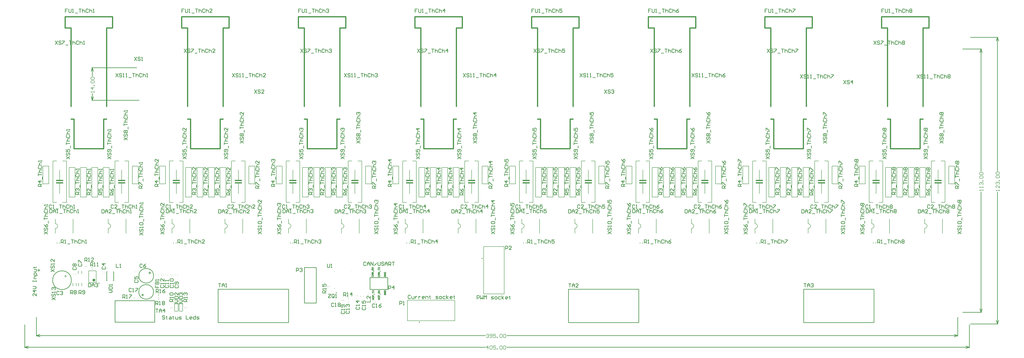
<source format=gto>
G04*
G04 #@! TF.GenerationSoftware,Altium Limited,Altium Designer,19.1.9 (167)*
G04*
G04 Layer_Color=65535*
%FSLAX44Y44*%
%MOMM*%
G71*
G01*
G75*
%ADD10C,0.2500*%
%ADD11C,0.2032*%
%ADD12C,0.2540*%
%ADD13C,0.6000*%
%ADD14C,0.1270*%
%ADD15C,0.2000*%
%ADD16C,0.5001*%
%ADD17C,0.1524*%
%ADD18R,0.1651X0.5842*%
%ADD19R,1.7018X0.4572*%
%ADD20R,0.1854X0.6502*%
%ADD21R,3.0480X0.5080*%
D10*
X1893300Y1757231D02*
G03*
X1893300Y1757231I-1250J0D01*
G01*
X1537156Y1883918D02*
G03*
X1537156Y1883918I-1250J0D01*
G01*
X2162200Y2030800D02*
G03*
X2162200Y2030800I-1250J0D01*
G01*
X519750Y1925000D02*
G03*
X519750Y1925000I-1250J0D01*
G01*
D11*
X864666Y1836017D02*
G03*
X862507Y1833858I0J-2159D01*
G01*
X877493D02*
G03*
X875334Y1836017I-2159J0D01*
G01*
X862507Y1806142D02*
G03*
X864666Y1803983I2159J0D01*
G01*
X875334D02*
G03*
X877493Y1806142I0J2159D01*
G01*
X844666Y1836017D02*
G03*
X842507Y1833858I0J-2159D01*
G01*
X857493D02*
G03*
X855334Y1836017I-2159J0D01*
G01*
X842507Y1806142D02*
G03*
X844666Y1803983I2159J0D01*
G01*
X855334D02*
G03*
X857493Y1806142I0J2159D01*
G01*
X864666Y1836017D02*
X875334D01*
X864666Y1803983D02*
X875334D01*
X862507Y1806142D02*
Y1833858D01*
X877493Y1806142D02*
Y1833858D01*
X844666Y1836017D02*
X855334D01*
X844666Y1803983D02*
X855334D01*
X842507Y1806142D02*
Y1833858D01*
X857493Y1806142D02*
Y1833858D01*
D12*
X553354Y1987000D02*
G03*
X553354Y1987000I-353J0D01*
G01*
X752250Y1887250D02*
G03*
X752250Y1887250I-31500J0D01*
G01*
X752500Y1956500D02*
G03*
X752500Y1956500I-31500J0D01*
G01*
X400000Y1937500D02*
G03*
X400000Y1937500I-40000J0D01*
G01*
X260000Y1975000D02*
Y1985000D01*
X255000Y1980000D02*
X265000D01*
X581000Y1935000D02*
Y1973600D01*
X579000D02*
X581000D01*
X579000Y1935000D02*
X581000D01*
X551000Y1974000D02*
X553000D01*
X551000Y1935400D02*
X553000D01*
X551000D02*
Y1974000D01*
X587000Y1757500D02*
Y1849500D01*
Y1757500D02*
X757000D01*
Y1849500D01*
X587000D02*
X757000D01*
X3539000Y1756000D02*
Y1899000D01*
X3841000D01*
Y1756000D02*
Y1899000D01*
X3539000Y1756000D02*
X3841000D01*
X2530599Y1756000D02*
Y1899000D01*
X2832600D01*
Y1756000D02*
Y1899000D01*
X2530599Y1756000D02*
X2832600D01*
X1028999Y1756001D02*
Y1899000D01*
X1331000D01*
Y1756001D02*
Y1899000D01*
X1028999Y1756001D02*
X1331000D01*
X1680000Y1949000D02*
X1756000D01*
Y1898000D02*
Y1949000D01*
X1680000Y1898000D02*
X1756000D01*
X1680000D02*
Y1949000D01*
X1399250Y1992000D02*
X1399250Y1839500D01*
X1399250Y1992000D02*
X1449750D01*
X1449750Y1839500D01*
X1399250D02*
X1449750D01*
X700750Y1874750D02*
X710750D01*
X705750Y1869750D02*
Y1879750D01*
X731000Y1969000D02*
X741000D01*
X736000Y1964000D02*
Y1974000D01*
X490000Y2850000D02*
X495080Y2834760D01*
X484920D02*
X490000Y2850000D01*
X484920Y2725240D02*
X490000Y2710000D01*
X495080Y2725240D01*
X490000Y2813009D02*
Y2850000D01*
Y2710000D02*
Y2738863D01*
X487460Y2850000D02*
X680000D01*
X487460Y2710000D02*
X690000D01*
X250000Y1700000D02*
X265240Y1705080D01*
X250000Y1700000D02*
X265240Y1694920D01*
X4184760D02*
X4200000Y1700000D01*
X4184760Y1705080D02*
X4200000Y1700000D01*
X250000D02*
X2174976D01*
X2266897D02*
X4200000D01*
X250000Y1697460D02*
Y1778943D01*
X4200000Y1697460D02*
Y1778943D01*
X4294920Y1815240D02*
X4300000Y1800000D01*
X4305080Y1815240D01*
X4300000Y2930000D02*
X4305080Y2914760D01*
X4294920D02*
X4300000Y2930000D01*
Y1800000D02*
Y2317515D01*
Y2404357D02*
Y2930000D01*
X4221057Y1800000D02*
X4302540D01*
X4221057Y2930000D02*
X4302540D01*
X4364920Y1765240D02*
X4370000Y1750000D01*
X4375080Y1765240D01*
X4370000Y2980000D02*
X4375080Y2964760D01*
X4364920D02*
X4370000Y2980000D01*
Y1750000D02*
Y2316245D01*
Y2405627D02*
Y2980000D01*
X4253810Y1750000D02*
X4372540D01*
X4253810Y2980000D02*
X4372540D01*
X200000Y1650000D02*
X215240Y1655080D01*
X200000Y1650000D02*
X215240Y1644920D01*
X4234760D02*
X4250000Y1650000D01*
X4234760Y1655080D02*
X4250000Y1650000D01*
X200000D02*
X2174976D01*
X2266897D02*
X4250000D01*
X200000Y1647460D02*
Y1746190D01*
X4250000Y1647460D02*
Y1746190D01*
X1662697Y2013236D02*
X1660157Y2015775D01*
X1655079D01*
X1652540Y2013236D01*
Y2003079D01*
X1655079Y2000540D01*
X1660157D01*
X1662697Y2003079D01*
X1667775Y2000540D02*
Y2010697D01*
X1672853Y2015775D01*
X1677932Y2010697D01*
Y2000540D01*
Y2008158D01*
X1667775D01*
X1683010Y2000540D02*
Y2015775D01*
X1693167Y2000540D01*
Y2015775D01*
X1698245Y2000540D02*
X1708402Y2010697D01*
X1713480Y2015775D02*
Y2003079D01*
X1716019Y2000540D01*
X1721098D01*
X1723637Y2003079D01*
Y2015775D01*
X1738872Y2013236D02*
X1736333Y2015775D01*
X1731255D01*
X1728715Y2013236D01*
Y2010697D01*
X1731255Y2008158D01*
X1736333D01*
X1738872Y2005618D01*
Y2003079D01*
X1736333Y2000540D01*
X1731255D01*
X1728715Y2003079D01*
X1743950Y2000540D02*
Y2010697D01*
X1749029Y2015775D01*
X1754107Y2010697D01*
Y2000540D01*
Y2008158D01*
X1743950D01*
X1759185Y2000540D02*
Y2015775D01*
X1766803D01*
X1769342Y2013236D01*
Y2008158D01*
X1766803Y2005618D01*
X1759185D01*
X1764264D02*
X1769342Y2000540D01*
X1774421Y2015775D02*
X1784577D01*
X1779499D01*
Y2000540D01*
X1853157Y1870696D02*
X1850618Y1873235D01*
X1845539D01*
X1843000Y1870696D01*
Y1860539D01*
X1845539Y1858000D01*
X1850618D01*
X1853157Y1860539D01*
X1858235Y1868157D02*
Y1860539D01*
X1860774Y1858000D01*
X1868392D01*
Y1868157D01*
X1873470D02*
Y1858000D01*
Y1863078D01*
X1876009Y1865618D01*
X1878548Y1868157D01*
X1881088D01*
X1888705D02*
Y1858000D01*
Y1863078D01*
X1891244Y1865618D01*
X1893784Y1868157D01*
X1896323D01*
X1911558Y1858000D02*
X1906479D01*
X1903940Y1860539D01*
Y1865618D01*
X1906479Y1868157D01*
X1911558D01*
X1914097Y1865618D01*
Y1863078D01*
X1903940D01*
X1919175Y1858000D02*
Y1868157D01*
X1926793D01*
X1929332Y1865618D01*
Y1858000D01*
X1936950Y1870696D02*
Y1868157D01*
X1934410D01*
X1939489D01*
X1936950D01*
Y1860539D01*
X1939489Y1858000D01*
X1962341D02*
X1969959D01*
X1972498Y1860539D01*
X1969959Y1863078D01*
X1964881D01*
X1962341Y1865618D01*
X1964881Y1868157D01*
X1972498D01*
X1980116Y1858000D02*
X1985194D01*
X1987733Y1860539D01*
Y1865618D01*
X1985194Y1868157D01*
X1980116D01*
X1977576Y1865618D01*
Y1860539D01*
X1980116Y1858000D01*
X2002968Y1868157D02*
X1995351D01*
X1992811Y1865618D01*
Y1860539D01*
X1995351Y1858000D01*
X2002968D01*
X2008047D02*
Y1873235D01*
Y1863078D02*
X2015664Y1868157D01*
X2008047Y1863078D02*
X2015664Y1858000D01*
X2030899D02*
X2025821D01*
X2023282Y1860539D01*
Y1865618D01*
X2025821Y1868157D01*
X2030899D01*
X2033438Y1865618D01*
Y1863078D01*
X2023282D01*
X2041056Y1870696D02*
Y1868157D01*
X2038517D01*
X2043595D01*
X2041056D01*
Y1860539D01*
X2043595Y1858000D01*
X1689752Y1854000D02*
X1694417D01*
X1696750Y1856333D01*
X1694417Y1858665D01*
X1689752D01*
X1690918Y1865663D02*
X1689752Y1864497D01*
Y1862164D01*
X1690918Y1860998D01*
X1695584D01*
X1696750Y1862164D01*
Y1864497D01*
X1695584Y1865663D01*
X1696750Y1867995D02*
X1689752D01*
Y1871494D01*
X1690918Y1872661D01*
X1693251D01*
X1694417Y1871494D01*
Y1867995D01*
X1697916Y1874993D02*
Y1879658D01*
X1689752Y1881991D02*
Y1886656D01*
Y1884324D01*
X1696750D01*
X1689752Y1888989D02*
X1696750Y1893654D01*
X1689752D02*
X1696750Y1888989D01*
X1715002Y1854000D02*
X1719667D01*
X1722000Y1856333D01*
X1719667Y1858665D01*
X1715002D01*
X1716169Y1865663D02*
X1715002Y1864497D01*
Y1862164D01*
X1716169Y1860998D01*
X1720834D01*
X1722000Y1862164D01*
Y1864497D01*
X1720834Y1865663D01*
X1722000Y1867995D02*
X1715002D01*
Y1871494D01*
X1716169Y1872661D01*
X1718501D01*
X1719667Y1871494D01*
Y1867995D01*
X1723166Y1874993D02*
Y1879658D01*
X1722000Y1881991D02*
X1715002D01*
Y1885490D01*
X1716169Y1886656D01*
X1718501D01*
X1719667Y1885490D01*
Y1881991D01*
Y1884324D02*
X1722000Y1886656D01*
X1715002Y1888989D02*
X1722000Y1893654D01*
X1715002D02*
X1722000Y1888989D01*
X1742169Y1879658D02*
X1741002Y1878492D01*
Y1876160D01*
X1742169Y1874993D01*
X1746834D01*
X1748000Y1876160D01*
Y1878492D01*
X1746834Y1879658D01*
X1744501D01*
Y1877326D01*
X1748000Y1881991D02*
X1741002D01*
X1748000Y1886656D01*
X1741002D01*
Y1888989D02*
X1748000D01*
Y1892488D01*
X1746834Y1893654D01*
X1742169D01*
X1741002Y1892488D01*
Y1888989D01*
X1742168Y1957665D02*
X1741002Y1956499D01*
Y1954166D01*
X1742168Y1953000D01*
X1746834D01*
X1748000Y1954166D01*
Y1956499D01*
X1746834Y1957665D01*
X1744501D01*
Y1955333D01*
X1748000Y1959998D02*
X1741002D01*
X1748000Y1964663D01*
X1741002D01*
Y1966996D02*
X1748000D01*
Y1970494D01*
X1746834Y1971661D01*
X1742168D01*
X1741002Y1970494D01*
Y1966996D01*
X1716169Y1957665D02*
X1715002Y1956499D01*
Y1954166D01*
X1716169Y1953000D01*
X1720834D01*
X1722000Y1954166D01*
Y1956499D01*
X1720834Y1957665D01*
X1722000Y1959998D02*
X1717335D01*
X1715002Y1962330D01*
X1717335Y1964663D01*
X1722000D01*
X1718501D01*
Y1959998D01*
X1722000Y1966996D02*
X1715002D01*
X1722000Y1971661D01*
X1715002D01*
X1723166Y1973993D02*
Y1978658D01*
X1715002Y1980991D02*
Y1985656D01*
Y1983324D01*
X1722000D01*
X1715002Y1987989D02*
X1722000Y1992654D01*
X1715002D02*
X1722000Y1987989D01*
X1689169Y1957665D02*
X1688002Y1956499D01*
Y1954166D01*
X1689169Y1953000D01*
X1693834D01*
X1695000Y1954166D01*
Y1956499D01*
X1693834Y1957665D01*
X1695000Y1959998D02*
X1690335D01*
X1688002Y1962330D01*
X1690335Y1964663D01*
X1695000D01*
X1691501D01*
Y1959998D01*
X1695000Y1966996D02*
X1688002D01*
X1695000Y1971661D01*
X1688002D01*
X1696166Y1973993D02*
Y1978658D01*
X1695000Y1980991D02*
X1688002D01*
Y1984490D01*
X1689169Y1985656D01*
X1691501D01*
X1692667Y1984490D01*
Y1980991D01*
Y1983324D02*
X1695000Y1985656D01*
X1688002Y1987989D02*
X1695000Y1992654D01*
X1688002D02*
X1695000Y1987989D01*
X2139000Y1857000D02*
Y1872235D01*
X2146617D01*
X2149157Y1869696D01*
Y1864617D01*
X2146617Y1862078D01*
X2139000D01*
X2154235Y1872235D02*
Y1857000D01*
X2159313Y1862078D01*
X2164392Y1857000D01*
Y1872235D01*
X2169470Y1857000D02*
Y1872235D01*
X2174548Y1867157D01*
X2179627Y1872235D01*
Y1857000D01*
X2199940D02*
X2207558D01*
X2210097Y1859539D01*
X2207558Y1862078D01*
X2202480D01*
X2199940Y1864617D01*
X2202480Y1867157D01*
X2210097D01*
X2217715Y1857000D02*
X2222793D01*
X2225332Y1859539D01*
Y1864617D01*
X2222793Y1867157D01*
X2217715D01*
X2215175Y1864617D01*
Y1859539D01*
X2217715Y1857000D01*
X2240567Y1867157D02*
X2232950D01*
X2230410Y1864617D01*
Y1859539D01*
X2232950Y1857000D01*
X2240567D01*
X2245645D02*
Y1872235D01*
Y1862078D02*
X2253263Y1867157D01*
X2245645Y1862078D02*
X2253263Y1857000D01*
X2268498D02*
X2263420D01*
X2260881Y1859539D01*
Y1864617D01*
X2263420Y1867157D01*
X2268498D01*
X2271037Y1864617D01*
Y1862078D01*
X2260881D01*
X2278655Y1869696D02*
Y1867157D01*
X2276116D01*
X2281194D01*
X2278655D01*
Y1859539D01*
X2281194Y1857000D01*
X250000Y1880157D02*
Y1870000D01*
X239843Y1880157D01*
X237304D01*
X234765Y1877617D01*
Y1872539D01*
X237304Y1870000D01*
X250000Y1892853D02*
X234765D01*
X242383Y1885235D01*
Y1895392D01*
X234765Y1900470D02*
X244922D01*
X250000Y1905549D01*
X244922Y1910627D01*
X234765D01*
Y1930940D02*
Y1936019D01*
Y1933479D01*
X250000D01*
Y1930940D01*
Y1936019D01*
Y1943636D02*
X239843D01*
Y1951254D01*
X242383Y1953793D01*
X250000D01*
X255078Y1958871D02*
X239843D01*
Y1966489D01*
X242383Y1969028D01*
X247461D01*
X250000Y1966489D01*
Y1958871D01*
X239843Y1974106D02*
X247461D01*
X250000Y1976646D01*
Y1984263D01*
X239843D01*
X237304Y1991881D02*
X239843D01*
Y1989341D01*
Y1994420D01*
Y1991881D01*
X247461D01*
X250000Y1994420D01*
X800157Y1782696D02*
X797617Y1785235D01*
X792539D01*
X790000Y1782696D01*
Y1780157D01*
X792539Y1777617D01*
X797617D01*
X800157Y1775078D01*
Y1772539D01*
X797617Y1770000D01*
X792539D01*
X790000Y1772539D01*
X807774Y1782696D02*
Y1780157D01*
X805235D01*
X810313D01*
X807774D01*
Y1772539D01*
X810313Y1770000D01*
X820470Y1780157D02*
X825548D01*
X828088Y1777617D01*
Y1770000D01*
X820470D01*
X817931Y1772539D01*
X820470Y1775078D01*
X828088D01*
X835705Y1782696D02*
Y1780157D01*
X833166D01*
X838244D01*
X835705D01*
Y1772539D01*
X838244Y1770000D01*
X845862Y1780157D02*
Y1772539D01*
X848401Y1770000D01*
X856019D01*
Y1780157D01*
X861097Y1770000D02*
X868715D01*
X871254Y1772539D01*
X868715Y1775078D01*
X863636D01*
X861097Y1777617D01*
X863636Y1780157D01*
X871254D01*
X891567Y1785235D02*
Y1770000D01*
X901724D01*
X914420D02*
X909341D01*
X906802Y1772539D01*
Y1777617D01*
X909341Y1780157D01*
X914420D01*
X916959Y1777617D01*
Y1775078D01*
X906802D01*
X932194Y1785235D02*
Y1770000D01*
X924576D01*
X922037Y1772539D01*
Y1777617D01*
X924576Y1780157D01*
X932194D01*
X937272Y1770000D02*
X944890D01*
X947429Y1772539D01*
X944890Y1775078D01*
X939811D01*
X937272Y1777617D01*
X939811Y1780157D01*
X947429D01*
X761000Y1832500D02*
Y1847735D01*
X768617D01*
X771157Y1845196D01*
Y1840118D01*
X768617Y1837578D01*
X761000D01*
X766078D02*
X771157Y1832500D01*
X776235D02*
X781313D01*
X778774D01*
Y1847735D01*
X776235Y1845196D01*
X788931D02*
X791470Y1847735D01*
X796548D01*
X799088Y1845196D01*
Y1842657D01*
X796548Y1840118D01*
X799088Y1837578D01*
Y1835039D01*
X796548Y1832500D01*
X791470D01*
X788931Y1835039D01*
Y1837578D01*
X791470Y1840118D01*
X788931Y1842657D01*
Y1845196D01*
X791470Y1840118D02*
X796548D01*
X620000Y1860000D02*
Y1875235D01*
X627617D01*
X630157Y1872696D01*
Y1867617D01*
X627617Y1865078D01*
X620000D01*
X625078D02*
X630157Y1860000D01*
X635235D02*
X640313D01*
X637774D01*
Y1875235D01*
X635235Y1872696D01*
X647931Y1875235D02*
X658088D01*
Y1872696D01*
X647931Y1862539D01*
Y1860000D01*
X762750Y1884000D02*
Y1899235D01*
X770368D01*
X772907Y1896696D01*
Y1891617D01*
X770368Y1889078D01*
X762750D01*
X767828D02*
X772907Y1884000D01*
X777985D02*
X783063D01*
X780524D01*
Y1899235D01*
X777985Y1896696D01*
X800838Y1899235D02*
X795759Y1896696D01*
X790681Y1891617D01*
Y1886539D01*
X793220Y1884000D01*
X798298D01*
X800838Y1886539D01*
Y1889078D01*
X798298Y1891617D01*
X790681D01*
X657157Y1900946D02*
X654617Y1903485D01*
X649539D01*
X647000Y1900946D01*
Y1890789D01*
X649539Y1888250D01*
X654617D01*
X657157Y1890789D01*
X662235Y1888250D02*
X667313D01*
X664774D01*
Y1903485D01*
X662235Y1900946D01*
X674931Y1903485D02*
X685088D01*
Y1900946D01*
X674931Y1890789D01*
Y1888250D01*
X670000Y2895235D02*
X680157Y2880000D01*
Y2895235D02*
X670000Y2880000D01*
X695392Y2892696D02*
X692853Y2895235D01*
X687774D01*
X685235Y2892696D01*
Y2890157D01*
X687774Y2887617D01*
X692853D01*
X695392Y2885078D01*
Y2882539D01*
X692853Y2880000D01*
X687774D01*
X685235Y2882539D01*
X700470Y2880000D02*
X705548D01*
X703009D01*
Y2895235D01*
X700470Y2892696D01*
X761750Y1814485D02*
X771907D01*
X766828D01*
Y1799250D01*
X776985D02*
Y1809407D01*
X782063Y1814485D01*
X787142Y1809407D01*
Y1799250D01*
Y1806868D01*
X776985D01*
X799838Y1799250D02*
Y1814485D01*
X792220Y1806868D01*
X802377D01*
X306453Y2242235D02*
Y2227000D01*
X314071D01*
X316610Y2229539D01*
Y2239696D01*
X314071Y2242235D01*
X306453D01*
X321688Y2227000D02*
Y2237157D01*
X326767Y2242235D01*
X331845Y2237157D01*
Y2227000D01*
Y2234618D01*
X321688D01*
X336923Y2227000D02*
X342002D01*
X339462D01*
Y2242235D01*
X336923Y2239696D01*
X349619Y2224461D02*
X359776D01*
X364854Y2242235D02*
X375011D01*
X369933D01*
Y2227000D01*
X380089Y2242235D02*
Y2227000D01*
Y2234618D01*
X382629Y2237157D01*
X387707D01*
X390246Y2234618D01*
Y2227000D01*
X405481Y2239696D02*
X402942Y2242235D01*
X397864D01*
X395324Y2239696D01*
Y2229539D01*
X397864Y2227000D01*
X402942D01*
X405481Y2229539D01*
X410559Y2242235D02*
Y2227000D01*
Y2234618D01*
X413099Y2237157D01*
X418177D01*
X420716Y2234618D01*
Y2227000D01*
X425794D02*
X430873D01*
X428334D01*
Y2242235D01*
X425794Y2239696D01*
X3883601Y3102413D02*
X3873444D01*
Y3094796D01*
X3878523D01*
X3873444D01*
Y3087178D01*
X3888679Y3102413D02*
Y3089717D01*
X3891218Y3087178D01*
X3896297D01*
X3898836Y3089717D01*
Y3102413D01*
X3903914Y3087178D02*
X3908993D01*
X3906454D01*
Y3102413D01*
X3903914Y3099874D01*
X3916610Y3084639D02*
X3926767D01*
X3931845Y3102413D02*
X3942002D01*
X3936924D01*
Y3087178D01*
X3947080Y3102413D02*
Y3087178D01*
Y3094796D01*
X3949619Y3097335D01*
X3954698D01*
X3957237Y3094796D01*
Y3087178D01*
X3972472Y3099874D02*
X3969933Y3102413D01*
X3964855D01*
X3962315Y3099874D01*
Y3089717D01*
X3964855Y3087178D01*
X3969933D01*
X3972472Y3089717D01*
X3977550Y3102413D02*
Y3087178D01*
Y3094796D01*
X3980090Y3097335D01*
X3985168D01*
X3987707Y3094796D01*
Y3087178D01*
X3992786Y3099874D02*
X3995325Y3102413D01*
X4000403D01*
X4002942Y3099874D01*
Y3097335D01*
X4000403Y3094796D01*
X4002942Y3092256D01*
Y3089717D01*
X4000403Y3087178D01*
X3995325D01*
X3992786Y3089717D01*
Y3092256D01*
X3995325Y3094796D01*
X3992786Y3097335D01*
Y3099874D01*
X3995325Y3094796D02*
X4000403D01*
X3383601Y3102413D02*
X3373444D01*
Y3094796D01*
X3378523D01*
X3373444D01*
Y3087178D01*
X3388679Y3102413D02*
Y3089717D01*
X3391218Y3087178D01*
X3396297D01*
X3398836Y3089717D01*
Y3102413D01*
X3403914Y3087178D02*
X3408993D01*
X3406454D01*
Y3102413D01*
X3403914Y3099874D01*
X3416610Y3084639D02*
X3426767D01*
X3431845Y3102413D02*
X3442002D01*
X3436924D01*
Y3087178D01*
X3447080Y3102413D02*
Y3087178D01*
Y3094796D01*
X3449619Y3097335D01*
X3454698D01*
X3457237Y3094796D01*
Y3087178D01*
X3472472Y3099874D02*
X3469933Y3102413D01*
X3464855D01*
X3462315Y3099874D01*
Y3089717D01*
X3464855Y3087178D01*
X3469933D01*
X3472472Y3089717D01*
X3477550Y3102413D02*
Y3087178D01*
Y3094796D01*
X3480090Y3097335D01*
X3485168D01*
X3487707Y3094796D01*
Y3087178D01*
X3492786Y3102413D02*
X3502942D01*
Y3099874D01*
X3492786Y3089717D01*
Y3087178D01*
X2883601Y3102413D02*
X2873444D01*
Y3094796D01*
X2878523D01*
X2873444D01*
Y3087178D01*
X2888679Y3102413D02*
Y3089717D01*
X2891218Y3087178D01*
X2896297D01*
X2898836Y3089717D01*
Y3102413D01*
X2903914Y3087178D02*
X2908993D01*
X2906454D01*
Y3102413D01*
X2903914Y3099874D01*
X2916610Y3084639D02*
X2926767D01*
X2931845Y3102413D02*
X2942002D01*
X2936924D01*
Y3087178D01*
X2947080Y3102413D02*
Y3087178D01*
Y3094796D01*
X2949620Y3097335D01*
X2954698D01*
X2957237Y3094796D01*
Y3087178D01*
X2972472Y3099874D02*
X2969933Y3102413D01*
X2964855D01*
X2962315Y3099874D01*
Y3089717D01*
X2964855Y3087178D01*
X2969933D01*
X2972472Y3089717D01*
X2977550Y3102413D02*
Y3087178D01*
Y3094796D01*
X2980090Y3097335D01*
X2985168D01*
X2987707Y3094796D01*
Y3087178D01*
X3002942Y3102413D02*
X2997864Y3099874D01*
X2992786Y3094796D01*
Y3089717D01*
X2995325Y3087178D01*
X3000403D01*
X3002942Y3089717D01*
Y3092256D01*
X3000403Y3094796D01*
X2992786D01*
X2383601Y3102413D02*
X2373444D01*
Y3094796D01*
X2378522D01*
X2373444D01*
Y3087178D01*
X2388679Y3102413D02*
Y3089717D01*
X2391218Y3087178D01*
X2396297D01*
X2398836Y3089717D01*
Y3102413D01*
X2403914Y3087178D02*
X2408993D01*
X2406454D01*
Y3102413D01*
X2403914Y3099874D01*
X2416610Y3084639D02*
X2426767D01*
X2431845Y3102413D02*
X2442002D01*
X2436924D01*
Y3087178D01*
X2447080Y3102413D02*
Y3087178D01*
Y3094796D01*
X2449619Y3097335D01*
X2454698D01*
X2457237Y3094796D01*
Y3087178D01*
X2472472Y3099874D02*
X2469933Y3102413D01*
X2464855D01*
X2462315Y3099874D01*
Y3089717D01*
X2464855Y3087178D01*
X2469933D01*
X2472472Y3089717D01*
X2477551Y3102413D02*
Y3087178D01*
Y3094796D01*
X2480090Y3097335D01*
X2485168D01*
X2487707Y3094796D01*
Y3087178D01*
X2502942Y3102413D02*
X2492786D01*
Y3094796D01*
X2497864Y3097335D01*
X2500403D01*
X2502942Y3094796D01*
Y3089717D01*
X2500403Y3087178D01*
X2495325D01*
X2492786Y3089717D01*
X1883601Y3102413D02*
X1873444D01*
Y3094796D01*
X1878522D01*
X1873444D01*
Y3087178D01*
X1888679Y3102413D02*
Y3089717D01*
X1891218Y3087178D01*
X1896297D01*
X1898836Y3089717D01*
Y3102413D01*
X1903914Y3087178D02*
X1908993D01*
X1906454D01*
Y3102413D01*
X1903914Y3099874D01*
X1916610Y3084639D02*
X1926767D01*
X1931845Y3102413D02*
X1942002D01*
X1936924D01*
Y3087178D01*
X1947080Y3102413D02*
Y3087178D01*
Y3094796D01*
X1949619Y3097335D01*
X1954698D01*
X1957237Y3094796D01*
Y3087178D01*
X1972472Y3099874D02*
X1969933Y3102413D01*
X1964855D01*
X1962315Y3099874D01*
Y3089717D01*
X1964855Y3087178D01*
X1969933D01*
X1972472Y3089717D01*
X1977551Y3102413D02*
Y3087178D01*
Y3094796D01*
X1980090Y3097335D01*
X1985168D01*
X1987707Y3094796D01*
Y3087178D01*
X2000403D02*
Y3102413D01*
X1992786Y3094796D01*
X2002942D01*
X1383601Y3102413D02*
X1373444D01*
Y3094796D01*
X1378522D01*
X1373444D01*
Y3087178D01*
X1388679Y3102413D02*
Y3089717D01*
X1391218Y3087178D01*
X1396297D01*
X1398836Y3089717D01*
Y3102413D01*
X1403914Y3087178D02*
X1408993D01*
X1406454D01*
Y3102413D01*
X1403914Y3099874D01*
X1416610Y3084639D02*
X1426767D01*
X1431845Y3102413D02*
X1442002D01*
X1436924D01*
Y3087178D01*
X1447080Y3102413D02*
Y3087178D01*
Y3094796D01*
X1449619Y3097335D01*
X1454698D01*
X1457237Y3094796D01*
Y3087178D01*
X1472472Y3099874D02*
X1469933Y3102413D01*
X1464855D01*
X1462315Y3099874D01*
Y3089717D01*
X1464855Y3087178D01*
X1469933D01*
X1472472Y3089717D01*
X1477551Y3102413D02*
Y3087178D01*
Y3094796D01*
X1480090Y3097335D01*
X1485168D01*
X1487707Y3094796D01*
Y3087178D01*
X1492786Y3099874D02*
X1495325Y3102413D01*
X1500403D01*
X1502942Y3099874D01*
Y3097335D01*
X1500403Y3094796D01*
X1497864D01*
X1500403D01*
X1502942Y3092256D01*
Y3089717D01*
X1500403Y3087178D01*
X1495325D01*
X1492786Y3089717D01*
X883601Y3102413D02*
X873444D01*
Y3094796D01*
X878522D01*
X873444D01*
Y3087178D01*
X888679Y3102413D02*
Y3089717D01*
X891218Y3087178D01*
X896297D01*
X898836Y3089717D01*
Y3102413D01*
X903914Y3087178D02*
X908993D01*
X906453D01*
Y3102413D01*
X903914Y3099874D01*
X916610Y3084639D02*
X926767D01*
X931845Y3102413D02*
X942002D01*
X936924D01*
Y3087178D01*
X947080Y3102413D02*
Y3087178D01*
Y3094796D01*
X949620Y3097335D01*
X954698D01*
X957237Y3094796D01*
Y3087178D01*
X972472Y3099874D02*
X969933Y3102413D01*
X964855D01*
X962315Y3099874D01*
Y3089717D01*
X964855Y3087178D01*
X969933D01*
X972472Y3089717D01*
X977551Y3102413D02*
Y3087178D01*
Y3094796D01*
X980090Y3097335D01*
X985168D01*
X987707Y3094796D01*
Y3087178D01*
X1002942D02*
X992786D01*
X1002942Y3097335D01*
Y3099874D01*
X1000403Y3102413D01*
X995325D01*
X992786Y3099874D01*
X383601Y3102413D02*
X373444D01*
Y3094796D01*
X378522D01*
X373444D01*
Y3087178D01*
X388679Y3102413D02*
Y3089717D01*
X391218Y3087178D01*
X396297D01*
X398836Y3089717D01*
Y3102413D01*
X403914Y3087178D02*
X408993D01*
X406454D01*
Y3102413D01*
X403914Y3099874D01*
X416610Y3084639D02*
X426767D01*
X431845Y3102413D02*
X442002D01*
X436924D01*
Y3087178D01*
X447080Y3102413D02*
Y3087178D01*
Y3094796D01*
X449619Y3097335D01*
X454698D01*
X457237Y3094796D01*
Y3087178D01*
X472472Y3099874D02*
X469933Y3102413D01*
X464855D01*
X462315Y3099874D01*
Y3089717D01*
X464855Y3087178D01*
X469933D01*
X472472Y3089717D01*
X477551Y3102413D02*
Y3087178D01*
Y3094796D01*
X480090Y3097335D01*
X485168D01*
X487707Y3094796D01*
Y3087178D01*
X492786D02*
X497864D01*
X495325D01*
Y3102413D01*
X492786Y3099874D01*
X861765Y1843500D02*
X871921D01*
X877000Y1848578D01*
X871921Y1853657D01*
X861765D01*
Y1858735D02*
X877000D01*
Y1866353D01*
X874461Y1868892D01*
X864304D01*
X861765Y1866353D01*
Y1858735D01*
X864304Y1873970D02*
X861765Y1876509D01*
Y1881588D01*
X864304Y1884127D01*
X866843D01*
X869382Y1881588D01*
Y1879048D01*
Y1881588D01*
X871921Y1884127D01*
X874461D01*
X877000Y1881588D01*
Y1876509D01*
X874461Y1873970D01*
X1501500Y1877485D02*
X1511657D01*
Y1874946D01*
X1501500Y1864789D01*
Y1862250D01*
X1511657D01*
X1526892Y1864789D02*
Y1874946D01*
X1524353Y1877485D01*
X1519274D01*
X1516735Y1874946D01*
Y1864789D01*
X1519274Y1862250D01*
X1524353D01*
X1521813Y1867328D02*
X1526892Y1862250D01*
X1524353D02*
X1526892Y1864789D01*
X1531970Y1862250D02*
X1537048D01*
X1534509D01*
Y1877485D01*
X1531970Y1874946D01*
X315765Y1853000D02*
X331000Y1863157D01*
X315765D02*
X331000Y1853000D01*
X318304Y1878392D02*
X315765Y1875853D01*
Y1870774D01*
X318304Y1868235D01*
X320843D01*
X323382Y1870774D01*
Y1875853D01*
X325922Y1878392D01*
X328461D01*
X331000Y1875853D01*
Y1870774D01*
X328461Y1868235D01*
X331000Y1883470D02*
Y1888548D01*
Y1886009D01*
X315765D01*
X318304Y1883470D01*
Y1896166D02*
X315765Y1898705D01*
Y1903784D01*
X318304Y1906323D01*
X320843D01*
X323382Y1903784D01*
Y1901244D01*
Y1903784D01*
X325922Y1906323D01*
X328461D01*
X331000Y1903784D01*
Y1898705D01*
X328461Y1896166D01*
X311765Y1974000D02*
X327000Y1984157D01*
X311765D02*
X327000Y1974000D01*
X314304Y1999392D02*
X311765Y1996853D01*
Y1991774D01*
X314304Y1989235D01*
X316843D01*
X319382Y1991774D01*
Y1996853D01*
X321922Y1999392D01*
X324461D01*
X327000Y1996853D01*
Y1991774D01*
X324461Y1989235D01*
X327000Y2004470D02*
Y2009548D01*
Y2007009D01*
X311765D01*
X314304Y2004470D01*
X327000Y2027323D02*
Y2017166D01*
X316843Y2027323D01*
X314304D01*
X311765Y2024784D01*
Y2019705D01*
X314304Y2017166D01*
X4025000Y2820235D02*
X4035157Y2805000D01*
Y2820235D02*
X4025000Y2805000D01*
X4050392Y2817696D02*
X4047852Y2820235D01*
X4042774D01*
X4040235Y2817696D01*
Y2815157D01*
X4042774Y2812617D01*
X4047852D01*
X4050392Y2810078D01*
Y2807539D01*
X4047852Y2805000D01*
X4042774D01*
X4040235Y2807539D01*
X4055470Y2805000D02*
X4060548D01*
X4058009D01*
Y2820235D01*
X4055470Y2817696D01*
X4068166Y2805000D02*
X4073244D01*
X4070705D01*
Y2820235D01*
X4068166Y2817696D01*
X4080862Y2802461D02*
X4091019D01*
X4096097Y2820235D02*
X4106254D01*
X4101175D01*
Y2805000D01*
X4111332Y2820235D02*
Y2805000D01*
Y2812617D01*
X4113871Y2815157D01*
X4118950D01*
X4121489Y2812617D01*
Y2805000D01*
X4136724Y2817696D02*
X4134185Y2820235D01*
X4129106D01*
X4126567Y2817696D01*
Y2807539D01*
X4129106Y2805000D01*
X4134185D01*
X4136724Y2807539D01*
X4141802Y2820235D02*
Y2805000D01*
Y2812617D01*
X4144341Y2815157D01*
X4149420D01*
X4151959Y2812617D01*
Y2805000D01*
X4157037Y2817696D02*
X4159576Y2820235D01*
X4164655D01*
X4167194Y2817696D01*
Y2815157D01*
X4164655Y2812617D01*
X4167194Y2810078D01*
Y2807539D01*
X4164655Y2805000D01*
X4159576D01*
X4157037Y2807539D01*
Y2810078D01*
X4159576Y2812617D01*
X4157037Y2815157D01*
Y2817696D01*
X4159576Y2812617D02*
X4164655D01*
X3525000Y2820235D02*
X3535157Y2805000D01*
Y2820235D02*
X3525000Y2805000D01*
X3550392Y2817696D02*
X3547852Y2820235D01*
X3542774D01*
X3540235Y2817696D01*
Y2815157D01*
X3542774Y2812617D01*
X3547852D01*
X3550392Y2810078D01*
Y2807539D01*
X3547852Y2805000D01*
X3542774D01*
X3540235Y2807539D01*
X3555470Y2805000D02*
X3560548D01*
X3558009D01*
Y2820235D01*
X3555470Y2817696D01*
X3568166Y2805000D02*
X3573244D01*
X3570705D01*
Y2820235D01*
X3568166Y2817696D01*
X3580862Y2802461D02*
X3591019D01*
X3596097Y2820235D02*
X3606254D01*
X3601175D01*
Y2805000D01*
X3611332Y2820235D02*
Y2805000D01*
Y2812617D01*
X3613871Y2815157D01*
X3618950D01*
X3621489Y2812617D01*
Y2805000D01*
X3636724Y2817696D02*
X3634185Y2820235D01*
X3629106D01*
X3626567Y2817696D01*
Y2807539D01*
X3629106Y2805000D01*
X3634185D01*
X3636724Y2807539D01*
X3641802Y2820235D02*
Y2805000D01*
Y2812617D01*
X3644341Y2815157D01*
X3649420D01*
X3651959Y2812617D01*
Y2805000D01*
X3657037Y2820235D02*
X3667194D01*
Y2817696D01*
X3657037Y2807539D01*
Y2805000D01*
X3060000Y2825235D02*
X3070157Y2810000D01*
Y2825235D02*
X3060000Y2810000D01*
X3085392Y2822696D02*
X3082852Y2825235D01*
X3077774D01*
X3075235Y2822696D01*
Y2820157D01*
X3077774Y2817617D01*
X3082852D01*
X3085392Y2815078D01*
Y2812539D01*
X3082852Y2810000D01*
X3077774D01*
X3075235Y2812539D01*
X3090470Y2810000D02*
X3095548D01*
X3093009D01*
Y2825235D01*
X3090470Y2822696D01*
X3103166Y2810000D02*
X3108244D01*
X3105705D01*
Y2825235D01*
X3103166Y2822696D01*
X3115862Y2807461D02*
X3126019D01*
X3131097Y2825235D02*
X3141254D01*
X3136175D01*
Y2810000D01*
X3146332Y2825235D02*
Y2810000D01*
Y2817617D01*
X3148871Y2820157D01*
X3153950D01*
X3156489Y2817617D01*
Y2810000D01*
X3171724Y2822696D02*
X3169185Y2825235D01*
X3164106D01*
X3161567Y2822696D01*
Y2812539D01*
X3164106Y2810000D01*
X3169185D01*
X3171724Y2812539D01*
X3176802Y2825235D02*
Y2810000D01*
Y2817617D01*
X3179341Y2820157D01*
X3184420D01*
X3186959Y2817617D01*
Y2810000D01*
X3202194Y2825235D02*
X3197115Y2822696D01*
X3192037Y2817617D01*
Y2812539D01*
X3194576Y2810000D01*
X3199655D01*
X3202194Y2812539D01*
Y2815078D01*
X3199655Y2817617D01*
X3192037D01*
X2580000Y2825235D02*
X2590157Y2810000D01*
Y2825235D02*
X2580000Y2810000D01*
X2605392Y2822696D02*
X2602852Y2825235D01*
X2597774D01*
X2595235Y2822696D01*
Y2820157D01*
X2597774Y2817617D01*
X2602852D01*
X2605392Y2815078D01*
Y2812539D01*
X2602852Y2810000D01*
X2597774D01*
X2595235Y2812539D01*
X2610470Y2810000D02*
X2615548D01*
X2613009D01*
Y2825235D01*
X2610470Y2822696D01*
X2623166Y2810000D02*
X2628244D01*
X2625705D01*
Y2825235D01*
X2623166Y2822696D01*
X2635862Y2807461D02*
X2646019D01*
X2651097Y2825235D02*
X2661254D01*
X2656175D01*
Y2810000D01*
X2666332Y2825235D02*
Y2810000D01*
Y2817617D01*
X2668871Y2820157D01*
X2673950D01*
X2676489Y2817617D01*
Y2810000D01*
X2691724Y2822696D02*
X2689185Y2825235D01*
X2684106D01*
X2681567Y2822696D01*
Y2812539D01*
X2684106Y2810000D01*
X2689185D01*
X2691724Y2812539D01*
X2696802Y2825235D02*
Y2810000D01*
Y2817617D01*
X2699341Y2820157D01*
X2704420D01*
X2706959Y2817617D01*
Y2810000D01*
X2722194Y2825235D02*
X2712037D01*
Y2817617D01*
X2717115Y2820157D01*
X2719655D01*
X2722194Y2817617D01*
Y2812539D01*
X2719655Y2810000D01*
X2714576D01*
X2712037Y2812539D01*
X2080000Y2825235D02*
X2090157Y2810000D01*
Y2825235D02*
X2080000Y2810000D01*
X2105392Y2822696D02*
X2102853Y2825235D01*
X2097774D01*
X2095235Y2822696D01*
Y2820157D01*
X2097774Y2817617D01*
X2102853D01*
X2105392Y2815078D01*
Y2812539D01*
X2102853Y2810000D01*
X2097774D01*
X2095235Y2812539D01*
X2110470Y2810000D02*
X2115549D01*
X2113009D01*
Y2825235D01*
X2110470Y2822696D01*
X2123166Y2810000D02*
X2128244D01*
X2125705D01*
Y2825235D01*
X2123166Y2822696D01*
X2135862Y2807461D02*
X2146019D01*
X2151097Y2825235D02*
X2161254D01*
X2156175D01*
Y2810000D01*
X2166332Y2825235D02*
Y2810000D01*
Y2817617D01*
X2168871Y2820157D01*
X2173950D01*
X2176489Y2817617D01*
Y2810000D01*
X2191724Y2822696D02*
X2189185Y2825235D01*
X2184106D01*
X2181567Y2822696D01*
Y2812539D01*
X2184106Y2810000D01*
X2189185D01*
X2191724Y2812539D01*
X2196802Y2825235D02*
Y2810000D01*
Y2817617D01*
X2199341Y2820157D01*
X2204420D01*
X2206959Y2817617D01*
Y2810000D01*
X2219655D02*
Y2825235D01*
X2212037Y2817617D01*
X2222194D01*
X1570000Y2825235D02*
X1580157Y2810000D01*
Y2825235D02*
X1570000Y2810000D01*
X1595392Y2822696D02*
X1592853Y2825235D01*
X1587774D01*
X1585235Y2822696D01*
Y2820157D01*
X1587774Y2817617D01*
X1592853D01*
X1595392Y2815078D01*
Y2812539D01*
X1592853Y2810000D01*
X1587774D01*
X1585235Y2812539D01*
X1600470Y2810000D02*
X1605549D01*
X1603009D01*
Y2825235D01*
X1600470Y2822696D01*
X1613166Y2810000D02*
X1618244D01*
X1615705D01*
Y2825235D01*
X1613166Y2822696D01*
X1625862Y2807461D02*
X1636019D01*
X1641097Y2825235D02*
X1651254D01*
X1646175D01*
Y2810000D01*
X1656332Y2825235D02*
Y2810000D01*
Y2817617D01*
X1658871Y2820157D01*
X1663950D01*
X1666489Y2817617D01*
Y2810000D01*
X1681724Y2822696D02*
X1679185Y2825235D01*
X1674106D01*
X1671567Y2822696D01*
Y2812539D01*
X1674106Y2810000D01*
X1679185D01*
X1681724Y2812539D01*
X1686802Y2825235D02*
Y2810000D01*
Y2817617D01*
X1689341Y2820157D01*
X1694420D01*
X1696959Y2817617D01*
Y2810000D01*
X1702037Y2822696D02*
X1704577Y2825235D01*
X1709655D01*
X1712194Y2822696D01*
Y2820157D01*
X1709655Y2817617D01*
X1707116D01*
X1709655D01*
X1712194Y2815078D01*
Y2812539D01*
X1709655Y2810000D01*
X1704577D01*
X1702037Y2812539D01*
X1090000Y2825235D02*
X1100157Y2810000D01*
Y2825235D02*
X1090000Y2810000D01*
X1115392Y2822696D02*
X1112853Y2825235D01*
X1107774D01*
X1105235Y2822696D01*
Y2820157D01*
X1107774Y2817617D01*
X1112853D01*
X1115392Y2815078D01*
Y2812539D01*
X1112853Y2810000D01*
X1107774D01*
X1105235Y2812539D01*
X1120470Y2810000D02*
X1125548D01*
X1123009D01*
Y2825235D01*
X1120470Y2822696D01*
X1133166Y2810000D02*
X1138244D01*
X1135705D01*
Y2825235D01*
X1133166Y2822696D01*
X1145862Y2807461D02*
X1156019D01*
X1161097Y2825235D02*
X1171254D01*
X1166175D01*
Y2810000D01*
X1176332Y2825235D02*
Y2810000D01*
Y2817617D01*
X1178871Y2820157D01*
X1183950D01*
X1186489Y2817617D01*
Y2810000D01*
X1201724Y2822696D02*
X1199185Y2825235D01*
X1194106D01*
X1191567Y2822696D01*
Y2812539D01*
X1194106Y2810000D01*
X1199185D01*
X1201724Y2812539D01*
X1206802Y2825235D02*
Y2810000D01*
Y2817617D01*
X1209341Y2820157D01*
X1214420D01*
X1216959Y2817617D01*
Y2810000D01*
X1232194D02*
X1222037D01*
X1232194Y2820157D01*
Y2822696D01*
X1229655Y2825235D01*
X1224576D01*
X1222037Y2822696D01*
X590000Y2825235D02*
X600157Y2810000D01*
Y2825235D02*
X590000Y2810000D01*
X615392Y2822696D02*
X612853Y2825235D01*
X607774D01*
X605235Y2822696D01*
Y2820157D01*
X607774Y2817617D01*
X612853D01*
X615392Y2815078D01*
Y2812539D01*
X612853Y2810000D01*
X607774D01*
X605235Y2812539D01*
X620470Y2810000D02*
X625549D01*
X623009D01*
Y2825235D01*
X620470Y2822696D01*
X633166Y2810000D02*
X638244D01*
X635705D01*
Y2825235D01*
X633166Y2822696D01*
X645862Y2807461D02*
X656019D01*
X661097Y2825235D02*
X671254D01*
X666175D01*
Y2810000D01*
X676332Y2825235D02*
Y2810000D01*
Y2817617D01*
X678871Y2820157D01*
X683950D01*
X686489Y2817617D01*
Y2810000D01*
X701724Y2822696D02*
X699185Y2825235D01*
X694106D01*
X691567Y2822696D01*
Y2812539D01*
X694106Y2810000D01*
X699185D01*
X701724Y2812539D01*
X706802Y2825235D02*
Y2810000D01*
Y2817617D01*
X709341Y2820157D01*
X714420D01*
X716959Y2817617D01*
Y2810000D01*
X722037D02*
X727116D01*
X724576D01*
Y2825235D01*
X722037Y2822696D01*
X4199765Y2136800D02*
X4215000Y2146957D01*
X4199765D02*
X4215000Y2136800D01*
X4202304Y2162192D02*
X4199765Y2159653D01*
Y2154574D01*
X4202304Y2152035D01*
X4204843D01*
X4207383Y2154574D01*
Y2159653D01*
X4209922Y2162192D01*
X4212461D01*
X4215000Y2159653D01*
Y2154574D01*
X4212461Y2152035D01*
X4215000Y2167270D02*
Y2172348D01*
Y2169809D01*
X4199765D01*
X4202304Y2167270D01*
Y2179966D02*
X4199765Y2182505D01*
Y2187583D01*
X4202304Y2190123D01*
X4212461D01*
X4215000Y2187583D01*
Y2182505D01*
X4212461Y2179966D01*
X4202304D01*
X4217539Y2195201D02*
Y2205358D01*
X4199765Y2210436D02*
Y2220593D01*
Y2215515D01*
X4215000D01*
X4199765Y2225671D02*
X4215000D01*
X4207383D01*
X4204843Y2228210D01*
Y2233289D01*
X4207383Y2235828D01*
X4215000D01*
X4202304Y2251063D02*
X4199765Y2248524D01*
Y2243445D01*
X4202304Y2240906D01*
X4212461D01*
X4215000Y2243445D01*
Y2248524D01*
X4212461Y2251063D01*
X4199765Y2256141D02*
X4215000D01*
X4207383D01*
X4204843Y2258681D01*
Y2263759D01*
X4207383Y2266298D01*
X4215000D01*
X4202304Y2271376D02*
X4199765Y2273916D01*
Y2278994D01*
X4202304Y2281533D01*
X4204843D01*
X4207383Y2278994D01*
X4209922Y2281533D01*
X4212461D01*
X4215000Y2278994D01*
Y2273916D01*
X4212461Y2271376D01*
X4209922D01*
X4207383Y2273916D01*
X4204843Y2271376D01*
X4202304D01*
X4207383Y2273916D02*
Y2278994D01*
X3699765Y2136800D02*
X3715000Y2146957D01*
X3699765D02*
X3715000Y2136800D01*
X3702304Y2162192D02*
X3699765Y2159653D01*
Y2154574D01*
X3702304Y2152035D01*
X3704843D01*
X3707383Y2154574D01*
Y2159653D01*
X3709922Y2162192D01*
X3712461D01*
X3715000Y2159653D01*
Y2154574D01*
X3712461Y2152035D01*
X3715000Y2167270D02*
Y2172348D01*
Y2169809D01*
X3699765D01*
X3702304Y2167270D01*
Y2179966D02*
X3699765Y2182505D01*
Y2187583D01*
X3702304Y2190123D01*
X3712461D01*
X3715000Y2187583D01*
Y2182505D01*
X3712461Y2179966D01*
X3702304D01*
X3717539Y2195201D02*
Y2205358D01*
X3699765Y2210436D02*
Y2220593D01*
Y2215514D01*
X3715000D01*
X3699765Y2225671D02*
X3715000D01*
X3707383D01*
X3704843Y2228210D01*
Y2233289D01*
X3707383Y2235828D01*
X3715000D01*
X3702304Y2251063D02*
X3699765Y2248524D01*
Y2243445D01*
X3702304Y2240906D01*
X3712461D01*
X3715000Y2243445D01*
Y2248524D01*
X3712461Y2251063D01*
X3699765Y2256141D02*
X3715000D01*
X3707383D01*
X3704843Y2258681D01*
Y2263759D01*
X3707383Y2266298D01*
X3715000D01*
X3699765Y2271376D02*
Y2281533D01*
X3702304D01*
X3712461Y2271376D01*
X3715000D01*
X3199765Y2136800D02*
X3215000Y2146957D01*
X3199765D02*
X3215000Y2136800D01*
X3202304Y2162192D02*
X3199765Y2159653D01*
Y2154574D01*
X3202304Y2152035D01*
X3204843D01*
X3207383Y2154574D01*
Y2159653D01*
X3209922Y2162192D01*
X3212461D01*
X3215000Y2159653D01*
Y2154574D01*
X3212461Y2152035D01*
X3215000Y2167270D02*
Y2172348D01*
Y2169809D01*
X3199765D01*
X3202304Y2167270D01*
Y2179966D02*
X3199765Y2182505D01*
Y2187583D01*
X3202304Y2190123D01*
X3212461D01*
X3215000Y2187583D01*
Y2182505D01*
X3212461Y2179966D01*
X3202304D01*
X3217539Y2195201D02*
Y2205358D01*
X3199765Y2210436D02*
Y2220593D01*
Y2215515D01*
X3215000D01*
X3199765Y2225671D02*
X3215000D01*
X3207383D01*
X3204843Y2228210D01*
Y2233289D01*
X3207383Y2235828D01*
X3215000D01*
X3202304Y2251063D02*
X3199765Y2248524D01*
Y2243445D01*
X3202304Y2240906D01*
X3212461D01*
X3215000Y2243445D01*
Y2248524D01*
X3212461Y2251063D01*
X3199765Y2256141D02*
X3215000D01*
X3207383D01*
X3204843Y2258681D01*
Y2263759D01*
X3207383Y2266298D01*
X3215000D01*
X3199765Y2281533D02*
X3202304Y2276455D01*
X3207383Y2271376D01*
X3212461D01*
X3215000Y2273916D01*
Y2278994D01*
X3212461Y2281533D01*
X3209922D01*
X3207383Y2278994D01*
Y2271376D01*
X2699765Y2136800D02*
X2715000Y2146957D01*
X2699765D02*
X2715000Y2136800D01*
X2702304Y2162192D02*
X2699765Y2159653D01*
Y2154574D01*
X2702304Y2152035D01*
X2704843D01*
X2707383Y2154574D01*
Y2159653D01*
X2709922Y2162192D01*
X2712461D01*
X2715000Y2159653D01*
Y2154574D01*
X2712461Y2152035D01*
X2715000Y2167270D02*
Y2172348D01*
Y2169809D01*
X2699765D01*
X2702304Y2167270D01*
Y2179966D02*
X2699765Y2182505D01*
Y2187583D01*
X2702304Y2190123D01*
X2712461D01*
X2715000Y2187583D01*
Y2182505D01*
X2712461Y2179966D01*
X2702304D01*
X2717539Y2195201D02*
Y2205358D01*
X2699765Y2210436D02*
Y2220593D01*
Y2215515D01*
X2715000D01*
X2699765Y2225671D02*
X2715000D01*
X2707383D01*
X2704843Y2228210D01*
Y2233289D01*
X2707383Y2235828D01*
X2715000D01*
X2702304Y2251063D02*
X2699765Y2248524D01*
Y2243445D01*
X2702304Y2240906D01*
X2712461D01*
X2715000Y2243445D01*
Y2248524D01*
X2712461Y2251063D01*
X2699765Y2256141D02*
X2715000D01*
X2707383D01*
X2704843Y2258681D01*
Y2263759D01*
X2707383Y2266298D01*
X2715000D01*
X2699765Y2281533D02*
Y2271376D01*
X2707383D01*
X2704843Y2276455D01*
Y2278994D01*
X2707383Y2281533D01*
X2712461D01*
X2715000Y2278994D01*
Y2273916D01*
X2712461Y2271376D01*
X2199765Y2136800D02*
X2215000Y2146957D01*
X2199765D02*
X2215000Y2136800D01*
X2202304Y2162192D02*
X2199765Y2159653D01*
Y2154574D01*
X2202304Y2152035D01*
X2204843D01*
X2207383Y2154574D01*
Y2159653D01*
X2209922Y2162192D01*
X2212461D01*
X2215000Y2159653D01*
Y2154574D01*
X2212461Y2152035D01*
X2215000Y2167270D02*
Y2172348D01*
Y2169809D01*
X2199765D01*
X2202304Y2167270D01*
Y2179966D02*
X2199765Y2182505D01*
Y2187583D01*
X2202304Y2190123D01*
X2212461D01*
X2215000Y2187583D01*
Y2182505D01*
X2212461Y2179966D01*
X2202304D01*
X2217539Y2195201D02*
Y2205358D01*
X2199765Y2210436D02*
Y2220593D01*
Y2215515D01*
X2215000D01*
X2199765Y2225671D02*
X2215000D01*
X2207383D01*
X2204843Y2228210D01*
Y2233289D01*
X2207383Y2235828D01*
X2215000D01*
X2202304Y2251063D02*
X2199765Y2248524D01*
Y2243445D01*
X2202304Y2240906D01*
X2212461D01*
X2215000Y2243445D01*
Y2248524D01*
X2212461Y2251063D01*
X2199765Y2256141D02*
X2215000D01*
X2207383D01*
X2204843Y2258681D01*
Y2263759D01*
X2207383Y2266298D01*
X2215000D01*
Y2278994D02*
X2199765D01*
X2207383Y2271376D01*
Y2281533D01*
X1699765Y2136800D02*
X1715000Y2146957D01*
X1699765D02*
X1715000Y2136800D01*
X1702304Y2162192D02*
X1699765Y2159653D01*
Y2154574D01*
X1702304Y2152035D01*
X1704843D01*
X1707383Y2154574D01*
Y2159653D01*
X1709922Y2162192D01*
X1712461D01*
X1715000Y2159653D01*
Y2154574D01*
X1712461Y2152035D01*
X1715000Y2167270D02*
Y2172348D01*
Y2169809D01*
X1699765D01*
X1702304Y2167270D01*
Y2179966D02*
X1699765Y2182505D01*
Y2187583D01*
X1702304Y2190123D01*
X1712461D01*
X1715000Y2187583D01*
Y2182505D01*
X1712461Y2179966D01*
X1702304D01*
X1717539Y2195201D02*
Y2205358D01*
X1699765Y2210436D02*
Y2220593D01*
Y2215514D01*
X1715000D01*
X1699765Y2225671D02*
X1715000D01*
X1707383D01*
X1704843Y2228210D01*
Y2233289D01*
X1707383Y2235828D01*
X1715000D01*
X1702304Y2251063D02*
X1699765Y2248524D01*
Y2243445D01*
X1702304Y2240906D01*
X1712461D01*
X1715000Y2243445D01*
Y2248524D01*
X1712461Y2251063D01*
X1699765Y2256141D02*
X1715000D01*
X1707383D01*
X1704843Y2258681D01*
Y2263759D01*
X1707383Y2266298D01*
X1715000D01*
X1702304Y2271376D02*
X1699765Y2273916D01*
Y2278994D01*
X1702304Y2281533D01*
X1704843D01*
X1707383Y2278994D01*
Y2276455D01*
Y2278994D01*
X1709922Y2281533D01*
X1712461D01*
X1715000Y2278994D01*
Y2273916D01*
X1712461Y2271376D01*
X1199765Y2136800D02*
X1215000Y2146957D01*
X1199765D02*
X1215000Y2136800D01*
X1202304Y2162192D02*
X1199765Y2159653D01*
Y2154574D01*
X1202304Y2152035D01*
X1204843D01*
X1207383Y2154574D01*
Y2159653D01*
X1209922Y2162192D01*
X1212461D01*
X1215000Y2159653D01*
Y2154574D01*
X1212461Y2152035D01*
X1215000Y2167270D02*
Y2172348D01*
Y2169809D01*
X1199765D01*
X1202304Y2167270D01*
Y2179966D02*
X1199765Y2182505D01*
Y2187583D01*
X1202304Y2190123D01*
X1212461D01*
X1215000Y2187583D01*
Y2182505D01*
X1212461Y2179966D01*
X1202304D01*
X1217539Y2195201D02*
Y2205358D01*
X1199765Y2210436D02*
Y2220593D01*
Y2215514D01*
X1215000D01*
X1199765Y2225671D02*
X1215000D01*
X1207383D01*
X1204843Y2228210D01*
Y2233289D01*
X1207383Y2235828D01*
X1215000D01*
X1202304Y2251063D02*
X1199765Y2248524D01*
Y2243445D01*
X1202304Y2240906D01*
X1212461D01*
X1215000Y2243445D01*
Y2248524D01*
X1212461Y2251063D01*
X1199765Y2256141D02*
X1215000D01*
X1207383D01*
X1204843Y2258681D01*
Y2263759D01*
X1207383Y2266298D01*
X1215000D01*
Y2281533D02*
Y2271376D01*
X1204843Y2281533D01*
X1202304D01*
X1199765Y2278994D01*
Y2273916D01*
X1202304Y2271376D01*
X692265Y2132000D02*
X707500Y2142157D01*
X692265D02*
X707500Y2132000D01*
X694804Y2157392D02*
X692265Y2154853D01*
Y2149774D01*
X694804Y2147235D01*
X697343D01*
X699883Y2149774D01*
Y2154853D01*
X702422Y2157392D01*
X704961D01*
X707500Y2154853D01*
Y2149774D01*
X704961Y2147235D01*
X707500Y2162470D02*
Y2167549D01*
Y2165009D01*
X692265D01*
X694804Y2162470D01*
Y2175166D02*
X692265Y2177705D01*
Y2182784D01*
X694804Y2185323D01*
X704961D01*
X707500Y2182784D01*
Y2177705D01*
X704961Y2175166D01*
X694804D01*
X710039Y2190401D02*
Y2200558D01*
X692265Y2205636D02*
Y2215793D01*
Y2210715D01*
X707500D01*
X692265Y2220871D02*
X707500D01*
X699883D01*
X697343Y2223410D01*
Y2228489D01*
X699883Y2231028D01*
X707500D01*
X694804Y2246263D02*
X692265Y2243724D01*
Y2238645D01*
X694804Y2236106D01*
X704961D01*
X707500Y2238645D01*
Y2243724D01*
X704961Y2246263D01*
X692265Y2251341D02*
X707500D01*
X699883D01*
X697343Y2253881D01*
Y2258959D01*
X699883Y2261498D01*
X707500D01*
Y2266577D02*
Y2271655D01*
Y2269116D01*
X692265D01*
X694804Y2266577D01*
X4054765Y2459000D02*
X4070000Y2469157D01*
X4054765D02*
X4070000Y2459000D01*
X4057304Y2484392D02*
X4054765Y2481853D01*
Y2476774D01*
X4057304Y2474235D01*
X4059843D01*
X4062383Y2476774D01*
Y2481853D01*
X4064922Y2484392D01*
X4067461D01*
X4070000Y2481853D01*
Y2476774D01*
X4067461Y2474235D01*
Y2489470D02*
X4070000Y2492009D01*
Y2497088D01*
X4067461Y2499627D01*
X4057304D01*
X4054765Y2497088D01*
Y2492009D01*
X4057304Y2489470D01*
X4059843D01*
X4062383Y2492009D01*
Y2499627D01*
X4072539Y2504705D02*
Y2514862D01*
X4054765Y2519940D02*
Y2530097D01*
Y2525018D01*
X4070000D01*
X4054765Y2535175D02*
X4070000D01*
X4062383D01*
X4059843Y2537714D01*
Y2542793D01*
X4062383Y2545332D01*
X4070000D01*
X4057304Y2560567D02*
X4054765Y2558028D01*
Y2552950D01*
X4057304Y2550410D01*
X4067461D01*
X4070000Y2552950D01*
Y2558028D01*
X4067461Y2560567D01*
X4054765Y2565645D02*
X4070000D01*
X4062383D01*
X4059843Y2568185D01*
Y2573263D01*
X4062383Y2575802D01*
X4070000D01*
X4057304Y2580880D02*
X4054765Y2583419D01*
Y2588498D01*
X4057304Y2591037D01*
X4059843D01*
X4062383Y2588498D01*
X4064922Y2591037D01*
X4067461D01*
X4070000Y2588498D01*
Y2583419D01*
X4067461Y2580880D01*
X4064922D01*
X4062383Y2583419D01*
X4059843Y2580880D01*
X4057304D01*
X4062383Y2583419D02*
Y2588498D01*
X3554765Y2459000D02*
X3570000Y2469157D01*
X3554765D02*
X3570000Y2459000D01*
X3557304Y2484392D02*
X3554765Y2481853D01*
Y2476774D01*
X3557304Y2474235D01*
X3559843D01*
X3562383Y2476774D01*
Y2481853D01*
X3564922Y2484392D01*
X3567461D01*
X3570000Y2481853D01*
Y2476774D01*
X3567461Y2474235D01*
Y2489470D02*
X3570000Y2492009D01*
Y2497088D01*
X3567461Y2499627D01*
X3557304D01*
X3554765Y2497088D01*
Y2492009D01*
X3557304Y2489470D01*
X3559843D01*
X3562383Y2492009D01*
Y2499627D01*
X3572539Y2504705D02*
Y2514862D01*
X3554765Y2519940D02*
Y2530097D01*
Y2525018D01*
X3570000D01*
X3554765Y2535175D02*
X3570000D01*
X3562383D01*
X3559843Y2537715D01*
Y2542793D01*
X3562383Y2545332D01*
X3570000D01*
X3557304Y2560567D02*
X3554765Y2558028D01*
Y2552950D01*
X3557304Y2550410D01*
X3567461D01*
X3570000Y2552950D01*
Y2558028D01*
X3567461Y2560567D01*
X3554765Y2565645D02*
X3570000D01*
X3562383D01*
X3559843Y2568185D01*
Y2573263D01*
X3562383Y2575802D01*
X3570000D01*
X3554765Y2580880D02*
Y2591037D01*
X3557304D01*
X3567461Y2580880D01*
X3570000D01*
X3054765Y2459000D02*
X3070000Y2469157D01*
X3054765D02*
X3070000Y2459000D01*
X3057304Y2484392D02*
X3054765Y2481853D01*
Y2476774D01*
X3057304Y2474235D01*
X3059843D01*
X3062383Y2476774D01*
Y2481853D01*
X3064922Y2484392D01*
X3067461D01*
X3070000Y2481853D01*
Y2476774D01*
X3067461Y2474235D01*
Y2489470D02*
X3070000Y2492009D01*
Y2497088D01*
X3067461Y2499627D01*
X3057304D01*
X3054765Y2497088D01*
Y2492009D01*
X3057304Y2489470D01*
X3059843D01*
X3062383Y2492009D01*
Y2499627D01*
X3072539Y2504705D02*
Y2514862D01*
X3054765Y2519940D02*
Y2530097D01*
Y2525018D01*
X3070000D01*
X3054765Y2535175D02*
X3070000D01*
X3062383D01*
X3059843Y2537714D01*
Y2542793D01*
X3062383Y2545332D01*
X3070000D01*
X3057304Y2560567D02*
X3054765Y2558028D01*
Y2552950D01*
X3057304Y2550410D01*
X3067461D01*
X3070000Y2552950D01*
Y2558028D01*
X3067461Y2560567D01*
X3054765Y2565645D02*
X3070000D01*
X3062383D01*
X3059843Y2568185D01*
Y2573263D01*
X3062383Y2575802D01*
X3070000D01*
X3054765Y2591037D02*
X3057304Y2585959D01*
X3062383Y2580880D01*
X3067461D01*
X3070000Y2583419D01*
Y2588498D01*
X3067461Y2591037D01*
X3064922D01*
X3062383Y2588498D01*
Y2580880D01*
X2554765Y2459000D02*
X2570000Y2469157D01*
X2554765D02*
X2570000Y2459000D01*
X2557304Y2484392D02*
X2554765Y2481853D01*
Y2476774D01*
X2557304Y2474235D01*
X2559843D01*
X2562383Y2476774D01*
Y2481853D01*
X2564922Y2484392D01*
X2567461D01*
X2570000Y2481853D01*
Y2476774D01*
X2567461Y2474235D01*
Y2489470D02*
X2570000Y2492009D01*
Y2497088D01*
X2567461Y2499627D01*
X2557304D01*
X2554765Y2497088D01*
Y2492009D01*
X2557304Y2489470D01*
X2559843D01*
X2562383Y2492009D01*
Y2499627D01*
X2572539Y2504705D02*
Y2514862D01*
X2554765Y2519940D02*
Y2530097D01*
Y2525018D01*
X2570000D01*
X2554765Y2535175D02*
X2570000D01*
X2562383D01*
X2559843Y2537714D01*
Y2542793D01*
X2562383Y2545332D01*
X2570000D01*
X2557304Y2560567D02*
X2554765Y2558028D01*
Y2552950D01*
X2557304Y2550410D01*
X2567461D01*
X2570000Y2552950D01*
Y2558028D01*
X2567461Y2560567D01*
X2554765Y2565645D02*
X2570000D01*
X2562383D01*
X2559843Y2568185D01*
Y2573263D01*
X2562383Y2575802D01*
X2570000D01*
X2554765Y2591037D02*
Y2580880D01*
X2562383D01*
X2559843Y2585959D01*
Y2588498D01*
X2562383Y2591037D01*
X2567461D01*
X2570000Y2588498D01*
Y2583419D01*
X2567461Y2580880D01*
X2054765Y2459000D02*
X2070000Y2469157D01*
X2054765D02*
X2070000Y2459000D01*
X2057304Y2484392D02*
X2054765Y2481853D01*
Y2476774D01*
X2057304Y2474235D01*
X2059843D01*
X2062382Y2476774D01*
Y2481853D01*
X2064922Y2484392D01*
X2067461D01*
X2070000Y2481853D01*
Y2476774D01*
X2067461Y2474235D01*
Y2489470D02*
X2070000Y2492009D01*
Y2497088D01*
X2067461Y2499627D01*
X2057304D01*
X2054765Y2497088D01*
Y2492009D01*
X2057304Y2489470D01*
X2059843D01*
X2062382Y2492009D01*
Y2499627D01*
X2072539Y2504705D02*
Y2514862D01*
X2054765Y2519940D02*
Y2530097D01*
Y2525018D01*
X2070000D01*
X2054765Y2535175D02*
X2070000D01*
X2062382D01*
X2059843Y2537714D01*
Y2542793D01*
X2062382Y2545332D01*
X2070000D01*
X2057304Y2560567D02*
X2054765Y2558028D01*
Y2552950D01*
X2057304Y2550410D01*
X2067461D01*
X2070000Y2552950D01*
Y2558028D01*
X2067461Y2560567D01*
X2054765Y2565645D02*
X2070000D01*
X2062382D01*
X2059843Y2568185D01*
Y2573263D01*
X2062382Y2575802D01*
X2070000D01*
Y2588498D02*
X2054765D01*
X2062382Y2580880D01*
Y2591037D01*
X1554765Y2459000D02*
X1570000Y2469157D01*
X1554765D02*
X1570000Y2459000D01*
X1557304Y2484392D02*
X1554765Y2481853D01*
Y2476774D01*
X1557304Y2474235D01*
X1559843D01*
X1562382Y2476774D01*
Y2481853D01*
X1564922Y2484392D01*
X1567461D01*
X1570000Y2481853D01*
Y2476774D01*
X1567461Y2474235D01*
Y2489470D02*
X1570000Y2492009D01*
Y2497088D01*
X1567461Y2499627D01*
X1557304D01*
X1554765Y2497088D01*
Y2492009D01*
X1557304Y2489470D01*
X1559843D01*
X1562382Y2492009D01*
Y2499627D01*
X1572539Y2504705D02*
Y2514862D01*
X1554765Y2519940D02*
Y2530097D01*
Y2525018D01*
X1570000D01*
X1554765Y2535175D02*
X1570000D01*
X1562382D01*
X1559843Y2537715D01*
Y2542793D01*
X1562382Y2545332D01*
X1570000D01*
X1557304Y2560567D02*
X1554765Y2558028D01*
Y2552950D01*
X1557304Y2550410D01*
X1567461D01*
X1570000Y2552950D01*
Y2558028D01*
X1567461Y2560567D01*
X1554765Y2565645D02*
X1570000D01*
X1562382D01*
X1559843Y2568185D01*
Y2573263D01*
X1562382Y2575802D01*
X1570000D01*
X1557304Y2580880D02*
X1554765Y2583420D01*
Y2588498D01*
X1557304Y2591037D01*
X1559843D01*
X1562382Y2588498D01*
Y2585959D01*
Y2588498D01*
X1564922Y2591037D01*
X1567461D01*
X1570000Y2588498D01*
Y2583420D01*
X1567461Y2580880D01*
X1054765Y2459000D02*
X1070000Y2469157D01*
X1054765D02*
X1070000Y2459000D01*
X1057304Y2484392D02*
X1054765Y2481853D01*
Y2476774D01*
X1057304Y2474235D01*
X1059843D01*
X1062383Y2476774D01*
Y2481853D01*
X1064922Y2484392D01*
X1067461D01*
X1070000Y2481853D01*
Y2476774D01*
X1067461Y2474235D01*
Y2489470D02*
X1070000Y2492009D01*
Y2497088D01*
X1067461Y2499627D01*
X1057304D01*
X1054765Y2497088D01*
Y2492009D01*
X1057304Y2489470D01*
X1059843D01*
X1062383Y2492009D01*
Y2499627D01*
X1072539Y2504705D02*
Y2514862D01*
X1054765Y2519940D02*
Y2530097D01*
Y2525018D01*
X1070000D01*
X1054765Y2535175D02*
X1070000D01*
X1062383D01*
X1059843Y2537715D01*
Y2542793D01*
X1062383Y2545332D01*
X1070000D01*
X1057304Y2560567D02*
X1054765Y2558028D01*
Y2552950D01*
X1057304Y2550410D01*
X1067461D01*
X1070000Y2552950D01*
Y2558028D01*
X1067461Y2560567D01*
X1054765Y2565645D02*
X1070000D01*
X1062383D01*
X1059843Y2568185D01*
Y2573263D01*
X1062383Y2575802D01*
X1070000D01*
Y2591037D02*
Y2580880D01*
X1059843Y2591037D01*
X1057304D01*
X1054765Y2588498D01*
Y2583420D01*
X1057304Y2580880D01*
X554765Y2459000D02*
X570000Y2469157D01*
X554765D02*
X570000Y2459000D01*
X557304Y2484392D02*
X554765Y2481853D01*
Y2476774D01*
X557304Y2474235D01*
X559843D01*
X562383Y2476774D01*
Y2481853D01*
X564922Y2484392D01*
X567461D01*
X570000Y2481853D01*
Y2476774D01*
X567461Y2474235D01*
Y2489470D02*
X570000Y2492009D01*
Y2497088D01*
X567461Y2499627D01*
X557304D01*
X554765Y2497088D01*
Y2492009D01*
X557304Y2489470D01*
X559843D01*
X562383Y2492009D01*
Y2499627D01*
X572539Y2504705D02*
Y2514862D01*
X554765Y2519940D02*
Y2530097D01*
Y2525018D01*
X570000D01*
X554765Y2535175D02*
X570000D01*
X562383D01*
X559843Y2537715D01*
Y2542793D01*
X562383Y2545332D01*
X570000D01*
X557304Y2560567D02*
X554765Y2558028D01*
Y2552950D01*
X557304Y2550410D01*
X567461D01*
X570000Y2552950D01*
Y2558028D01*
X567461Y2560567D01*
X554765Y2565645D02*
X570000D01*
X562383D01*
X559843Y2568185D01*
Y2573263D01*
X562383Y2575802D01*
X570000D01*
Y2580880D02*
Y2585959D01*
Y2583420D01*
X554765D01*
X557304Y2580880D01*
X4122765Y2526200D02*
X4138000Y2536357D01*
X4122765D02*
X4138000Y2526200D01*
X4125304Y2551592D02*
X4122765Y2549053D01*
Y2543974D01*
X4125304Y2541435D01*
X4127843D01*
X4130382Y2543974D01*
Y2549053D01*
X4132921Y2551592D01*
X4135461D01*
X4138000Y2549053D01*
Y2543974D01*
X4135461Y2541435D01*
X4125304Y2556670D02*
X4122765Y2559209D01*
Y2564288D01*
X4125304Y2566827D01*
X4127843D01*
X4130382Y2564288D01*
X4132921Y2566827D01*
X4135461D01*
X4138000Y2564288D01*
Y2559209D01*
X4135461Y2556670D01*
X4132921D01*
X4130382Y2559209D01*
X4127843Y2556670D01*
X4125304D01*
X4130382Y2559209D02*
Y2564288D01*
X4140539Y2571906D02*
Y2582062D01*
X4122765Y2587141D02*
Y2597297D01*
Y2592219D01*
X4138000D01*
X4122765Y2602375D02*
X4138000D01*
X4130382D01*
X4127843Y2604915D01*
Y2609993D01*
X4130382Y2612532D01*
X4138000D01*
X4125304Y2627767D02*
X4122765Y2625228D01*
Y2620150D01*
X4125304Y2617610D01*
X4135461D01*
X4138000Y2620150D01*
Y2625228D01*
X4135461Y2627767D01*
X4122765Y2632846D02*
X4138000D01*
X4130382D01*
X4127843Y2635385D01*
Y2640463D01*
X4130382Y2643002D01*
X4138000D01*
X4125304Y2648081D02*
X4122765Y2650620D01*
Y2655698D01*
X4125304Y2658238D01*
X4127843D01*
X4130382Y2655698D01*
X4132921Y2658238D01*
X4135461D01*
X4138000Y2655698D01*
Y2650620D01*
X4135461Y2648081D01*
X4132921D01*
X4130382Y2650620D01*
X4127843Y2648081D01*
X4125304D01*
X4130382Y2650620D02*
Y2655698D01*
X3622765Y2526200D02*
X3638000Y2536357D01*
X3622765D02*
X3638000Y2526200D01*
X3625304Y2551592D02*
X3622765Y2549053D01*
Y2543974D01*
X3625304Y2541435D01*
X3627843D01*
X3630382Y2543974D01*
Y2549053D01*
X3632921Y2551592D01*
X3635461D01*
X3638000Y2549053D01*
Y2543974D01*
X3635461Y2541435D01*
X3625304Y2556670D02*
X3622765Y2559209D01*
Y2564288D01*
X3625304Y2566827D01*
X3627843D01*
X3630382Y2564288D01*
X3632921Y2566827D01*
X3635461D01*
X3638000Y2564288D01*
Y2559209D01*
X3635461Y2556670D01*
X3632921D01*
X3630382Y2559209D01*
X3627843Y2556670D01*
X3625304D01*
X3630382Y2559209D02*
Y2564288D01*
X3640539Y2571906D02*
Y2582062D01*
X3622765Y2587141D02*
Y2597297D01*
Y2592219D01*
X3638000D01*
X3622765Y2602375D02*
X3638000D01*
X3630382D01*
X3627843Y2604915D01*
Y2609993D01*
X3630382Y2612532D01*
X3638000D01*
X3625304Y2627767D02*
X3622765Y2625228D01*
Y2620150D01*
X3625304Y2617610D01*
X3635461D01*
X3638000Y2620150D01*
Y2625228D01*
X3635461Y2627767D01*
X3622765Y2632846D02*
X3638000D01*
X3630382D01*
X3627843Y2635385D01*
Y2640463D01*
X3630382Y2643002D01*
X3638000D01*
X3622765Y2648081D02*
Y2658238D01*
X3625304D01*
X3635461Y2648081D01*
X3638000D01*
X3122765Y2526200D02*
X3138000Y2536357D01*
X3122765D02*
X3138000Y2526200D01*
X3125304Y2551592D02*
X3122765Y2549053D01*
Y2543974D01*
X3125304Y2541435D01*
X3127843D01*
X3130382Y2543974D01*
Y2549053D01*
X3132921Y2551592D01*
X3135461D01*
X3138000Y2549053D01*
Y2543974D01*
X3135461Y2541435D01*
X3125304Y2556670D02*
X3122765Y2559209D01*
Y2564288D01*
X3125304Y2566827D01*
X3127843D01*
X3130382Y2564288D01*
X3132921Y2566827D01*
X3135461D01*
X3138000Y2564288D01*
Y2559209D01*
X3135461Y2556670D01*
X3132921D01*
X3130382Y2559209D01*
X3127843Y2556670D01*
X3125304D01*
X3130382Y2559209D02*
Y2564288D01*
X3140539Y2571906D02*
Y2582062D01*
X3122765Y2587141D02*
Y2597297D01*
Y2592219D01*
X3138000D01*
X3122765Y2602375D02*
X3138000D01*
X3130382D01*
X3127843Y2604915D01*
Y2609993D01*
X3130382Y2612532D01*
X3138000D01*
X3125304Y2627767D02*
X3122765Y2625228D01*
Y2620150D01*
X3125304Y2617610D01*
X3135461D01*
X3138000Y2620150D01*
Y2625228D01*
X3135461Y2627767D01*
X3122765Y2632846D02*
X3138000D01*
X3130382D01*
X3127843Y2635385D01*
Y2640463D01*
X3130382Y2643002D01*
X3138000D01*
X3122765Y2658238D02*
X3125304Y2653159D01*
X3130382Y2648081D01*
X3135461D01*
X3138000Y2650620D01*
Y2655698D01*
X3135461Y2658238D01*
X3132921D01*
X3130382Y2655698D01*
Y2648081D01*
X2622765Y2526200D02*
X2638000Y2536357D01*
X2622765D02*
X2638000Y2526200D01*
X2625304Y2551591D02*
X2622765Y2549052D01*
Y2543974D01*
X2625304Y2541435D01*
X2627843D01*
X2630382Y2543974D01*
Y2549052D01*
X2632921Y2551591D01*
X2635461D01*
X2638000Y2549052D01*
Y2543974D01*
X2635461Y2541435D01*
X2625304Y2556670D02*
X2622765Y2559209D01*
Y2564287D01*
X2625304Y2566826D01*
X2627843D01*
X2630382Y2564287D01*
X2632921Y2566826D01*
X2635461D01*
X2638000Y2564287D01*
Y2559209D01*
X2635461Y2556670D01*
X2632921D01*
X2630382Y2559209D01*
X2627843Y2556670D01*
X2625304D01*
X2630382Y2559209D02*
Y2564287D01*
X2640539Y2571905D02*
Y2582062D01*
X2622765Y2587140D02*
Y2597297D01*
Y2592218D01*
X2638000D01*
X2622765Y2602375D02*
X2638000D01*
X2630382D01*
X2627843Y2604914D01*
Y2609993D01*
X2630382Y2612532D01*
X2638000D01*
X2625304Y2627767D02*
X2622765Y2625228D01*
Y2620150D01*
X2625304Y2617610D01*
X2635461D01*
X2638000Y2620150D01*
Y2625228D01*
X2635461Y2627767D01*
X2622765Y2632845D02*
X2638000D01*
X2630382D01*
X2627843Y2635385D01*
Y2640463D01*
X2630382Y2643002D01*
X2638000D01*
X2622765Y2658237D02*
Y2648080D01*
X2630382D01*
X2627843Y2653159D01*
Y2655698D01*
X2630382Y2658237D01*
X2635461D01*
X2638000Y2655698D01*
Y2650620D01*
X2635461Y2648080D01*
X2122765Y2526200D02*
X2138000Y2536357D01*
X2122765D02*
X2138000Y2526200D01*
X2125304Y2551592D02*
X2122765Y2549053D01*
Y2543974D01*
X2125304Y2541435D01*
X2127843D01*
X2130382Y2543974D01*
Y2549053D01*
X2132921Y2551592D01*
X2135461D01*
X2138000Y2549053D01*
Y2543974D01*
X2135461Y2541435D01*
X2125304Y2556670D02*
X2122765Y2559209D01*
Y2564288D01*
X2125304Y2566827D01*
X2127843D01*
X2130382Y2564288D01*
X2132921Y2566827D01*
X2135461D01*
X2138000Y2564288D01*
Y2559209D01*
X2135461Y2556670D01*
X2132921D01*
X2130382Y2559209D01*
X2127843Y2556670D01*
X2125304D01*
X2130382Y2559209D02*
Y2564288D01*
X2140539Y2571906D02*
Y2582062D01*
X2122765Y2587141D02*
Y2597297D01*
Y2592219D01*
X2138000D01*
X2122765Y2602375D02*
X2138000D01*
X2130382D01*
X2127843Y2604915D01*
Y2609993D01*
X2130382Y2612532D01*
X2138000D01*
X2125304Y2627767D02*
X2122765Y2625228D01*
Y2620150D01*
X2125304Y2617610D01*
X2135461D01*
X2138000Y2620150D01*
Y2625228D01*
X2135461Y2627767D01*
X2122765Y2632846D02*
X2138000D01*
X2130382D01*
X2127843Y2635385D01*
Y2640463D01*
X2130382Y2643002D01*
X2138000D01*
Y2655698D02*
X2122765D01*
X2130382Y2648081D01*
Y2658238D01*
X1622765Y2526200D02*
X1638000Y2536357D01*
X1622765D02*
X1638000Y2526200D01*
X1625304Y2551592D02*
X1622765Y2549053D01*
Y2543974D01*
X1625304Y2541435D01*
X1627843D01*
X1630382Y2543974D01*
Y2549053D01*
X1632921Y2551592D01*
X1635461D01*
X1638000Y2549053D01*
Y2543974D01*
X1635461Y2541435D01*
X1625304Y2556670D02*
X1622765Y2559209D01*
Y2564288D01*
X1625304Y2566827D01*
X1627843D01*
X1630382Y2564288D01*
X1632921Y2566827D01*
X1635461D01*
X1638000Y2564288D01*
Y2559209D01*
X1635461Y2556670D01*
X1632921D01*
X1630382Y2559209D01*
X1627843Y2556670D01*
X1625304D01*
X1630382Y2559209D02*
Y2564288D01*
X1640539Y2571906D02*
Y2582062D01*
X1622765Y2587141D02*
Y2597297D01*
Y2592219D01*
X1638000D01*
X1622765Y2602375D02*
X1638000D01*
X1630382D01*
X1627843Y2604915D01*
Y2609993D01*
X1630382Y2612532D01*
X1638000D01*
X1625304Y2627767D02*
X1622765Y2625228D01*
Y2620150D01*
X1625304Y2617610D01*
X1635461D01*
X1638000Y2620150D01*
Y2625228D01*
X1635461Y2627767D01*
X1622765Y2632846D02*
X1638000D01*
X1630382D01*
X1627843Y2635385D01*
Y2640463D01*
X1630382Y2643002D01*
X1638000D01*
X1625304Y2648081D02*
X1622765Y2650620D01*
Y2655698D01*
X1625304Y2658238D01*
X1627843D01*
X1630382Y2655698D01*
Y2653159D01*
Y2655698D01*
X1632921Y2658238D01*
X1635461D01*
X1638000Y2655698D01*
Y2650620D01*
X1635461Y2648081D01*
X1122765Y2526200D02*
X1138000Y2536357D01*
X1122765D02*
X1138000Y2526200D01*
X1125304Y2551592D02*
X1122765Y2549053D01*
Y2543974D01*
X1125304Y2541435D01*
X1127843D01*
X1130382Y2543974D01*
Y2549053D01*
X1132921Y2551592D01*
X1135461D01*
X1138000Y2549053D01*
Y2543974D01*
X1135461Y2541435D01*
X1125304Y2556670D02*
X1122765Y2559209D01*
Y2564288D01*
X1125304Y2566827D01*
X1127843D01*
X1130382Y2564288D01*
X1132921Y2566827D01*
X1135461D01*
X1138000Y2564288D01*
Y2559209D01*
X1135461Y2556670D01*
X1132921D01*
X1130382Y2559209D01*
X1127843Y2556670D01*
X1125304D01*
X1130382Y2559209D02*
Y2564288D01*
X1140539Y2571906D02*
Y2582062D01*
X1122765Y2587141D02*
Y2597297D01*
Y2592219D01*
X1138000D01*
X1122765Y2602375D02*
X1138000D01*
X1130382D01*
X1127843Y2604915D01*
Y2609993D01*
X1130382Y2612532D01*
X1138000D01*
X1125304Y2627767D02*
X1122765Y2625228D01*
Y2620150D01*
X1125304Y2617610D01*
X1135461D01*
X1138000Y2620150D01*
Y2625228D01*
X1135461Y2627767D01*
X1122765Y2632846D02*
X1138000D01*
X1130382D01*
X1127843Y2635385D01*
Y2640463D01*
X1130382Y2643002D01*
X1138000D01*
Y2658238D02*
Y2648081D01*
X1127843Y2658238D01*
X1125304D01*
X1122765Y2655698D01*
Y2650620D01*
X1125304Y2648081D01*
X624765Y2540000D02*
X640000Y2550157D01*
X624765D02*
X640000Y2540000D01*
X627304Y2565392D02*
X624765Y2562852D01*
Y2557774D01*
X627304Y2555235D01*
X629843D01*
X632383Y2557774D01*
Y2562852D01*
X634922Y2565392D01*
X637461D01*
X640000Y2562852D01*
Y2557774D01*
X637461Y2555235D01*
X627304Y2570470D02*
X624765Y2573009D01*
Y2578088D01*
X627304Y2580627D01*
X629843D01*
X632383Y2578088D01*
X634922Y2580627D01*
X637461D01*
X640000Y2578088D01*
Y2573009D01*
X637461Y2570470D01*
X634922D01*
X632383Y2573009D01*
X629843Y2570470D01*
X627304D01*
X632383Y2573009D02*
Y2578088D01*
X642539Y2585705D02*
Y2595862D01*
X624765Y2600940D02*
Y2611097D01*
Y2606019D01*
X640000D01*
X624765Y2616176D02*
X640000D01*
X632383D01*
X629843Y2618715D01*
Y2623793D01*
X632383Y2626332D01*
X640000D01*
X627304Y2641567D02*
X624765Y2639028D01*
Y2633950D01*
X627304Y2631411D01*
X637461D01*
X640000Y2633950D01*
Y2639028D01*
X637461Y2641567D01*
X624765Y2646646D02*
X640000D01*
X632383D01*
X629843Y2649185D01*
Y2654263D01*
X632383Y2656802D01*
X640000D01*
Y2661880D02*
Y2666959D01*
Y2664420D01*
X624765D01*
X627304Y2661880D01*
X3840000Y2965235D02*
X3850157Y2950000D01*
Y2965235D02*
X3840000Y2950000D01*
X3865392Y2962696D02*
X3862852Y2965235D01*
X3857774D01*
X3855235Y2962696D01*
Y2960157D01*
X3857774Y2957617D01*
X3862852D01*
X3865392Y2955078D01*
Y2952539D01*
X3862852Y2950000D01*
X3857774D01*
X3855235Y2952539D01*
X3870470Y2965235D02*
X3880627D01*
Y2962696D01*
X3870470Y2952539D01*
Y2950000D01*
X3885705Y2947461D02*
X3895862D01*
X3900940Y2965235D02*
X3911097D01*
X3906018D01*
Y2950000D01*
X3916175Y2965235D02*
Y2950000D01*
Y2957617D01*
X3918714Y2960157D01*
X3923793D01*
X3926332Y2957617D01*
Y2950000D01*
X3941567Y2962696D02*
X3939028Y2965235D01*
X3933950D01*
X3931410Y2962696D01*
Y2952539D01*
X3933950Y2950000D01*
X3939028D01*
X3941567Y2952539D01*
X3946646Y2965235D02*
Y2950000D01*
Y2957617D01*
X3949185Y2960157D01*
X3954263D01*
X3956802Y2957617D01*
Y2950000D01*
X3961880Y2962696D02*
X3964420Y2965235D01*
X3969498D01*
X3972037Y2962696D01*
Y2960157D01*
X3969498Y2957617D01*
X3972037Y2955078D01*
Y2952539D01*
X3969498Y2950000D01*
X3964420D01*
X3961880Y2952539D01*
Y2955078D01*
X3964420Y2957617D01*
X3961880Y2960157D01*
Y2962696D01*
X3964420Y2957617D02*
X3969498D01*
X3383000Y2930235D02*
X3393157Y2915000D01*
Y2930235D02*
X3383000Y2915000D01*
X3408392Y2927696D02*
X3405852Y2930235D01*
X3400774D01*
X3398235Y2927696D01*
Y2925157D01*
X3400774Y2922618D01*
X3405852D01*
X3408392Y2920079D01*
Y2917539D01*
X3405852Y2915000D01*
X3400774D01*
X3398235Y2917539D01*
X3413470Y2930235D02*
X3423627D01*
Y2927696D01*
X3413470Y2917539D01*
Y2915000D01*
X3428705Y2912461D02*
X3438862D01*
X3443940Y2930235D02*
X3454097D01*
X3449019D01*
Y2915000D01*
X3459175Y2930235D02*
Y2915000D01*
Y2922618D01*
X3461714Y2925157D01*
X3466793D01*
X3469332Y2922618D01*
Y2915000D01*
X3484567Y2927696D02*
X3482028Y2930235D01*
X3476949D01*
X3474410Y2927696D01*
Y2917539D01*
X3476949Y2915000D01*
X3482028D01*
X3484567Y2917539D01*
X3489645Y2930235D02*
Y2915000D01*
Y2922618D01*
X3492184Y2925157D01*
X3497263D01*
X3499802Y2922618D01*
Y2915000D01*
X3504880Y2930235D02*
X3515037D01*
Y2927696D01*
X3504880Y2917539D01*
Y2915000D01*
X2883000Y2930235D02*
X2893157Y2915000D01*
Y2930235D02*
X2883000Y2915000D01*
X2908392Y2927696D02*
X2905853Y2930235D01*
X2900774D01*
X2898235Y2927696D01*
Y2925157D01*
X2900774Y2922617D01*
X2905853D01*
X2908392Y2920078D01*
Y2917539D01*
X2905853Y2915000D01*
X2900774D01*
X2898235Y2917539D01*
X2913470Y2930235D02*
X2923627D01*
Y2927696D01*
X2913470Y2917539D01*
Y2915000D01*
X2928705Y2912461D02*
X2938862D01*
X2943940Y2930235D02*
X2954097D01*
X2949019D01*
Y2915000D01*
X2959175Y2930235D02*
Y2915000D01*
Y2922617D01*
X2961714Y2925157D01*
X2966793D01*
X2969332Y2922617D01*
Y2915000D01*
X2984567Y2927696D02*
X2982028Y2930235D01*
X2976950D01*
X2974410Y2927696D01*
Y2917539D01*
X2976950Y2915000D01*
X2982028D01*
X2984567Y2917539D01*
X2989646Y2930235D02*
Y2915000D01*
Y2922617D01*
X2992185Y2925157D01*
X2997263D01*
X2999802Y2922617D01*
Y2915000D01*
X3015038Y2930235D02*
X3009959Y2927696D01*
X3004881Y2922617D01*
Y2917539D01*
X3007420Y2915000D01*
X3012498D01*
X3015038Y2917539D01*
Y2920078D01*
X3012498Y2922617D01*
X3004881D01*
X2383000Y2930235D02*
X2393157Y2915000D01*
Y2930235D02*
X2383000Y2915000D01*
X2408392Y2927696D02*
X2405853Y2930235D01*
X2400775D01*
X2398235Y2927696D01*
Y2925157D01*
X2400775Y2922617D01*
X2405853D01*
X2408392Y2920078D01*
Y2917539D01*
X2405853Y2915000D01*
X2400775D01*
X2398235Y2917539D01*
X2413470Y2930235D02*
X2423627D01*
Y2927696D01*
X2413470Y2917539D01*
Y2915000D01*
X2428705Y2912461D02*
X2438862D01*
X2443941Y2930235D02*
X2454097D01*
X2449019D01*
Y2915000D01*
X2459176Y2930235D02*
Y2915000D01*
Y2922617D01*
X2461715Y2925157D01*
X2466793D01*
X2469332Y2922617D01*
Y2915000D01*
X2484567Y2927696D02*
X2482028Y2930235D01*
X2476950D01*
X2474411Y2927696D01*
Y2917539D01*
X2476950Y2915000D01*
X2482028D01*
X2484567Y2917539D01*
X2489646Y2930235D02*
Y2915000D01*
Y2922617D01*
X2492185Y2925157D01*
X2497263D01*
X2499803Y2922617D01*
Y2915000D01*
X2515038Y2930235D02*
X2504881D01*
Y2922617D01*
X2509959Y2925157D01*
X2512498D01*
X2515038Y2922617D01*
Y2917539D01*
X2512498Y2915000D01*
X2507420D01*
X2504881Y2917539D01*
X1883000Y2930235D02*
X1893157Y2915000D01*
Y2930235D02*
X1883000Y2915000D01*
X1908392Y2927696D02*
X1905853Y2930235D01*
X1900774D01*
X1898235Y2927696D01*
Y2925157D01*
X1900774Y2922617D01*
X1905853D01*
X1908392Y2920078D01*
Y2917539D01*
X1905853Y2915000D01*
X1900774D01*
X1898235Y2917539D01*
X1913470Y2930235D02*
X1923627D01*
Y2927696D01*
X1913470Y2917539D01*
Y2915000D01*
X1928705Y2912461D02*
X1938862D01*
X1943940Y2930235D02*
X1954097D01*
X1949019D01*
Y2915000D01*
X1959175Y2930235D02*
Y2915000D01*
Y2922617D01*
X1961714Y2925157D01*
X1966793D01*
X1969332Y2922617D01*
Y2915000D01*
X1984567Y2927696D02*
X1982028Y2930235D01*
X1976950D01*
X1974410Y2927696D01*
Y2917539D01*
X1976950Y2915000D01*
X1982028D01*
X1984567Y2917539D01*
X1989646Y2930235D02*
Y2915000D01*
Y2922617D01*
X1992185Y2925157D01*
X1997263D01*
X1999802Y2922617D01*
Y2915000D01*
X2012498D02*
Y2930235D01*
X2004881Y2922617D01*
X2015037D01*
X1383000Y2930235D02*
X1393157Y2915000D01*
Y2930235D02*
X1383000Y2915000D01*
X1408392Y2927696D02*
X1405853Y2930235D01*
X1400774D01*
X1398235Y2927696D01*
Y2925157D01*
X1400774Y2922618D01*
X1405853D01*
X1408392Y2920078D01*
Y2917539D01*
X1405853Y2915000D01*
X1400774D01*
X1398235Y2917539D01*
X1413470Y2930235D02*
X1423627D01*
Y2927696D01*
X1413470Y2917539D01*
Y2915000D01*
X1428705Y2912461D02*
X1438862D01*
X1443940Y2930235D02*
X1454097D01*
X1449019D01*
Y2915000D01*
X1459175Y2930235D02*
Y2915000D01*
Y2922618D01*
X1461715Y2925157D01*
X1466793D01*
X1469332Y2922618D01*
Y2915000D01*
X1484567Y2927696D02*
X1482028Y2930235D01*
X1476950D01*
X1474411Y2927696D01*
Y2917539D01*
X1476950Y2915000D01*
X1482028D01*
X1484567Y2917539D01*
X1489646Y2930235D02*
Y2915000D01*
Y2922618D01*
X1492185Y2925157D01*
X1497263D01*
X1499802Y2922618D01*
Y2915000D01*
X1504881Y2927696D02*
X1507420Y2930235D01*
X1512498D01*
X1515037Y2927696D01*
Y2925157D01*
X1512498Y2922618D01*
X1509959D01*
X1512498D01*
X1515037Y2920078D01*
Y2917539D01*
X1512498Y2915000D01*
X1507420D01*
X1504881Y2917539D01*
X883000Y2930235D02*
X893157Y2915000D01*
Y2930235D02*
X883000Y2915000D01*
X908392Y2927696D02*
X905853Y2930235D01*
X900774D01*
X898235Y2927696D01*
Y2925157D01*
X900774Y2922617D01*
X905853D01*
X908392Y2920078D01*
Y2917539D01*
X905853Y2915000D01*
X900774D01*
X898235Y2917539D01*
X913470Y2930235D02*
X923627D01*
Y2927696D01*
X913470Y2917539D01*
Y2915000D01*
X928705Y2912461D02*
X938862D01*
X943940Y2930235D02*
X954097D01*
X949019D01*
Y2915000D01*
X959175Y2930235D02*
Y2915000D01*
Y2922617D01*
X961715Y2925157D01*
X966793D01*
X969332Y2922617D01*
Y2915000D01*
X984567Y2927696D02*
X982028Y2930235D01*
X976950D01*
X974410Y2927696D01*
Y2917539D01*
X976950Y2915000D01*
X982028D01*
X984567Y2917539D01*
X989645Y2930235D02*
Y2915000D01*
Y2922617D01*
X992185Y2925157D01*
X997263D01*
X999802Y2922617D01*
Y2915000D01*
X1015037D02*
X1004881D01*
X1015037Y2925157D01*
Y2927696D01*
X1012498Y2930235D01*
X1007420D01*
X1004881Y2927696D01*
X330000Y2965235D02*
X340157Y2950000D01*
Y2965235D02*
X330000Y2950000D01*
X355392Y2962696D02*
X352853Y2965235D01*
X347775D01*
X345235Y2962696D01*
Y2960157D01*
X347775Y2957617D01*
X352853D01*
X355392Y2955078D01*
Y2952539D01*
X352853Y2950000D01*
X347775D01*
X345235Y2952539D01*
X360470Y2965235D02*
X370627D01*
Y2962696D01*
X360470Y2952539D01*
Y2950000D01*
X375705Y2947461D02*
X385862D01*
X390941Y2965235D02*
X401097D01*
X396019D01*
Y2950000D01*
X406176Y2965235D02*
Y2950000D01*
Y2957617D01*
X408715Y2960157D01*
X413793D01*
X416332Y2957617D01*
Y2950000D01*
X431567Y2962696D02*
X429028Y2965235D01*
X423950D01*
X421411Y2962696D01*
Y2952539D01*
X423950Y2950000D01*
X429028D01*
X431567Y2952539D01*
X436646Y2965235D02*
Y2950000D01*
Y2957617D01*
X439185Y2960157D01*
X444263D01*
X446802Y2957617D01*
Y2950000D01*
X451881D02*
X456959D01*
X454420D01*
Y2965235D01*
X451881Y2962696D01*
X3782765Y2135800D02*
X3798000Y2145957D01*
X3782765D02*
X3798000Y2135800D01*
X3785304Y2161192D02*
X3782765Y2158652D01*
Y2153574D01*
X3785304Y2151035D01*
X3787843D01*
X3790383Y2153574D01*
Y2158652D01*
X3792922Y2161192D01*
X3795461D01*
X3798000Y2158652D01*
Y2153574D01*
X3795461Y2151035D01*
X3782765Y2176427D02*
X3785304Y2171348D01*
X3790383Y2166270D01*
X3795461D01*
X3798000Y2168809D01*
Y2173887D01*
X3795461Y2176427D01*
X3792922D01*
X3790383Y2173887D01*
Y2166270D01*
X3800539Y2181505D02*
Y2191662D01*
X3782765Y2196740D02*
Y2206897D01*
Y2201818D01*
X3798000D01*
X3782765Y2211975D02*
X3798000D01*
X3790383D01*
X3787843Y2214514D01*
Y2219593D01*
X3790383Y2222132D01*
X3798000D01*
X3785304Y2237367D02*
X3782765Y2234828D01*
Y2229749D01*
X3785304Y2227210D01*
X3795461D01*
X3798000Y2229749D01*
Y2234828D01*
X3795461Y2237367D01*
X3782765Y2242445D02*
X3798000D01*
X3790383D01*
X3787843Y2244984D01*
Y2250063D01*
X3790383Y2252602D01*
X3798000D01*
X3785304Y2257680D02*
X3782765Y2260220D01*
Y2265298D01*
X3785304Y2267837D01*
X3787843D01*
X3790383Y2265298D01*
X3792922Y2267837D01*
X3795461D01*
X3798000Y2265298D01*
Y2260220D01*
X3795461Y2257680D01*
X3792922D01*
X3790383Y2260220D01*
X3787843Y2257680D01*
X3785304D01*
X3790383Y2260220D02*
Y2265298D01*
X3282765Y2135800D02*
X3298000Y2145957D01*
X3282765D02*
X3298000Y2135800D01*
X3285304Y2161192D02*
X3282765Y2158652D01*
Y2153574D01*
X3285304Y2151035D01*
X3287843D01*
X3290383Y2153574D01*
Y2158652D01*
X3292922Y2161192D01*
X3295461D01*
X3298000Y2158652D01*
Y2153574D01*
X3295461Y2151035D01*
X3282765Y2176427D02*
X3285304Y2171348D01*
X3290383Y2166270D01*
X3295461D01*
X3298000Y2168809D01*
Y2173887D01*
X3295461Y2176427D01*
X3292922D01*
X3290383Y2173887D01*
Y2166270D01*
X3300539Y2181505D02*
Y2191662D01*
X3282765Y2196740D02*
Y2206897D01*
Y2201818D01*
X3298000D01*
X3282765Y2211975D02*
X3298000D01*
X3290383D01*
X3287843Y2214514D01*
Y2219593D01*
X3290383Y2222132D01*
X3298000D01*
X3285304Y2237367D02*
X3282765Y2234828D01*
Y2229749D01*
X3285304Y2227210D01*
X3295461D01*
X3298000Y2229749D01*
Y2234828D01*
X3295461Y2237367D01*
X3282765Y2242445D02*
X3298000D01*
X3290383D01*
X3287843Y2244984D01*
Y2250063D01*
X3290383Y2252602D01*
X3298000D01*
X3282765Y2257680D02*
Y2267837D01*
X3285304D01*
X3295461Y2257680D01*
X3298000D01*
X2782765Y2135800D02*
X2798000Y2145957D01*
X2782765D02*
X2798000Y2135800D01*
X2785304Y2161192D02*
X2782765Y2158652D01*
Y2153574D01*
X2785304Y2151035D01*
X2787843D01*
X2790383Y2153574D01*
Y2158652D01*
X2792922Y2161192D01*
X2795461D01*
X2798000Y2158652D01*
Y2153574D01*
X2795461Y2151035D01*
X2782765Y2176427D02*
X2785304Y2171348D01*
X2790383Y2166270D01*
X2795461D01*
X2798000Y2168809D01*
Y2173887D01*
X2795461Y2176427D01*
X2792922D01*
X2790383Y2173887D01*
Y2166270D01*
X2800540Y2181505D02*
Y2191662D01*
X2782765Y2196740D02*
Y2206897D01*
Y2201818D01*
X2798000D01*
X2782765Y2211975D02*
X2798000D01*
X2790383D01*
X2787843Y2214514D01*
Y2219593D01*
X2790383Y2222132D01*
X2798000D01*
X2785304Y2237367D02*
X2782765Y2234828D01*
Y2229749D01*
X2785304Y2227210D01*
X2795461D01*
X2798000Y2229749D01*
Y2234828D01*
X2795461Y2237367D01*
X2782765Y2242445D02*
X2798000D01*
X2790383D01*
X2787843Y2244984D01*
Y2250063D01*
X2790383Y2252602D01*
X2798000D01*
X2782765Y2267837D02*
X2785304Y2262759D01*
X2790383Y2257680D01*
X2795461D01*
X2798000Y2260220D01*
Y2265298D01*
X2795461Y2267837D01*
X2792922D01*
X2790383Y2265298D01*
Y2257680D01*
X2282765Y2135800D02*
X2298000Y2145957D01*
X2282765D02*
X2298000Y2135800D01*
X2285304Y2161192D02*
X2282765Y2158652D01*
Y2153574D01*
X2285304Y2151035D01*
X2287843D01*
X2290383Y2153574D01*
Y2158652D01*
X2292922Y2161192D01*
X2295461D01*
X2298000Y2158652D01*
Y2153574D01*
X2295461Y2151035D01*
X2282765Y2176427D02*
X2285304Y2171348D01*
X2290383Y2166270D01*
X2295461D01*
X2298000Y2168809D01*
Y2173887D01*
X2295461Y2176427D01*
X2292922D01*
X2290383Y2173887D01*
Y2166270D01*
X2300539Y2181505D02*
Y2191662D01*
X2282765Y2196740D02*
Y2206897D01*
Y2201818D01*
X2298000D01*
X2282765Y2211975D02*
X2298000D01*
X2290383D01*
X2287843Y2214514D01*
Y2219593D01*
X2290383Y2222132D01*
X2298000D01*
X2285304Y2237367D02*
X2282765Y2234828D01*
Y2229749D01*
X2285304Y2227210D01*
X2295461D01*
X2298000Y2229749D01*
Y2234828D01*
X2295461Y2237367D01*
X2282765Y2242445D02*
X2298000D01*
X2290383D01*
X2287843Y2244984D01*
Y2250063D01*
X2290383Y2252602D01*
X2298000D01*
X2282765Y2267837D02*
Y2257680D01*
X2290383D01*
X2287843Y2262759D01*
Y2265298D01*
X2290383Y2267837D01*
X2295461D01*
X2298000Y2265298D01*
Y2260220D01*
X2295461Y2257680D01*
X1782765Y2135800D02*
X1798000Y2145957D01*
X1782765D02*
X1798000Y2135800D01*
X1785304Y2161192D02*
X1782765Y2158652D01*
Y2153574D01*
X1785304Y2151035D01*
X1787843D01*
X1790383Y2153574D01*
Y2158652D01*
X1792922Y2161192D01*
X1795461D01*
X1798000Y2158652D01*
Y2153574D01*
X1795461Y2151035D01*
X1782765Y2176427D02*
X1785304Y2171348D01*
X1790383Y2166270D01*
X1795461D01*
X1798000Y2168809D01*
Y2173887D01*
X1795461Y2176427D01*
X1792922D01*
X1790383Y2173887D01*
Y2166270D01*
X1800539Y2181505D02*
Y2191662D01*
X1782765Y2196740D02*
Y2206897D01*
Y2201818D01*
X1798000D01*
X1782765Y2211975D02*
X1798000D01*
X1790383D01*
X1787843Y2214514D01*
Y2219593D01*
X1790383Y2222132D01*
X1798000D01*
X1785304Y2237367D02*
X1782765Y2234828D01*
Y2229749D01*
X1785304Y2227210D01*
X1795461D01*
X1798000Y2229749D01*
Y2234828D01*
X1795461Y2237367D01*
X1782765Y2242445D02*
X1798000D01*
X1790383D01*
X1787843Y2244984D01*
Y2250063D01*
X1790383Y2252602D01*
X1798000D01*
Y2265298D02*
X1782765D01*
X1790383Y2257680D01*
Y2267837D01*
X1282765Y2135800D02*
X1298000Y2145957D01*
X1282765D02*
X1298000Y2135800D01*
X1285304Y2161192D02*
X1282765Y2158652D01*
Y2153574D01*
X1285304Y2151035D01*
X1287843D01*
X1290383Y2153574D01*
Y2158652D01*
X1292922Y2161192D01*
X1295461D01*
X1298000Y2158652D01*
Y2153574D01*
X1295461Y2151035D01*
X1282765Y2176427D02*
X1285304Y2171348D01*
X1290383Y2166270D01*
X1295461D01*
X1298000Y2168809D01*
Y2173887D01*
X1295461Y2176427D01*
X1292922D01*
X1290383Y2173887D01*
Y2166270D01*
X1300539Y2181505D02*
Y2191662D01*
X1282765Y2196740D02*
Y2206897D01*
Y2201818D01*
X1298000D01*
X1282765Y2211975D02*
X1298000D01*
X1290383D01*
X1287843Y2214514D01*
Y2219593D01*
X1290383Y2222132D01*
X1298000D01*
X1285304Y2237367D02*
X1282765Y2234828D01*
Y2229749D01*
X1285304Y2227210D01*
X1295461D01*
X1298000Y2229749D01*
Y2234828D01*
X1295461Y2237367D01*
X1282765Y2242445D02*
X1298000D01*
X1290383D01*
X1287843Y2244984D01*
Y2250063D01*
X1290383Y2252602D01*
X1298000D01*
X1285304Y2257680D02*
X1282765Y2260220D01*
Y2265298D01*
X1285304Y2267837D01*
X1287843D01*
X1290383Y2265298D01*
Y2262759D01*
Y2265298D01*
X1292922Y2267837D01*
X1295461D01*
X1298000Y2265298D01*
Y2260220D01*
X1295461Y2257680D01*
X782765Y2135800D02*
X798000Y2145957D01*
X782765D02*
X798000Y2135800D01*
X785304Y2161192D02*
X782765Y2158652D01*
Y2153574D01*
X785304Y2151035D01*
X787843D01*
X790383Y2153574D01*
Y2158652D01*
X792922Y2161192D01*
X795461D01*
X798000Y2158652D01*
Y2153574D01*
X795461Y2151035D01*
X782765Y2176427D02*
X785304Y2171348D01*
X790383Y2166270D01*
X795461D01*
X798000Y2168809D01*
Y2173887D01*
X795461Y2176427D01*
X792922D01*
X790383Y2173887D01*
Y2166270D01*
X800539Y2181505D02*
Y2191662D01*
X782765Y2196740D02*
Y2206897D01*
Y2201818D01*
X798000D01*
X782765Y2211975D02*
X798000D01*
X790383D01*
X787843Y2214514D01*
Y2219593D01*
X790383Y2222132D01*
X798000D01*
X785304Y2237367D02*
X782765Y2234828D01*
Y2229749D01*
X785304Y2227210D01*
X795461D01*
X798000Y2229749D01*
Y2234828D01*
X795461Y2237367D01*
X782765Y2242445D02*
X798000D01*
X790383D01*
X787843Y2244984D01*
Y2250063D01*
X790383Y2252602D01*
X798000D01*
Y2267837D02*
Y2257680D01*
X787843Y2267837D01*
X785304D01*
X782765Y2265298D01*
Y2260220D01*
X785304Y2257680D01*
X282765Y2135800D02*
X298000Y2145957D01*
X282765D02*
X298000Y2135800D01*
X285304Y2161192D02*
X282765Y2158652D01*
Y2153574D01*
X285304Y2151035D01*
X287843D01*
X290383Y2153574D01*
Y2158652D01*
X292922Y2161192D01*
X295461D01*
X298000Y2158652D01*
Y2153574D01*
X295461Y2151035D01*
X282765Y2176427D02*
X285304Y2171348D01*
X290383Y2166270D01*
X295461D01*
X298000Y2168809D01*
Y2173887D01*
X295461Y2176427D01*
X292922D01*
X290383Y2173887D01*
Y2166270D01*
X300539Y2181505D02*
Y2191662D01*
X282765Y2196740D02*
Y2206897D01*
Y2201818D01*
X298000D01*
X282765Y2211975D02*
X298000D01*
X290383D01*
X287843Y2214514D01*
Y2219593D01*
X290383Y2222132D01*
X298000D01*
X285304Y2237367D02*
X282765Y2234828D01*
Y2229749D01*
X285304Y2227210D01*
X295461D01*
X298000Y2229749D01*
Y2234828D01*
X295461Y2237367D01*
X282765Y2242445D02*
X298000D01*
X290383D01*
X287843Y2244984D01*
Y2250063D01*
X290383Y2252602D01*
X298000D01*
Y2257680D02*
Y2262759D01*
Y2260220D01*
X282765D01*
X285304Y2257680D01*
X3877765Y2459000D02*
X3893000Y2469157D01*
X3877765D02*
X3893000Y2459000D01*
X3880304Y2484392D02*
X3877765Y2481853D01*
Y2476774D01*
X3880304Y2474235D01*
X3882843D01*
X3885382Y2476774D01*
Y2481853D01*
X3887921Y2484392D01*
X3890461D01*
X3893000Y2481853D01*
Y2476774D01*
X3890461Y2474235D01*
X3877765Y2499627D02*
Y2489470D01*
X3885382D01*
X3882843Y2494548D01*
Y2497088D01*
X3885382Y2499627D01*
X3890461D01*
X3893000Y2497088D01*
Y2492009D01*
X3890461Y2489470D01*
X3895539Y2504705D02*
Y2514862D01*
X3877765Y2519940D02*
Y2530097D01*
Y2525018D01*
X3893000D01*
X3877765Y2535175D02*
X3893000D01*
X3885382D01*
X3882843Y2537714D01*
Y2542793D01*
X3885382Y2545332D01*
X3893000D01*
X3880304Y2560567D02*
X3877765Y2558028D01*
Y2552950D01*
X3880304Y2550410D01*
X3890461D01*
X3893000Y2552950D01*
Y2558028D01*
X3890461Y2560567D01*
X3877765Y2565645D02*
X3893000D01*
X3885382D01*
X3882843Y2568185D01*
Y2573263D01*
X3885382Y2575802D01*
X3893000D01*
X3880304Y2580880D02*
X3877765Y2583419D01*
Y2588498D01*
X3880304Y2591037D01*
X3882843D01*
X3885382Y2588498D01*
X3887921Y2591037D01*
X3890461D01*
X3893000Y2588498D01*
Y2583419D01*
X3890461Y2580880D01*
X3887921D01*
X3885382Y2583419D01*
X3882843Y2580880D01*
X3880304D01*
X3885382Y2583419D02*
Y2588498D01*
X3377765Y2459000D02*
X3393000Y2469157D01*
X3377765D02*
X3393000Y2459000D01*
X3380304Y2484392D02*
X3377765Y2481853D01*
Y2476774D01*
X3380304Y2474235D01*
X3382843D01*
X3385382Y2476774D01*
Y2481853D01*
X3387921Y2484392D01*
X3390461D01*
X3393000Y2481853D01*
Y2476774D01*
X3390461Y2474235D01*
X3377765Y2499627D02*
Y2489470D01*
X3385382D01*
X3382843Y2494548D01*
Y2497088D01*
X3385382Y2499627D01*
X3390461D01*
X3393000Y2497088D01*
Y2492009D01*
X3390461Y2489470D01*
X3395539Y2504705D02*
Y2514862D01*
X3377765Y2519940D02*
Y2530097D01*
Y2525018D01*
X3393000D01*
X3377765Y2535175D02*
X3393000D01*
X3385382D01*
X3382843Y2537715D01*
Y2542793D01*
X3385382Y2545332D01*
X3393000D01*
X3380304Y2560567D02*
X3377765Y2558028D01*
Y2552950D01*
X3380304Y2550410D01*
X3390461D01*
X3393000Y2552950D01*
Y2558028D01*
X3390461Y2560567D01*
X3377765Y2565645D02*
X3393000D01*
X3385382D01*
X3382843Y2568185D01*
Y2573263D01*
X3385382Y2575802D01*
X3393000D01*
X3377765Y2580880D02*
Y2591037D01*
X3380304D01*
X3390461Y2580880D01*
X3393000D01*
X2877765Y2459000D02*
X2893000Y2469157D01*
X2877765D02*
X2893000Y2459000D01*
X2880304Y2484392D02*
X2877765Y2481853D01*
Y2476774D01*
X2880304Y2474235D01*
X2882843D01*
X2885382Y2476774D01*
Y2481853D01*
X2887921Y2484392D01*
X2890461D01*
X2893000Y2481853D01*
Y2476774D01*
X2890461Y2474235D01*
X2877765Y2499627D02*
Y2489470D01*
X2885382D01*
X2882843Y2494548D01*
Y2497088D01*
X2885382Y2499627D01*
X2890461D01*
X2893000Y2497088D01*
Y2492009D01*
X2890461Y2489470D01*
X2895539Y2504705D02*
Y2514862D01*
X2877765Y2519940D02*
Y2530097D01*
Y2525018D01*
X2893000D01*
X2877765Y2535175D02*
X2893000D01*
X2885382D01*
X2882843Y2537714D01*
Y2542793D01*
X2885382Y2545332D01*
X2893000D01*
X2880304Y2560567D02*
X2877765Y2558028D01*
Y2552950D01*
X2880304Y2550410D01*
X2890461D01*
X2893000Y2552950D01*
Y2558028D01*
X2890461Y2560567D01*
X2877765Y2565645D02*
X2893000D01*
X2885382D01*
X2882843Y2568185D01*
Y2573263D01*
X2885382Y2575802D01*
X2893000D01*
X2877765Y2591037D02*
X2880304Y2585959D01*
X2885382Y2580880D01*
X2890461D01*
X2893000Y2583419D01*
Y2588498D01*
X2890461Y2591037D01*
X2887921D01*
X2885382Y2588498D01*
Y2580880D01*
X2377765Y2459000D02*
X2393000Y2469157D01*
X2377765D02*
X2393000Y2459000D01*
X2380304Y2484392D02*
X2377765Y2481853D01*
Y2476774D01*
X2380304Y2474235D01*
X2382843D01*
X2385382Y2476774D01*
Y2481853D01*
X2387921Y2484392D01*
X2390461D01*
X2393000Y2481853D01*
Y2476774D01*
X2390461Y2474235D01*
X2377765Y2499627D02*
Y2489470D01*
X2385382D01*
X2382843Y2494548D01*
Y2497088D01*
X2385382Y2499627D01*
X2390461D01*
X2393000Y2497088D01*
Y2492009D01*
X2390461Y2489470D01*
X2395539Y2504705D02*
Y2514862D01*
X2377765Y2519940D02*
Y2530097D01*
Y2525018D01*
X2393000D01*
X2377765Y2535175D02*
X2393000D01*
X2385382D01*
X2382843Y2537714D01*
Y2542793D01*
X2385382Y2545332D01*
X2393000D01*
X2380304Y2560567D02*
X2377765Y2558028D01*
Y2552950D01*
X2380304Y2550410D01*
X2390461D01*
X2393000Y2552950D01*
Y2558028D01*
X2390461Y2560567D01*
X2377765Y2565645D02*
X2393000D01*
X2385382D01*
X2382843Y2568185D01*
Y2573263D01*
X2385382Y2575802D01*
X2393000D01*
X2377765Y2591037D02*
Y2580880D01*
X2385382D01*
X2382843Y2585959D01*
Y2588498D01*
X2385382Y2591037D01*
X2390461D01*
X2393000Y2588498D01*
Y2583419D01*
X2390461Y2580880D01*
X1877765Y2459000D02*
X1893000Y2469157D01*
X1877765D02*
X1893000Y2459000D01*
X1880304Y2484392D02*
X1877765Y2481853D01*
Y2476774D01*
X1880304Y2474235D01*
X1882843D01*
X1885382Y2476774D01*
Y2481853D01*
X1887921Y2484392D01*
X1890461D01*
X1893000Y2481853D01*
Y2476774D01*
X1890461Y2474235D01*
X1877765Y2499627D02*
Y2489470D01*
X1885382D01*
X1882843Y2494548D01*
Y2497088D01*
X1885382Y2499627D01*
X1890461D01*
X1893000Y2497088D01*
Y2492009D01*
X1890461Y2489470D01*
X1895539Y2504705D02*
Y2514862D01*
X1877765Y2519940D02*
Y2530097D01*
Y2525018D01*
X1893000D01*
X1877765Y2535175D02*
X1893000D01*
X1885382D01*
X1882843Y2537714D01*
Y2542793D01*
X1885382Y2545332D01*
X1893000D01*
X1880304Y2560567D02*
X1877765Y2558028D01*
Y2552950D01*
X1880304Y2550410D01*
X1890461D01*
X1893000Y2552950D01*
Y2558028D01*
X1890461Y2560567D01*
X1877765Y2565645D02*
X1893000D01*
X1885382D01*
X1882843Y2568185D01*
Y2573263D01*
X1885382Y2575802D01*
X1893000D01*
Y2588498D02*
X1877765D01*
X1885382Y2580880D01*
Y2591037D01*
X1377765Y2459000D02*
X1393000Y2469157D01*
X1377765D02*
X1393000Y2459000D01*
X1380304Y2484392D02*
X1377765Y2481853D01*
Y2476774D01*
X1380304Y2474235D01*
X1382843D01*
X1385382Y2476774D01*
Y2481853D01*
X1387921Y2484392D01*
X1390461D01*
X1393000Y2481853D01*
Y2476774D01*
X1390461Y2474235D01*
X1377765Y2499627D02*
Y2489470D01*
X1385382D01*
X1382843Y2494548D01*
Y2497088D01*
X1385382Y2499627D01*
X1390461D01*
X1393000Y2497088D01*
Y2492009D01*
X1390461Y2489470D01*
X1395539Y2504705D02*
Y2514862D01*
X1377765Y2519940D02*
Y2530097D01*
Y2525018D01*
X1393000D01*
X1377765Y2535175D02*
X1393000D01*
X1385382D01*
X1382843Y2537715D01*
Y2542793D01*
X1385382Y2545332D01*
X1393000D01*
X1380304Y2560567D02*
X1377765Y2558028D01*
Y2552950D01*
X1380304Y2550410D01*
X1390461D01*
X1393000Y2552950D01*
Y2558028D01*
X1390461Y2560567D01*
X1377765Y2565645D02*
X1393000D01*
X1385382D01*
X1382843Y2568185D01*
Y2573263D01*
X1385382Y2575802D01*
X1393000D01*
X1380304Y2580880D02*
X1377765Y2583420D01*
Y2588498D01*
X1380304Y2591037D01*
X1382843D01*
X1385382Y2588498D01*
Y2585959D01*
Y2588498D01*
X1387921Y2591037D01*
X1390461D01*
X1393000Y2588498D01*
Y2583420D01*
X1390461Y2580880D01*
X877765Y2459000D02*
X893000Y2469157D01*
X877765D02*
X893000Y2459000D01*
X880304Y2484392D02*
X877765Y2481853D01*
Y2476774D01*
X880304Y2474235D01*
X882843D01*
X885382Y2476774D01*
Y2481853D01*
X887922Y2484392D01*
X890461D01*
X893000Y2481853D01*
Y2476774D01*
X890461Y2474235D01*
X877765Y2499627D02*
Y2489470D01*
X885382D01*
X882843Y2494548D01*
Y2497088D01*
X885382Y2499627D01*
X890461D01*
X893000Y2497088D01*
Y2492009D01*
X890461Y2489470D01*
X895539Y2504705D02*
Y2514862D01*
X877765Y2519940D02*
Y2530097D01*
Y2525018D01*
X893000D01*
X877765Y2535175D02*
X893000D01*
X885382D01*
X882843Y2537715D01*
Y2542793D01*
X885382Y2545332D01*
X893000D01*
X880304Y2560567D02*
X877765Y2558028D01*
Y2552950D01*
X880304Y2550410D01*
X890461D01*
X893000Y2552950D01*
Y2558028D01*
X890461Y2560567D01*
X877765Y2565645D02*
X893000D01*
X885382D01*
X882843Y2568185D01*
Y2573263D01*
X885382Y2575802D01*
X893000D01*
Y2591037D02*
Y2580880D01*
X882843Y2591037D01*
X880304D01*
X877765Y2588498D01*
Y2583420D01*
X880304Y2580880D01*
X377765Y2459000D02*
X393000Y2469157D01*
X377765D02*
X393000Y2459000D01*
X380304Y2484392D02*
X377765Y2481853D01*
Y2476774D01*
X380304Y2474235D01*
X382843D01*
X385382Y2476774D01*
Y2481853D01*
X387922Y2484392D01*
X390461D01*
X393000Y2481853D01*
Y2476774D01*
X390461Y2474235D01*
X377765Y2499627D02*
Y2489470D01*
X385382D01*
X382843Y2494548D01*
Y2497088D01*
X385382Y2499627D01*
X390461D01*
X393000Y2497088D01*
Y2492009D01*
X390461Y2489470D01*
X395539Y2504705D02*
Y2514862D01*
X377765Y2519940D02*
Y2530097D01*
Y2525018D01*
X393000D01*
X377765Y2535175D02*
X393000D01*
X385382D01*
X382843Y2537715D01*
Y2542793D01*
X385382Y2545332D01*
X393000D01*
X380304Y2560567D02*
X377765Y2558028D01*
Y2552950D01*
X380304Y2550410D01*
X390461D01*
X393000Y2552950D01*
Y2558028D01*
X390461Y2560567D01*
X377765Y2565645D02*
X393000D01*
X385382D01*
X382843Y2568185D01*
Y2573263D01*
X385382Y2575802D01*
X393000D01*
Y2580880D02*
Y2585959D01*
Y2583420D01*
X377765D01*
X380304Y2580880D01*
X3710000Y2795235D02*
X3720157Y2780000D01*
Y2795235D02*
X3710000Y2780000D01*
X3735392Y2792696D02*
X3732852Y2795235D01*
X3727774D01*
X3725235Y2792696D01*
Y2790157D01*
X3727774Y2787617D01*
X3732852D01*
X3735392Y2785078D01*
Y2782539D01*
X3732852Y2780000D01*
X3727774D01*
X3725235Y2782539D01*
X3748087Y2780000D02*
Y2795235D01*
X3740470Y2787617D01*
X3750627D01*
X2685000Y2755235D02*
X2695157Y2740000D01*
Y2755235D02*
X2685000Y2740000D01*
X2710392Y2752696D02*
X2707852Y2755235D01*
X2702774D01*
X2700235Y2752696D01*
Y2750157D01*
X2702774Y2747617D01*
X2707852D01*
X2710392Y2745078D01*
Y2742539D01*
X2707852Y2740000D01*
X2702774D01*
X2700235Y2742539D01*
X2715470Y2752696D02*
X2718009Y2755235D01*
X2723088D01*
X2725627Y2752696D01*
Y2750157D01*
X2723088Y2747617D01*
X2720548D01*
X2723088D01*
X2725627Y2745078D01*
Y2742539D01*
X2723088Y2740000D01*
X2718009D01*
X2715470Y2742539D01*
X1185000Y2755235D02*
X1195156Y2740000D01*
Y2755235D02*
X1185000Y2740000D01*
X1210392Y2752696D02*
X1207852Y2755235D01*
X1202774D01*
X1200235Y2752696D01*
Y2750157D01*
X1202774Y2747618D01*
X1207852D01*
X1210392Y2745078D01*
Y2742539D01*
X1207852Y2740000D01*
X1202774D01*
X1200235Y2742539D01*
X1225627Y2740000D02*
X1215470D01*
X1225627Y2750157D01*
Y2752696D01*
X1223087Y2755235D01*
X1218009D01*
X1215470Y2752696D01*
X842765Y1843500D02*
X852922D01*
X858000Y1848578D01*
X852922Y1853657D01*
X842765D01*
Y1858735D02*
X858000D01*
Y1866353D01*
X855461Y1868892D01*
X845304D01*
X842765Y1866353D01*
Y1858735D01*
X858000Y1884127D02*
Y1873970D01*
X847843Y1884127D01*
X845304D01*
X842765Y1881588D01*
Y1876509D01*
X845304Y1873970D01*
X560765Y1885000D02*
X570922D01*
X576000Y1890078D01*
X570922Y1895157D01*
X560765D01*
Y1900235D02*
X576000D01*
Y1907853D01*
X573461Y1910392D01*
X563304D01*
X560765Y1907853D01*
Y1900235D01*
X576000Y1915470D02*
Y1920549D01*
Y1918009D01*
X560765D01*
X563304Y1915470D01*
X1497000Y2007735D02*
Y1995039D01*
X1499539Y1992500D01*
X1504617D01*
X1507157Y1995039D01*
Y2007735D01*
X1512235Y1992500D02*
X1517313D01*
X1514774D01*
Y2007735D01*
X1512235Y2005196D01*
X3540272Y1923190D02*
X3550429D01*
X3545350D01*
Y1907954D01*
X3555507D02*
Y1918111D01*
X3560585Y1923190D01*
X3565664Y1918111D01*
Y1907954D01*
Y1915572D01*
X3555507D01*
X3570742Y1920650D02*
X3573281Y1923190D01*
X3578360D01*
X3580899Y1920650D01*
Y1918111D01*
X3578360Y1915572D01*
X3575821D01*
X3578360D01*
X3580899Y1913033D01*
Y1910494D01*
X3578360Y1907954D01*
X3573281D01*
X3570742Y1910494D01*
X2531856Y1923058D02*
X2542012D01*
X2536934D01*
Y1907822D01*
X2547091D02*
Y1917979D01*
X2552169Y1923058D01*
X2557247Y1917979D01*
Y1907822D01*
Y1915440D01*
X2547091D01*
X2572483Y1907822D02*
X2562326D01*
X2572483Y1917979D01*
Y1920518D01*
X2569944Y1923058D01*
X2564865D01*
X2562326Y1920518D01*
X1030262Y1923170D02*
X1040419D01*
X1035340D01*
Y1907935D01*
X1045497D02*
Y1918091D01*
X1050575Y1923170D01*
X1055654Y1918091D01*
Y1907935D01*
Y1915552D01*
X1045497D01*
X1060732Y1907935D02*
X1065810D01*
X1063271D01*
Y1923170D01*
X1060732Y1920631D01*
X1492250Y1883250D02*
X1477015D01*
Y1890867D01*
X1479554Y1893407D01*
X1484632D01*
X1487171Y1890867D01*
Y1883250D01*
Y1888328D02*
X1492250Y1893407D01*
Y1898485D02*
Y1903563D01*
Y1901024D01*
X1477015D01*
X1479554Y1898485D01*
X1477015Y1921338D02*
Y1911181D01*
X1484632D01*
X1482093Y1916259D01*
Y1918798D01*
X1484632Y1921338D01*
X1489711D01*
X1492250Y1918798D01*
Y1913720D01*
X1489711Y1911181D01*
X1566750Y1869250D02*
Y1884485D01*
X1574368D01*
X1576907Y1881946D01*
Y1876868D01*
X1574368Y1874328D01*
X1566750D01*
X1571828D02*
X1576907Y1869250D01*
X1581985D02*
X1587063D01*
X1584524D01*
Y1884485D01*
X1581985Y1881946D01*
X1602298Y1869250D02*
Y1884485D01*
X1594681Y1876868D01*
X1604838D01*
X897000Y1846000D02*
X881765D01*
Y1853618D01*
X884304Y1856157D01*
X889382D01*
X891922Y1853618D01*
Y1846000D01*
Y1851078D02*
X897000Y1856157D01*
Y1861235D02*
Y1866313D01*
Y1863774D01*
X881765D01*
X884304Y1861235D01*
Y1873931D02*
X881765Y1876470D01*
Y1881548D01*
X884304Y1884088D01*
X886843D01*
X889382Y1881548D01*
Y1879009D01*
Y1881548D01*
X891922Y1884088D01*
X894461D01*
X897000Y1881548D01*
Y1876470D01*
X894461Y1873931D01*
X457000Y2018000D02*
Y2033235D01*
X464618D01*
X467157Y2030696D01*
Y2025617D01*
X464618Y2023078D01*
X457000D01*
X462078D02*
X467157Y2018000D01*
X472235D02*
X477313D01*
X474774D01*
Y2033235D01*
X472235Y2030696D01*
X495088Y2018000D02*
X484931D01*
X495088Y2028157D01*
Y2030696D01*
X492548Y2033235D01*
X487470D01*
X484931Y2030696D01*
X482000Y1998000D02*
Y2013235D01*
X489618D01*
X492157Y2010696D01*
Y2005618D01*
X489618Y2003078D01*
X482000D01*
X487078D02*
X492157Y1998000D01*
X497235D02*
X502313D01*
X499774D01*
Y2013235D01*
X497235Y2010696D01*
X509931Y1998000D02*
X515009D01*
X512470D01*
Y2013235D01*
X509931Y2010696D01*
X837000Y1846039D02*
X821765D01*
Y1853657D01*
X824304Y1856196D01*
X829383D01*
X831922Y1853657D01*
Y1846039D01*
Y1851117D02*
X837000Y1856196D01*
Y1861274D02*
Y1866353D01*
Y1863813D01*
X821765D01*
X824304Y1861274D01*
Y1873970D02*
X821765Y1876509D01*
Y1881588D01*
X824304Y1884127D01*
X834461D01*
X837000Y1881588D01*
Y1876509D01*
X834461Y1873970D01*
X824304D01*
X432000Y1879000D02*
Y1894235D01*
X439618D01*
X442157Y1891696D01*
Y1886617D01*
X439618Y1884078D01*
X432000D01*
X437078D02*
X442157Y1879000D01*
X447235Y1881539D02*
X449774Y1879000D01*
X454853D01*
X457392Y1881539D01*
Y1891696D01*
X454853Y1894235D01*
X449774D01*
X447235Y1891696D01*
Y1889157D01*
X449774Y1886617D01*
X457392D01*
X396000Y1879000D02*
Y1894235D01*
X403618D01*
X406157Y1891696D01*
Y1886617D01*
X403618Y1884078D01*
X396000D01*
X401078D02*
X406157Y1879000D01*
X411235Y1891696D02*
X413774Y1894235D01*
X418853D01*
X421392Y1891696D01*
Y1889157D01*
X418853Y1886617D01*
X421392Y1884078D01*
Y1881539D01*
X418853Y1879000D01*
X413774D01*
X411235Y1881539D01*
Y1884078D01*
X413774Y1886617D01*
X411235Y1889157D01*
Y1891696D01*
X413774Y1886617D02*
X418853D01*
X4205000Y2332837D02*
X4189765D01*
Y2340455D01*
X4192304Y2342994D01*
X4197383D01*
X4199922Y2340455D01*
Y2332837D01*
Y2337915D02*
X4205000Y2342994D01*
X4189765Y2348072D02*
Y2358229D01*
X4192304D01*
X4202461Y2348072D01*
X4205000D01*
X4207539Y2363307D02*
Y2373464D01*
X4189765Y2378542D02*
Y2388699D01*
Y2383620D01*
X4205000D01*
X4189765Y2393777D02*
X4205000D01*
X4197383D01*
X4194843Y2396316D01*
Y2401395D01*
X4197383Y2403934D01*
X4205000D01*
X4192304Y2419169D02*
X4189765Y2416630D01*
Y2411552D01*
X4192304Y2409012D01*
X4202461D01*
X4205000Y2411552D01*
Y2416630D01*
X4202461Y2419169D01*
X4189765Y2424247D02*
X4205000D01*
X4197383D01*
X4194843Y2426786D01*
Y2431865D01*
X4197383Y2434404D01*
X4205000D01*
X4192304Y2439482D02*
X4189765Y2442022D01*
Y2447100D01*
X4192304Y2449639D01*
X4194843D01*
X4197383Y2447100D01*
X4199922Y2449639D01*
X4202461D01*
X4205000Y2447100D01*
Y2442022D01*
X4202461Y2439482D01*
X4199922D01*
X4197383Y2442022D01*
X4194843Y2439482D01*
X4192304D01*
X4197383Y2442022D02*
Y2447100D01*
X3705000Y2332837D02*
X3689765D01*
Y2340455D01*
X3692304Y2342994D01*
X3697383D01*
X3699922Y2340455D01*
Y2332837D01*
Y2337915D02*
X3705000Y2342994D01*
X3689765Y2348072D02*
Y2358229D01*
X3692304D01*
X3702461Y2348072D01*
X3705000D01*
X3707539Y2363307D02*
Y2373464D01*
X3689765Y2378542D02*
Y2388699D01*
Y2383620D01*
X3705000D01*
X3689765Y2393777D02*
X3705000D01*
X3697383D01*
X3694843Y2396316D01*
Y2401395D01*
X3697383Y2403934D01*
X3705000D01*
X3692304Y2419169D02*
X3689765Y2416630D01*
Y2411552D01*
X3692304Y2409012D01*
X3702461D01*
X3705000Y2411552D01*
Y2416630D01*
X3702461Y2419169D01*
X3689765Y2424247D02*
X3705000D01*
X3697383D01*
X3694843Y2426787D01*
Y2431865D01*
X3697383Y2434404D01*
X3705000D01*
X3689765Y2439482D02*
Y2449639D01*
X3692304D01*
X3702461Y2439482D01*
X3705000D01*
X3205000Y2332837D02*
X3189765D01*
Y2340455D01*
X3192304Y2342994D01*
X3197383D01*
X3199922Y2340455D01*
Y2332837D01*
Y2337915D02*
X3205000Y2342994D01*
X3189765Y2348072D02*
Y2358229D01*
X3192304D01*
X3202461Y2348072D01*
X3205000D01*
X3207539Y2363307D02*
Y2373464D01*
X3189765Y2378542D02*
Y2388699D01*
Y2383620D01*
X3205000D01*
X3189765Y2393777D02*
X3205000D01*
X3197383D01*
X3194843Y2396316D01*
Y2401395D01*
X3197383Y2403934D01*
X3205000D01*
X3192304Y2419169D02*
X3189765Y2416630D01*
Y2411552D01*
X3192304Y2409012D01*
X3202461D01*
X3205000Y2411552D01*
Y2416630D01*
X3202461Y2419169D01*
X3189765Y2424247D02*
X3205000D01*
X3197383D01*
X3194843Y2426786D01*
Y2431865D01*
X3197383Y2434404D01*
X3205000D01*
X3189765Y2449639D02*
X3192304Y2444561D01*
X3197383Y2439482D01*
X3202461D01*
X3205000Y2442022D01*
Y2447100D01*
X3202461Y2449639D01*
X3199922D01*
X3197383Y2447100D01*
Y2439482D01*
X2705000Y2332837D02*
X2689765D01*
Y2340455D01*
X2692304Y2342994D01*
X2697383D01*
X2699922Y2340455D01*
Y2332837D01*
Y2337915D02*
X2705000Y2342994D01*
X2689765Y2348072D02*
Y2358229D01*
X2692304D01*
X2702461Y2348072D01*
X2705000D01*
X2707539Y2363307D02*
Y2373464D01*
X2689765Y2378542D02*
Y2388699D01*
Y2383620D01*
X2705000D01*
X2689765Y2393777D02*
X2705000D01*
X2697383D01*
X2694843Y2396316D01*
Y2401395D01*
X2697383Y2403934D01*
X2705000D01*
X2692304Y2419169D02*
X2689765Y2416630D01*
Y2411552D01*
X2692304Y2409012D01*
X2702461D01*
X2705000Y2411552D01*
Y2416630D01*
X2702461Y2419169D01*
X2689765Y2424247D02*
X2705000D01*
X2697383D01*
X2694843Y2426786D01*
Y2431865D01*
X2697383Y2434404D01*
X2705000D01*
X2689765Y2449639D02*
Y2439482D01*
X2697383D01*
X2694843Y2444561D01*
Y2447100D01*
X2697383Y2449639D01*
X2702461D01*
X2705000Y2447100D01*
Y2442022D01*
X2702461Y2439482D01*
X2205000Y2332837D02*
X2189765D01*
Y2340455D01*
X2192304Y2342994D01*
X2197383D01*
X2199922Y2340455D01*
Y2332837D01*
Y2337915D02*
X2205000Y2342994D01*
X2189765Y2348072D02*
Y2358229D01*
X2192304D01*
X2202461Y2348072D01*
X2205000D01*
X2207539Y2363307D02*
Y2373464D01*
X2189765Y2378542D02*
Y2388699D01*
Y2383620D01*
X2205000D01*
X2189765Y2393777D02*
X2205000D01*
X2197383D01*
X2194843Y2396316D01*
Y2401395D01*
X2197383Y2403934D01*
X2205000D01*
X2192304Y2419169D02*
X2189765Y2416630D01*
Y2411552D01*
X2192304Y2409012D01*
X2202461D01*
X2205000Y2411552D01*
Y2416630D01*
X2202461Y2419169D01*
X2189765Y2424247D02*
X2205000D01*
X2197383D01*
X2194843Y2426786D01*
Y2431865D01*
X2197383Y2434404D01*
X2205000D01*
Y2447100D02*
X2189765D01*
X2197383Y2439482D01*
Y2449639D01*
X1705000Y2332837D02*
X1689765D01*
Y2340455D01*
X1692304Y2342994D01*
X1697383D01*
X1699922Y2340455D01*
Y2332837D01*
Y2337915D02*
X1705000Y2342994D01*
X1689765Y2348072D02*
Y2358229D01*
X1692304D01*
X1702461Y2348072D01*
X1705000D01*
X1707539Y2363307D02*
Y2373464D01*
X1689765Y2378542D02*
Y2388699D01*
Y2383620D01*
X1705000D01*
X1689765Y2393777D02*
X1705000D01*
X1697383D01*
X1694843Y2396316D01*
Y2401395D01*
X1697383Y2403934D01*
X1705000D01*
X1692304Y2419169D02*
X1689765Y2416630D01*
Y2411552D01*
X1692304Y2409012D01*
X1702461D01*
X1705000Y2411552D01*
Y2416630D01*
X1702461Y2419169D01*
X1689765Y2424247D02*
X1705000D01*
X1697383D01*
X1694843Y2426787D01*
Y2431865D01*
X1697383Y2434404D01*
X1705000D01*
X1692304Y2439482D02*
X1689765Y2442022D01*
Y2447100D01*
X1692304Y2449639D01*
X1694843D01*
X1697383Y2447100D01*
Y2444561D01*
Y2447100D01*
X1699922Y2449639D01*
X1702461D01*
X1705000Y2447100D01*
Y2442022D01*
X1702461Y2439482D01*
X1205000Y2332837D02*
X1189765D01*
Y2340455D01*
X1192304Y2342994D01*
X1197383D01*
X1199922Y2340455D01*
Y2332837D01*
Y2337915D02*
X1205000Y2342994D01*
X1189765Y2348072D02*
Y2358229D01*
X1192304D01*
X1202461Y2348072D01*
X1205000D01*
X1207539Y2363307D02*
Y2373464D01*
X1189765Y2378542D02*
Y2388699D01*
Y2383620D01*
X1205000D01*
X1189765Y2393777D02*
X1205000D01*
X1197383D01*
X1194843Y2396316D01*
Y2401395D01*
X1197383Y2403934D01*
X1205000D01*
X1192304Y2419169D02*
X1189765Y2416630D01*
Y2411552D01*
X1192304Y2409012D01*
X1202461D01*
X1205000Y2411552D01*
Y2416630D01*
X1202461Y2419169D01*
X1189765Y2424247D02*
X1205000D01*
X1197383D01*
X1194843Y2426787D01*
Y2431865D01*
X1197383Y2434404D01*
X1205000D01*
Y2449639D02*
Y2439482D01*
X1194843Y2449639D01*
X1192304D01*
X1189765Y2447100D01*
Y2442022D01*
X1192304Y2439482D01*
X705000Y2332837D02*
X689765D01*
Y2340455D01*
X692304Y2342994D01*
X697383D01*
X699922Y2340455D01*
Y2332837D01*
Y2337915D02*
X705000Y2342994D01*
X689765Y2348072D02*
Y2358229D01*
X692304D01*
X702461Y2348072D01*
X705000D01*
X707539Y2363307D02*
Y2373464D01*
X689765Y2378542D02*
Y2388699D01*
Y2383620D01*
X705000D01*
X689765Y2393777D02*
X705000D01*
X697383D01*
X694843Y2396316D01*
Y2401395D01*
X697383Y2403934D01*
X705000D01*
X692304Y2419169D02*
X689765Y2416630D01*
Y2411552D01*
X692304Y2409012D01*
X702461D01*
X705000Y2411552D01*
Y2416630D01*
X702461Y2419169D01*
X689765Y2424247D02*
X705000D01*
X697383D01*
X694843Y2426787D01*
Y2431865D01*
X697383Y2434404D01*
X705000D01*
Y2439482D02*
Y2444561D01*
Y2442022D01*
X689765D01*
X692304Y2439482D01*
X4081000Y2303591D02*
X4065765D01*
Y2311208D01*
X4068304Y2313747D01*
X4073383D01*
X4075922Y2311208D01*
Y2303591D01*
Y2308669D02*
X4081000Y2313747D01*
X4065765Y2328982D02*
X4068304Y2323904D01*
X4073383Y2318826D01*
X4078461D01*
X4081000Y2321365D01*
Y2326443D01*
X4078461Y2328982D01*
X4075922D01*
X4073383Y2326443D01*
Y2318826D01*
X4083539Y2334061D02*
Y2344218D01*
X4065765Y2349296D02*
Y2359453D01*
Y2354374D01*
X4081000D01*
X4065765Y2364531D02*
X4081000D01*
X4073383D01*
X4070844Y2367070D01*
Y2372148D01*
X4073383Y2374688D01*
X4081000D01*
X4068304Y2389923D02*
X4065765Y2387384D01*
Y2382305D01*
X4068304Y2379766D01*
X4078461D01*
X4081000Y2382305D01*
Y2387384D01*
X4078461Y2389923D01*
X4065765Y2395001D02*
X4081000D01*
X4073383D01*
X4070844Y2397540D01*
Y2402619D01*
X4073383Y2405158D01*
X4081000D01*
X4068304Y2410236D02*
X4065765Y2412775D01*
Y2417854D01*
X4068304Y2420393D01*
X4070844D01*
X4073383Y2417854D01*
X4075922Y2420393D01*
X4078461D01*
X4081000Y2417854D01*
Y2412775D01*
X4078461Y2410236D01*
X4075922D01*
X4073383Y2412775D01*
X4070844Y2410236D01*
X4068304D01*
X4073383Y2412775D02*
Y2417854D01*
X3581000Y2303591D02*
X3565765D01*
Y2311208D01*
X3568304Y2313747D01*
X3573383D01*
X3575922Y2311208D01*
Y2303591D01*
Y2308669D02*
X3581000Y2313747D01*
X3565765Y2328982D02*
X3568304Y2323904D01*
X3573383Y2318826D01*
X3578461D01*
X3581000Y2321365D01*
Y2326443D01*
X3578461Y2328982D01*
X3575922D01*
X3573383Y2326443D01*
Y2318826D01*
X3583539Y2334061D02*
Y2344218D01*
X3565765Y2349296D02*
Y2359453D01*
Y2354374D01*
X3581000D01*
X3565765Y2364531D02*
X3581000D01*
X3573383D01*
X3570844Y2367070D01*
Y2372148D01*
X3573383Y2374688D01*
X3581000D01*
X3568304Y2389923D02*
X3565765Y2387384D01*
Y2382305D01*
X3568304Y2379766D01*
X3578461D01*
X3581000Y2382305D01*
Y2387384D01*
X3578461Y2389923D01*
X3565765Y2395001D02*
X3581000D01*
X3573383D01*
X3570844Y2397540D01*
Y2402619D01*
X3573383Y2405158D01*
X3581000D01*
X3565765Y2410236D02*
Y2420393D01*
X3568304D01*
X3578461Y2410236D01*
X3581000D01*
X3081000Y2303591D02*
X3065765D01*
Y2311208D01*
X3068304Y2313747D01*
X3073383D01*
X3075922Y2311208D01*
Y2303591D01*
Y2308669D02*
X3081000Y2313747D01*
X3065765Y2328982D02*
X3068304Y2323904D01*
X3073383Y2318826D01*
X3078461D01*
X3081000Y2321365D01*
Y2326443D01*
X3078461Y2328982D01*
X3075922D01*
X3073383Y2326443D01*
Y2318826D01*
X3083539Y2334061D02*
Y2344218D01*
X3065765Y2349296D02*
Y2359453D01*
Y2354374D01*
X3081000D01*
X3065765Y2364531D02*
X3081000D01*
X3073383D01*
X3070844Y2367070D01*
Y2372148D01*
X3073383Y2374688D01*
X3081000D01*
X3068304Y2389923D02*
X3065765Y2387384D01*
Y2382305D01*
X3068304Y2379766D01*
X3078461D01*
X3081000Y2382305D01*
Y2387384D01*
X3078461Y2389923D01*
X3065765Y2395001D02*
X3081000D01*
X3073383D01*
X3070844Y2397540D01*
Y2402619D01*
X3073383Y2405158D01*
X3081000D01*
X3065765Y2420393D02*
X3068304Y2415314D01*
X3073383Y2410236D01*
X3078461D01*
X3081000Y2412775D01*
Y2417854D01*
X3078461Y2420393D01*
X3075922D01*
X3073383Y2417854D01*
Y2410236D01*
X2581000Y2303591D02*
X2565765D01*
Y2311208D01*
X2568304Y2313747D01*
X2573383D01*
X2575922Y2311208D01*
Y2303591D01*
Y2308669D02*
X2581000Y2313747D01*
X2565765Y2328982D02*
X2568304Y2323904D01*
X2573383Y2318826D01*
X2578461D01*
X2581000Y2321365D01*
Y2326443D01*
X2578461Y2328982D01*
X2575922D01*
X2573383Y2326443D01*
Y2318826D01*
X2583539Y2334061D02*
Y2344218D01*
X2565765Y2349296D02*
Y2359453D01*
Y2354374D01*
X2581000D01*
X2565765Y2364531D02*
X2581000D01*
X2573383D01*
X2570844Y2367070D01*
Y2372148D01*
X2573383Y2374688D01*
X2581000D01*
X2568304Y2389923D02*
X2565765Y2387384D01*
Y2382305D01*
X2568304Y2379766D01*
X2578461D01*
X2581000Y2382305D01*
Y2387384D01*
X2578461Y2389923D01*
X2565765Y2395001D02*
X2581000D01*
X2573383D01*
X2570844Y2397540D01*
Y2402619D01*
X2573383Y2405158D01*
X2581000D01*
X2565765Y2420393D02*
Y2410236D01*
X2573383D01*
X2570844Y2415314D01*
Y2417854D01*
X2573383Y2420393D01*
X2578461D01*
X2581000Y2417854D01*
Y2412775D01*
X2578461Y2410236D01*
X2081000Y2303591D02*
X2065765D01*
Y2311208D01*
X2068304Y2313747D01*
X2073383D01*
X2075922Y2311208D01*
Y2303591D01*
Y2308669D02*
X2081000Y2313747D01*
X2065765Y2328982D02*
X2068304Y2323904D01*
X2073383Y2318826D01*
X2078461D01*
X2081000Y2321365D01*
Y2326443D01*
X2078461Y2328982D01*
X2075922D01*
X2073383Y2326443D01*
Y2318826D01*
X2083539Y2334061D02*
Y2344218D01*
X2065765Y2349296D02*
Y2359453D01*
Y2354374D01*
X2081000D01*
X2065765Y2364531D02*
X2081000D01*
X2073383D01*
X2070843Y2367070D01*
Y2372148D01*
X2073383Y2374688D01*
X2081000D01*
X2068304Y2389923D02*
X2065765Y2387384D01*
Y2382305D01*
X2068304Y2379766D01*
X2078461D01*
X2081000Y2382305D01*
Y2387384D01*
X2078461Y2389923D01*
X2065765Y2395001D02*
X2081000D01*
X2073383D01*
X2070843Y2397540D01*
Y2402619D01*
X2073383Y2405158D01*
X2081000D01*
Y2417854D02*
X2065765D01*
X2073383Y2410236D01*
Y2420393D01*
X1581000Y2303591D02*
X1565765D01*
Y2311208D01*
X1568304Y2313747D01*
X1573383D01*
X1575922Y2311208D01*
Y2303591D01*
Y2308669D02*
X1581000Y2313747D01*
X1565765Y2328982D02*
X1568304Y2323904D01*
X1573383Y2318826D01*
X1578461D01*
X1581000Y2321365D01*
Y2326443D01*
X1578461Y2328982D01*
X1575922D01*
X1573383Y2326443D01*
Y2318826D01*
X1583539Y2334061D02*
Y2344218D01*
X1565765Y2349296D02*
Y2359453D01*
Y2354374D01*
X1581000D01*
X1565765Y2364531D02*
X1581000D01*
X1573383D01*
X1570843Y2367070D01*
Y2372148D01*
X1573383Y2374688D01*
X1581000D01*
X1568304Y2389923D02*
X1565765Y2387384D01*
Y2382305D01*
X1568304Y2379766D01*
X1578461D01*
X1581000Y2382305D01*
Y2387384D01*
X1578461Y2389923D01*
X1565765Y2395001D02*
X1581000D01*
X1573383D01*
X1570843Y2397540D01*
Y2402619D01*
X1573383Y2405158D01*
X1581000D01*
X1568304Y2410236D02*
X1565765Y2412775D01*
Y2417854D01*
X1568304Y2420393D01*
X1570843D01*
X1573383Y2417854D01*
Y2415314D01*
Y2417854D01*
X1575922Y2420393D01*
X1578461D01*
X1581000Y2417854D01*
Y2412775D01*
X1578461Y2410236D01*
X1081000Y2303591D02*
X1065765D01*
Y2311208D01*
X1068304Y2313747D01*
X1073383D01*
X1075922Y2311208D01*
Y2303591D01*
Y2308669D02*
X1081000Y2313747D01*
X1065765Y2328982D02*
X1068304Y2323904D01*
X1073383Y2318826D01*
X1078461D01*
X1081000Y2321365D01*
Y2326443D01*
X1078461Y2328982D01*
X1075922D01*
X1073383Y2326443D01*
Y2318826D01*
X1083539Y2334061D02*
Y2344218D01*
X1065765Y2349296D02*
Y2359453D01*
Y2354374D01*
X1081000D01*
X1065765Y2364531D02*
X1081000D01*
X1073383D01*
X1070844Y2367070D01*
Y2372148D01*
X1073383Y2374688D01*
X1081000D01*
X1068304Y2389923D02*
X1065765Y2387384D01*
Y2382305D01*
X1068304Y2379766D01*
X1078461D01*
X1081000Y2382305D01*
Y2387384D01*
X1078461Y2389923D01*
X1065765Y2395001D02*
X1081000D01*
X1073383D01*
X1070844Y2397540D01*
Y2402619D01*
X1073383Y2405158D01*
X1081000D01*
Y2420393D02*
Y2410236D01*
X1070844Y2420393D01*
X1068304D01*
X1065765Y2417854D01*
Y2412775D01*
X1068304Y2410236D01*
X581000Y2303591D02*
X565765D01*
Y2311208D01*
X568304Y2313747D01*
X573383D01*
X575922Y2311208D01*
Y2303591D01*
Y2308669D02*
X581000Y2313747D01*
X565765Y2328982D02*
X568304Y2323904D01*
X573383Y2318826D01*
X578461D01*
X581000Y2321365D01*
Y2326443D01*
X578461Y2328982D01*
X575922D01*
X573383Y2326443D01*
Y2318826D01*
X583539Y2334061D02*
Y2344218D01*
X565765Y2349296D02*
Y2359453D01*
Y2354374D01*
X581000D01*
X565765Y2364531D02*
X581000D01*
X573383D01*
X570843Y2367070D01*
Y2372148D01*
X573383Y2374688D01*
X581000D01*
X568304Y2389923D02*
X565765Y2387384D01*
Y2382305D01*
X568304Y2379766D01*
X578461D01*
X581000Y2382305D01*
Y2387384D01*
X578461Y2389923D01*
X565765Y2395001D02*
X581000D01*
X573383D01*
X570843Y2397540D01*
Y2402619D01*
X573383Y2405158D01*
X581000D01*
Y2410236D02*
Y2415314D01*
Y2412775D01*
X565765D01*
X568304Y2410236D01*
X4032000Y2304583D02*
X4016765D01*
Y2312200D01*
X4019304Y2314739D01*
X4024383D01*
X4026922Y2312200D01*
Y2304583D01*
Y2309661D02*
X4032000Y2314739D01*
X4016765Y2329974D02*
Y2319818D01*
X4024383D01*
X4021843Y2324896D01*
Y2327435D01*
X4024383Y2329974D01*
X4029461D01*
X4032000Y2327435D01*
Y2322357D01*
X4029461Y2319818D01*
X4034539Y2335053D02*
Y2345209D01*
X4016765Y2350288D02*
Y2360444D01*
Y2355366D01*
X4032000D01*
X4016765Y2365523D02*
X4032000D01*
X4024383D01*
X4021843Y2368062D01*
Y2373140D01*
X4024383Y2375679D01*
X4032000D01*
X4019304Y2390914D02*
X4016765Y2388375D01*
Y2383297D01*
X4019304Y2380758D01*
X4029461D01*
X4032000Y2383297D01*
Y2388375D01*
X4029461Y2390914D01*
X4016765Y2395993D02*
X4032000D01*
X4024383D01*
X4021843Y2398532D01*
Y2403610D01*
X4024383Y2406150D01*
X4032000D01*
X4019304Y2411228D02*
X4016765Y2413767D01*
Y2418846D01*
X4019304Y2421385D01*
X4021843D01*
X4024383Y2418846D01*
X4026922Y2421385D01*
X4029461D01*
X4032000Y2418846D01*
Y2413767D01*
X4029461Y2411228D01*
X4026922D01*
X4024383Y2413767D01*
X4021843Y2411228D01*
X4019304D01*
X4024383Y2413767D02*
Y2418846D01*
X3532000Y2304583D02*
X3516765D01*
Y2312200D01*
X3519304Y2314739D01*
X3524383D01*
X3526922Y2312200D01*
Y2304583D01*
Y2309661D02*
X3532000Y2314739D01*
X3516765Y2329974D02*
Y2319818D01*
X3524383D01*
X3521844Y2324896D01*
Y2327435D01*
X3524383Y2329974D01*
X3529461D01*
X3532000Y2327435D01*
Y2322357D01*
X3529461Y2319818D01*
X3534539Y2335053D02*
Y2345209D01*
X3516765Y2350288D02*
Y2360444D01*
Y2355366D01*
X3532000D01*
X3516765Y2365523D02*
X3532000D01*
X3524383D01*
X3521844Y2368062D01*
Y2373140D01*
X3524383Y2375679D01*
X3532000D01*
X3519304Y2390915D02*
X3516765Y2388375D01*
Y2383297D01*
X3519304Y2380758D01*
X3529461D01*
X3532000Y2383297D01*
Y2388375D01*
X3529461Y2390915D01*
X3516765Y2395993D02*
X3532000D01*
X3524383D01*
X3521844Y2398532D01*
Y2403611D01*
X3524383Y2406150D01*
X3532000D01*
X3516765Y2411228D02*
Y2421385D01*
X3519304D01*
X3529461Y2411228D01*
X3532000D01*
X3032000Y2304583D02*
X3016765D01*
Y2312200D01*
X3019304Y2314739D01*
X3024383D01*
X3026922Y2312200D01*
Y2304583D01*
Y2309661D02*
X3032000Y2314739D01*
X3016765Y2329974D02*
Y2319818D01*
X3024383D01*
X3021843Y2324896D01*
Y2327435D01*
X3024383Y2329974D01*
X3029461D01*
X3032000Y2327435D01*
Y2322357D01*
X3029461Y2319818D01*
X3034539Y2335053D02*
Y2345209D01*
X3016765Y2350288D02*
Y2360444D01*
Y2355366D01*
X3032000D01*
X3016765Y2365523D02*
X3032000D01*
X3024383D01*
X3021843Y2368062D01*
Y2373140D01*
X3024383Y2375679D01*
X3032000D01*
X3019304Y2390914D02*
X3016765Y2388375D01*
Y2383297D01*
X3019304Y2380758D01*
X3029461D01*
X3032000Y2383297D01*
Y2388375D01*
X3029461Y2390914D01*
X3016765Y2395993D02*
X3032000D01*
X3024383D01*
X3021843Y2398532D01*
Y2403610D01*
X3024383Y2406150D01*
X3032000D01*
X3016765Y2421385D02*
X3019304Y2416306D01*
X3024383Y2411228D01*
X3029461D01*
X3032000Y2413767D01*
Y2418846D01*
X3029461Y2421385D01*
X3026922D01*
X3024383Y2418846D01*
Y2411228D01*
X2532000Y2304583D02*
X2516765D01*
Y2312200D01*
X2519304Y2314739D01*
X2524383D01*
X2526922Y2312200D01*
Y2304583D01*
Y2309661D02*
X2532000Y2314739D01*
X2516765Y2329974D02*
Y2319818D01*
X2524383D01*
X2521843Y2324896D01*
Y2327435D01*
X2524383Y2329974D01*
X2529461D01*
X2532000Y2327435D01*
Y2322357D01*
X2529461Y2319818D01*
X2534539Y2335053D02*
Y2345209D01*
X2516765Y2350288D02*
Y2360444D01*
Y2355366D01*
X2532000D01*
X2516765Y2365523D02*
X2532000D01*
X2524383D01*
X2521843Y2368062D01*
Y2373140D01*
X2524383Y2375679D01*
X2532000D01*
X2519304Y2390914D02*
X2516765Y2388375D01*
Y2383297D01*
X2519304Y2380758D01*
X2529461D01*
X2532000Y2383297D01*
Y2388375D01*
X2529461Y2390914D01*
X2516765Y2395993D02*
X2532000D01*
X2524383D01*
X2521843Y2398532D01*
Y2403610D01*
X2524383Y2406150D01*
X2532000D01*
X2516765Y2421385D02*
Y2411228D01*
X2524383D01*
X2521843Y2416306D01*
Y2418846D01*
X2524383Y2421385D01*
X2529461D01*
X2532000Y2418846D01*
Y2413767D01*
X2529461Y2411228D01*
X2032000Y2304583D02*
X2016765D01*
Y2312200D01*
X2019304Y2314739D01*
X2024383D01*
X2026922Y2312200D01*
Y2304583D01*
Y2309661D02*
X2032000Y2314739D01*
X2016765Y2329974D02*
Y2319818D01*
X2024383D01*
X2021843Y2324896D01*
Y2327435D01*
X2024383Y2329974D01*
X2029461D01*
X2032000Y2327435D01*
Y2322357D01*
X2029461Y2319818D01*
X2034539Y2335053D02*
Y2345209D01*
X2016765Y2350288D02*
Y2360444D01*
Y2355366D01*
X2032000D01*
X2016765Y2365523D02*
X2032000D01*
X2024383D01*
X2021843Y2368062D01*
Y2373140D01*
X2024383Y2375679D01*
X2032000D01*
X2019304Y2390914D02*
X2016765Y2388375D01*
Y2383297D01*
X2019304Y2380758D01*
X2029461D01*
X2032000Y2383297D01*
Y2388375D01*
X2029461Y2390914D01*
X2016765Y2395993D02*
X2032000D01*
X2024383D01*
X2021843Y2398532D01*
Y2403610D01*
X2024383Y2406150D01*
X2032000D01*
Y2418846D02*
X2016765D01*
X2024383Y2411228D01*
Y2421385D01*
X1532000Y2304583D02*
X1516765D01*
Y2312200D01*
X1519304Y2314739D01*
X1524383D01*
X1526922Y2312200D01*
Y2304583D01*
Y2309661D02*
X1532000Y2314739D01*
X1516765Y2329974D02*
Y2319818D01*
X1524383D01*
X1521843Y2324896D01*
Y2327435D01*
X1524383Y2329974D01*
X1529461D01*
X1532000Y2327435D01*
Y2322357D01*
X1529461Y2319818D01*
X1534539Y2335053D02*
Y2345209D01*
X1516765Y2350288D02*
Y2360444D01*
Y2355366D01*
X1532000D01*
X1516765Y2365523D02*
X1532000D01*
X1524383D01*
X1521843Y2368062D01*
Y2373140D01*
X1524383Y2375679D01*
X1532000D01*
X1519304Y2390915D02*
X1516765Y2388375D01*
Y2383297D01*
X1519304Y2380758D01*
X1529461D01*
X1532000Y2383297D01*
Y2388375D01*
X1529461Y2390915D01*
X1516765Y2395993D02*
X1532000D01*
X1524383D01*
X1521843Y2398532D01*
Y2403611D01*
X1524383Y2406150D01*
X1532000D01*
X1519304Y2411228D02*
X1516765Y2413767D01*
Y2418846D01*
X1519304Y2421385D01*
X1521843D01*
X1524383Y2418846D01*
Y2416306D01*
Y2418846D01*
X1526922Y2421385D01*
X1529461D01*
X1532000Y2418846D01*
Y2413767D01*
X1529461Y2411228D01*
X1032000Y2304583D02*
X1016765D01*
Y2312200D01*
X1019304Y2314739D01*
X1024383D01*
X1026922Y2312200D01*
Y2304583D01*
Y2309661D02*
X1032000Y2314739D01*
X1016765Y2329974D02*
Y2319818D01*
X1024383D01*
X1021843Y2324896D01*
Y2327435D01*
X1024383Y2329974D01*
X1029461D01*
X1032000Y2327435D01*
Y2322357D01*
X1029461Y2319818D01*
X1034539Y2335053D02*
Y2345209D01*
X1016765Y2350288D02*
Y2360444D01*
Y2355366D01*
X1032000D01*
X1016765Y2365523D02*
X1032000D01*
X1024383D01*
X1021843Y2368062D01*
Y2373140D01*
X1024383Y2375679D01*
X1032000D01*
X1019304Y2390915D02*
X1016765Y2388375D01*
Y2383297D01*
X1019304Y2380758D01*
X1029461D01*
X1032000Y2383297D01*
Y2388375D01*
X1029461Y2390915D01*
X1016765Y2395993D02*
X1032000D01*
X1024383D01*
X1021843Y2398532D01*
Y2403611D01*
X1024383Y2406150D01*
X1032000D01*
Y2421385D02*
Y2411228D01*
X1021843Y2421385D01*
X1019304D01*
X1016765Y2418846D01*
Y2413767D01*
X1019304Y2411228D01*
X532000Y2304583D02*
X516765D01*
Y2312200D01*
X519304Y2314739D01*
X524383D01*
X526922Y2312200D01*
Y2304583D01*
Y2309661D02*
X532000Y2314739D01*
X516765Y2329974D02*
Y2319818D01*
X524383D01*
X521843Y2324896D01*
Y2327435D01*
X524383Y2329974D01*
X529461D01*
X532000Y2327435D01*
Y2322357D01*
X529461Y2319818D01*
X534539Y2335053D02*
Y2345209D01*
X516765Y2350288D02*
Y2360444D01*
Y2355366D01*
X532000D01*
X516765Y2365523D02*
X532000D01*
X524383D01*
X521843Y2368062D01*
Y2373140D01*
X524383Y2375679D01*
X532000D01*
X519304Y2390914D02*
X516765Y2388375D01*
Y2383297D01*
X519304Y2380758D01*
X529461D01*
X532000Y2383297D01*
Y2388375D01*
X529461Y2390914D01*
X516765Y2395993D02*
X532000D01*
X524383D01*
X521843Y2398532D01*
Y2403610D01*
X524383Y2406150D01*
X532000D01*
Y2411228D02*
Y2416306D01*
Y2413767D01*
X516765D01*
X519304Y2411228D01*
X3773000Y2340038D02*
X3757765D01*
Y2347655D01*
X3760304Y2350194D01*
X3765382D01*
X3767921Y2347655D01*
Y2340038D01*
Y2345116D02*
X3773000Y2350194D01*
Y2362890D02*
X3757765D01*
X3765382Y2355273D01*
Y2365429D01*
X3775539Y2370508D02*
Y2380664D01*
X3757765Y2385743D02*
Y2395899D01*
Y2390821D01*
X3773000D01*
X3757765Y2400978D02*
X3773000D01*
X3765382D01*
X3762843Y2403517D01*
Y2408595D01*
X3765382Y2411134D01*
X3773000D01*
X3760304Y2426370D02*
X3757765Y2423830D01*
Y2418752D01*
X3760304Y2416213D01*
X3770461D01*
X3773000Y2418752D01*
Y2423830D01*
X3770461Y2426370D01*
X3757765Y2431448D02*
X3773000D01*
X3765382D01*
X3762843Y2433987D01*
Y2439066D01*
X3765382Y2441605D01*
X3773000D01*
X3760304Y2446683D02*
X3757765Y2449222D01*
Y2454301D01*
X3760304Y2456840D01*
X3762843D01*
X3765382Y2454301D01*
X3767921Y2456840D01*
X3770461D01*
X3773000Y2454301D01*
Y2449222D01*
X3770461Y2446683D01*
X3767921D01*
X3765382Y2449222D01*
X3762843Y2446683D01*
X3760304D01*
X3765382Y2449222D02*
Y2454301D01*
X3273000Y2340038D02*
X3257765D01*
Y2347655D01*
X3260304Y2350194D01*
X3265382D01*
X3267922Y2347655D01*
Y2340038D01*
Y2345116D02*
X3273000Y2350194D01*
Y2362890D02*
X3257765D01*
X3265382Y2355273D01*
Y2365429D01*
X3275539Y2370508D02*
Y2380664D01*
X3257765Y2385743D02*
Y2395900D01*
Y2390821D01*
X3273000D01*
X3257765Y2400978D02*
X3273000D01*
X3265382D01*
X3262843Y2403517D01*
Y2408595D01*
X3265382Y2411134D01*
X3273000D01*
X3260304Y2426370D02*
X3257765Y2423830D01*
Y2418752D01*
X3260304Y2416213D01*
X3270461D01*
X3273000Y2418752D01*
Y2423830D01*
X3270461Y2426370D01*
X3257765Y2431448D02*
X3273000D01*
X3265382D01*
X3262843Y2433987D01*
Y2439066D01*
X3265382Y2441605D01*
X3273000D01*
X3257765Y2446683D02*
Y2456840D01*
X3260304D01*
X3270461Y2446683D01*
X3273000D01*
X2773000Y2340038D02*
X2757765D01*
Y2347655D01*
X2760304Y2350194D01*
X2765382D01*
X2767921Y2347655D01*
Y2340038D01*
Y2345116D02*
X2773000Y2350194D01*
Y2362890D02*
X2757765D01*
X2765382Y2355273D01*
Y2365429D01*
X2775539Y2370508D02*
Y2380664D01*
X2757765Y2385743D02*
Y2395899D01*
Y2390821D01*
X2773000D01*
X2757765Y2400978D02*
X2773000D01*
X2765382D01*
X2762843Y2403517D01*
Y2408595D01*
X2765382Y2411134D01*
X2773000D01*
X2760304Y2426370D02*
X2757765Y2423830D01*
Y2418752D01*
X2760304Y2416213D01*
X2770461D01*
X2773000Y2418752D01*
Y2423830D01*
X2770461Y2426370D01*
X2757765Y2431448D02*
X2773000D01*
X2765382D01*
X2762843Y2433987D01*
Y2439066D01*
X2765382Y2441605D01*
X2773000D01*
X2757765Y2456840D02*
X2760304Y2451761D01*
X2765382Y2446683D01*
X2770461D01*
X2773000Y2449222D01*
Y2454301D01*
X2770461Y2456840D01*
X2767921D01*
X2765382Y2454301D01*
Y2446683D01*
X2273000Y2340038D02*
X2257765D01*
Y2347655D01*
X2260304Y2350194D01*
X2265382D01*
X2267922Y2347655D01*
Y2340038D01*
Y2345116D02*
X2273000Y2350194D01*
Y2362890D02*
X2257765D01*
X2265382Y2355273D01*
Y2365429D01*
X2275539Y2370508D02*
Y2380664D01*
X2257765Y2385743D02*
Y2395899D01*
Y2390821D01*
X2273000D01*
X2257765Y2400978D02*
X2273000D01*
X2265382D01*
X2262843Y2403517D01*
Y2408595D01*
X2265382Y2411134D01*
X2273000D01*
X2260304Y2426370D02*
X2257765Y2423830D01*
Y2418752D01*
X2260304Y2416213D01*
X2270461D01*
X2273000Y2418752D01*
Y2423830D01*
X2270461Y2426370D01*
X2257765Y2431448D02*
X2273000D01*
X2265382D01*
X2262843Y2433987D01*
Y2439066D01*
X2265382Y2441605D01*
X2273000D01*
X2257765Y2456840D02*
Y2446683D01*
X2265382D01*
X2262843Y2451761D01*
Y2454301D01*
X2265382Y2456840D01*
X2270461D01*
X2273000Y2454301D01*
Y2449222D01*
X2270461Y2446683D01*
X1773000Y2340038D02*
X1757765D01*
Y2347655D01*
X1760304Y2350194D01*
X1765382D01*
X1767922Y2347655D01*
Y2340038D01*
Y2345116D02*
X1773000Y2350194D01*
Y2362890D02*
X1757765D01*
X1765382Y2355273D01*
Y2365429D01*
X1775539Y2370508D02*
Y2380664D01*
X1757765Y2385743D02*
Y2395899D01*
Y2390821D01*
X1773000D01*
X1757765Y2400978D02*
X1773000D01*
X1765382D01*
X1762843Y2403517D01*
Y2408595D01*
X1765382Y2411134D01*
X1773000D01*
X1760304Y2426370D02*
X1757765Y2423830D01*
Y2418752D01*
X1760304Y2416213D01*
X1770461D01*
X1773000Y2418752D01*
Y2423830D01*
X1770461Y2426370D01*
X1757765Y2431448D02*
X1773000D01*
X1765382D01*
X1762843Y2433987D01*
Y2439066D01*
X1765382Y2441605D01*
X1773000D01*
Y2454301D02*
X1757765D01*
X1765382Y2446683D01*
Y2456840D01*
X1273000Y2340038D02*
X1257765D01*
Y2347655D01*
X1260304Y2350194D01*
X1265383D01*
X1267922Y2347655D01*
Y2340038D01*
Y2345116D02*
X1273000Y2350194D01*
Y2362890D02*
X1257765D01*
X1265383Y2355273D01*
Y2365429D01*
X1275539Y2370508D02*
Y2380664D01*
X1257765Y2385743D02*
Y2395900D01*
Y2390821D01*
X1273000D01*
X1257765Y2400978D02*
X1273000D01*
X1265383D01*
X1262843Y2403517D01*
Y2408595D01*
X1265383Y2411134D01*
X1273000D01*
X1260304Y2426370D02*
X1257765Y2423830D01*
Y2418752D01*
X1260304Y2416213D01*
X1270461D01*
X1273000Y2418752D01*
Y2423830D01*
X1270461Y2426370D01*
X1257765Y2431448D02*
X1273000D01*
X1265383D01*
X1262843Y2433987D01*
Y2439066D01*
X1265383Y2441605D01*
X1273000D01*
X1260304Y2446683D02*
X1257765Y2449222D01*
Y2454301D01*
X1260304Y2456840D01*
X1262843D01*
X1265383Y2454301D01*
Y2451761D01*
Y2454301D01*
X1267922Y2456840D01*
X1270461D01*
X1273000Y2454301D01*
Y2449222D01*
X1270461Y2446683D01*
X773000Y2340038D02*
X757765D01*
Y2347655D01*
X760304Y2350194D01*
X765383D01*
X767922Y2347655D01*
Y2340038D01*
Y2345116D02*
X773000Y2350194D01*
Y2362890D02*
X757765D01*
X765383Y2355273D01*
Y2365429D01*
X775539Y2370508D02*
Y2380664D01*
X757765Y2385743D02*
Y2395900D01*
Y2390821D01*
X773000D01*
X757765Y2400978D02*
X773000D01*
X765383D01*
X762843Y2403517D01*
Y2408595D01*
X765383Y2411134D01*
X773000D01*
X760304Y2426370D02*
X757765Y2423830D01*
Y2418752D01*
X760304Y2416213D01*
X770461D01*
X773000Y2418752D01*
Y2423830D01*
X770461Y2426370D01*
X757765Y2431448D02*
X773000D01*
X765383D01*
X762843Y2433987D01*
Y2439066D01*
X765383Y2441605D01*
X773000D01*
Y2456840D02*
Y2446683D01*
X762843Y2456840D01*
X760304D01*
X757765Y2454301D01*
Y2449222D01*
X760304Y2446683D01*
X273000Y2340038D02*
X257765D01*
Y2347655D01*
X260304Y2350194D01*
X265382D01*
X267922Y2347655D01*
Y2340038D01*
Y2345116D02*
X273000Y2350194D01*
Y2362890D02*
X257765D01*
X265382Y2355273D01*
Y2365429D01*
X275539Y2370508D02*
Y2380664D01*
X257765Y2385743D02*
Y2395899D01*
Y2390821D01*
X273000D01*
X257765Y2400978D02*
X273000D01*
X265382D01*
X262843Y2403517D01*
Y2408595D01*
X265382Y2411134D01*
X273000D01*
X260304Y2426370D02*
X257765Y2423830D01*
Y2418752D01*
X260304Y2416213D01*
X270461D01*
X273000Y2418752D01*
Y2423830D01*
X270461Y2426370D01*
X257765Y2431448D02*
X273000D01*
X265382D01*
X262843Y2433987D01*
Y2439066D01*
X265382Y2441605D01*
X273000D01*
Y2446683D02*
Y2451761D01*
Y2449222D01*
X257765D01*
X260304Y2446683D01*
X3934000Y2305590D02*
X3918765D01*
Y2313208D01*
X3921304Y2315747D01*
X3926383D01*
X3928922Y2313208D01*
Y2305590D01*
Y2310669D02*
X3934000Y2315747D01*
X3921304Y2320825D02*
X3918765Y2323365D01*
Y2328443D01*
X3921304Y2330982D01*
X3923843D01*
X3926383Y2328443D01*
Y2325904D01*
Y2328443D01*
X3928922Y2330982D01*
X3931461D01*
X3934000Y2328443D01*
Y2323365D01*
X3931461Y2320825D01*
X3936539Y2336060D02*
Y2346217D01*
X3918765Y2351296D02*
Y2361452D01*
Y2356374D01*
X3934000D01*
X3918765Y2366531D02*
X3934000D01*
X3926383D01*
X3923843Y2369070D01*
Y2374148D01*
X3926383Y2376687D01*
X3934000D01*
X3921304Y2391922D02*
X3918765Y2389383D01*
Y2384305D01*
X3921304Y2381766D01*
X3931461D01*
X3934000Y2384305D01*
Y2389383D01*
X3931461Y2391922D01*
X3918765Y2397001D02*
X3934000D01*
X3926383D01*
X3923843Y2399540D01*
Y2404618D01*
X3926383Y2407157D01*
X3934000D01*
X3921304Y2412236D02*
X3918765Y2414775D01*
Y2419853D01*
X3921304Y2422393D01*
X3923843D01*
X3926383Y2419853D01*
X3928922Y2422393D01*
X3931461D01*
X3934000Y2419853D01*
Y2414775D01*
X3931461Y2412236D01*
X3928922D01*
X3926383Y2414775D01*
X3923843Y2412236D01*
X3921304D01*
X3926383Y2414775D02*
Y2419853D01*
X3434000Y2305590D02*
X3418765D01*
Y2313208D01*
X3421304Y2315747D01*
X3426383D01*
X3428922Y2313208D01*
Y2305590D01*
Y2310669D02*
X3434000Y2315747D01*
X3421304Y2320825D02*
X3418765Y2323365D01*
Y2328443D01*
X3421304Y2330982D01*
X3423843D01*
X3426383Y2328443D01*
Y2325904D01*
Y2328443D01*
X3428922Y2330982D01*
X3431461D01*
X3434000Y2328443D01*
Y2323365D01*
X3431461Y2320825D01*
X3436539Y2336060D02*
Y2346217D01*
X3418765Y2351296D02*
Y2361452D01*
Y2356374D01*
X3434000D01*
X3418765Y2366531D02*
X3434000D01*
X3426383D01*
X3423843Y2369070D01*
Y2374148D01*
X3426383Y2376687D01*
X3434000D01*
X3421304Y2391922D02*
X3418765Y2389383D01*
Y2384305D01*
X3421304Y2381766D01*
X3431461D01*
X3434000Y2384305D01*
Y2389383D01*
X3431461Y2391922D01*
X3418765Y2397001D02*
X3434000D01*
X3426383D01*
X3423843Y2399540D01*
Y2404618D01*
X3426383Y2407157D01*
X3434000D01*
X3418765Y2412236D02*
Y2422393D01*
X3421304D01*
X3431461Y2412236D01*
X3434000D01*
X2934000Y2305590D02*
X2918765D01*
Y2313208D01*
X2921304Y2315747D01*
X2926383D01*
X2928922Y2313208D01*
Y2305590D01*
Y2310669D02*
X2934000Y2315747D01*
X2921304Y2320825D02*
X2918765Y2323365D01*
Y2328443D01*
X2921304Y2330982D01*
X2923843D01*
X2926383Y2328443D01*
Y2325904D01*
Y2328443D01*
X2928922Y2330982D01*
X2931461D01*
X2934000Y2328443D01*
Y2323365D01*
X2931461Y2320825D01*
X2936539Y2336060D02*
Y2346217D01*
X2918765Y2351296D02*
Y2361452D01*
Y2356374D01*
X2934000D01*
X2918765Y2366531D02*
X2934000D01*
X2926383D01*
X2923843Y2369070D01*
Y2374148D01*
X2926383Y2376687D01*
X2934000D01*
X2921304Y2391922D02*
X2918765Y2389383D01*
Y2384305D01*
X2921304Y2381766D01*
X2931461D01*
X2934000Y2384305D01*
Y2389383D01*
X2931461Y2391922D01*
X2918765Y2397001D02*
X2934000D01*
X2926383D01*
X2923843Y2399540D01*
Y2404618D01*
X2926383Y2407157D01*
X2934000D01*
X2918765Y2422393D02*
X2921304Y2417314D01*
X2926383Y2412236D01*
X2931461D01*
X2934000Y2414775D01*
Y2419853D01*
X2931461Y2422393D01*
X2928922D01*
X2926383Y2419853D01*
Y2412236D01*
X2434000Y2305590D02*
X2418765D01*
Y2313208D01*
X2421304Y2315747D01*
X2426383D01*
X2428922Y2313208D01*
Y2305590D01*
Y2310669D02*
X2434000Y2315747D01*
X2421304Y2320825D02*
X2418765Y2323365D01*
Y2328443D01*
X2421304Y2330982D01*
X2423843D01*
X2426383Y2328443D01*
Y2325904D01*
Y2328443D01*
X2428922Y2330982D01*
X2431461D01*
X2434000Y2328443D01*
Y2323365D01*
X2431461Y2320825D01*
X2436539Y2336060D02*
Y2346217D01*
X2418765Y2351296D02*
Y2361452D01*
Y2356374D01*
X2434000D01*
X2418765Y2366531D02*
X2434000D01*
X2426383D01*
X2423843Y2369070D01*
Y2374148D01*
X2426383Y2376687D01*
X2434000D01*
X2421304Y2391922D02*
X2418765Y2389383D01*
Y2384305D01*
X2421304Y2381766D01*
X2431461D01*
X2434000Y2384305D01*
Y2389383D01*
X2431461Y2391922D01*
X2418765Y2397001D02*
X2434000D01*
X2426383D01*
X2423843Y2399540D01*
Y2404618D01*
X2426383Y2407157D01*
X2434000D01*
X2418765Y2422393D02*
Y2412236D01*
X2426383D01*
X2423843Y2417314D01*
Y2419853D01*
X2426383Y2422393D01*
X2431461D01*
X2434000Y2419853D01*
Y2414775D01*
X2431461Y2412236D01*
X1934000Y2305590D02*
X1918765D01*
Y2313208D01*
X1921304Y2315747D01*
X1926383D01*
X1928922Y2313208D01*
Y2305590D01*
Y2310669D02*
X1934000Y2315747D01*
X1921304Y2320825D02*
X1918765Y2323365D01*
Y2328443D01*
X1921304Y2330982D01*
X1923843D01*
X1926383Y2328443D01*
Y2325904D01*
Y2328443D01*
X1928922Y2330982D01*
X1931461D01*
X1934000Y2328443D01*
Y2323365D01*
X1931461Y2320825D01*
X1936539Y2336060D02*
Y2346217D01*
X1918765Y2351296D02*
Y2361452D01*
Y2356374D01*
X1934000D01*
X1918765Y2366531D02*
X1934000D01*
X1926383D01*
X1923843Y2369070D01*
Y2374148D01*
X1926383Y2376687D01*
X1934000D01*
X1921304Y2391922D02*
X1918765Y2389383D01*
Y2384305D01*
X1921304Y2381766D01*
X1931461D01*
X1934000Y2384305D01*
Y2389383D01*
X1931461Y2391922D01*
X1918765Y2397001D02*
X1934000D01*
X1926383D01*
X1923843Y2399540D01*
Y2404618D01*
X1926383Y2407157D01*
X1934000D01*
Y2419853D02*
X1918765D01*
X1926383Y2412236D01*
Y2422393D01*
X1434000Y2305590D02*
X1418765D01*
Y2313208D01*
X1421304Y2315747D01*
X1426383D01*
X1428922Y2313208D01*
Y2305590D01*
Y2310669D02*
X1434000Y2315747D01*
X1421304Y2320825D02*
X1418765Y2323365D01*
Y2328443D01*
X1421304Y2330982D01*
X1423843D01*
X1426383Y2328443D01*
Y2325904D01*
Y2328443D01*
X1428922Y2330982D01*
X1431461D01*
X1434000Y2328443D01*
Y2323365D01*
X1431461Y2320825D01*
X1436539Y2336060D02*
Y2346217D01*
X1418765Y2351296D02*
Y2361452D01*
Y2356374D01*
X1434000D01*
X1418765Y2366531D02*
X1434000D01*
X1426383D01*
X1423843Y2369070D01*
Y2374148D01*
X1426383Y2376687D01*
X1434000D01*
X1421304Y2391922D02*
X1418765Y2389383D01*
Y2384305D01*
X1421304Y2381766D01*
X1431461D01*
X1434000Y2384305D01*
Y2389383D01*
X1431461Y2391922D01*
X1418765Y2397001D02*
X1434000D01*
X1426383D01*
X1423843Y2399540D01*
Y2404618D01*
X1426383Y2407157D01*
X1434000D01*
X1421304Y2412236D02*
X1418765Y2414775D01*
Y2419853D01*
X1421304Y2422393D01*
X1423843D01*
X1426383Y2419853D01*
Y2417314D01*
Y2419853D01*
X1428922Y2422393D01*
X1431461D01*
X1434000Y2419853D01*
Y2414775D01*
X1431461Y2412236D01*
X934000Y2305590D02*
X918765D01*
Y2313208D01*
X921304Y2315747D01*
X926383D01*
X928922Y2313208D01*
Y2305590D01*
Y2310669D02*
X934000Y2315747D01*
X921304Y2320825D02*
X918765Y2323365D01*
Y2328443D01*
X921304Y2330982D01*
X923843D01*
X926383Y2328443D01*
Y2325904D01*
Y2328443D01*
X928922Y2330982D01*
X931461D01*
X934000Y2328443D01*
Y2323365D01*
X931461Y2320825D01*
X936539Y2336060D02*
Y2346217D01*
X918765Y2351296D02*
Y2361452D01*
Y2356374D01*
X934000D01*
X918765Y2366531D02*
X934000D01*
X926383D01*
X923843Y2369070D01*
Y2374148D01*
X926383Y2376687D01*
X934000D01*
X921304Y2391922D02*
X918765Y2389383D01*
Y2384305D01*
X921304Y2381766D01*
X931461D01*
X934000Y2384305D01*
Y2389383D01*
X931461Y2391922D01*
X918765Y2397001D02*
X934000D01*
X926383D01*
X923843Y2399540D01*
Y2404618D01*
X926383Y2407157D01*
X934000D01*
Y2422393D02*
Y2412236D01*
X923843Y2422393D01*
X921304D01*
X918765Y2419853D01*
Y2414775D01*
X921304Y2412236D01*
X434000Y2305590D02*
X418765D01*
Y2313208D01*
X421304Y2315747D01*
X426383D01*
X428922Y2313208D01*
Y2305590D01*
Y2310669D02*
X434000Y2315747D01*
X421304Y2320825D02*
X418765Y2323365D01*
Y2328443D01*
X421304Y2330982D01*
X423843D01*
X426383Y2328443D01*
Y2325904D01*
Y2328443D01*
X428922Y2330982D01*
X431461D01*
X434000Y2328443D01*
Y2323365D01*
X431461Y2320825D01*
X436539Y2336060D02*
Y2346217D01*
X418765Y2351296D02*
Y2361452D01*
Y2356374D01*
X434000D01*
X418765Y2366531D02*
X434000D01*
X426383D01*
X423843Y2369070D01*
Y2374148D01*
X426383Y2376687D01*
X434000D01*
X421304Y2391922D02*
X418765Y2389383D01*
Y2384305D01*
X421304Y2381766D01*
X431461D01*
X434000Y2384305D01*
Y2389383D01*
X431461Y2391922D01*
X418765Y2397001D02*
X434000D01*
X426383D01*
X423843Y2399540D01*
Y2404618D01*
X426383Y2407157D01*
X434000D01*
Y2412236D02*
Y2417314D01*
Y2414775D01*
X418765D01*
X421304Y2412236D01*
X3983000Y2304590D02*
X3967765D01*
Y2312208D01*
X3970304Y2314747D01*
X3975383D01*
X3977922Y2312208D01*
Y2304590D01*
Y2309669D02*
X3983000Y2314747D01*
Y2329982D02*
Y2319825D01*
X3972843Y2329982D01*
X3970304D01*
X3967765Y2327443D01*
Y2322365D01*
X3970304Y2319825D01*
X3985539Y2335060D02*
Y2345217D01*
X3967765Y2350296D02*
Y2360452D01*
Y2355374D01*
X3983000D01*
X3967765Y2365531D02*
X3983000D01*
X3975383D01*
X3972843Y2368070D01*
Y2373148D01*
X3975383Y2375687D01*
X3983000D01*
X3970304Y2390922D02*
X3967765Y2388383D01*
Y2383305D01*
X3970304Y2380766D01*
X3980461D01*
X3983000Y2383305D01*
Y2388383D01*
X3980461Y2390922D01*
X3967765Y2396001D02*
X3983000D01*
X3975383D01*
X3972843Y2398540D01*
Y2403618D01*
X3975383Y2406158D01*
X3983000D01*
X3970304Y2411236D02*
X3967765Y2413775D01*
Y2418853D01*
X3970304Y2421393D01*
X3972843D01*
X3975383Y2418853D01*
X3977922Y2421393D01*
X3980461D01*
X3983000Y2418853D01*
Y2413775D01*
X3980461Y2411236D01*
X3977922D01*
X3975383Y2413775D01*
X3972843Y2411236D01*
X3970304D01*
X3975383Y2413775D02*
Y2418853D01*
X3483000Y2304590D02*
X3467765D01*
Y2312208D01*
X3470304Y2314747D01*
X3475383D01*
X3477922Y2312208D01*
Y2304590D01*
Y2309669D02*
X3483000Y2314747D01*
Y2329982D02*
Y2319825D01*
X3472843Y2329982D01*
X3470304D01*
X3467765Y2327443D01*
Y2322365D01*
X3470304Y2319825D01*
X3485540Y2335060D02*
Y2345217D01*
X3467765Y2350296D02*
Y2360452D01*
Y2355374D01*
X3483000D01*
X3467765Y2365531D02*
X3483000D01*
X3475383D01*
X3472843Y2368070D01*
Y2373148D01*
X3475383Y2375687D01*
X3483000D01*
X3470304Y2390922D02*
X3467765Y2388383D01*
Y2383305D01*
X3470304Y2380766D01*
X3480461D01*
X3483000Y2383305D01*
Y2388383D01*
X3480461Y2390922D01*
X3467765Y2396001D02*
X3483000D01*
X3475383D01*
X3472843Y2398540D01*
Y2403618D01*
X3475383Y2406158D01*
X3483000D01*
X3467765Y2411236D02*
Y2421393D01*
X3470304D01*
X3480461Y2411236D01*
X3483000D01*
X2983000Y2304590D02*
X2967765D01*
Y2312208D01*
X2970304Y2314747D01*
X2975383D01*
X2977922Y2312208D01*
Y2304590D01*
Y2309669D02*
X2983000Y2314747D01*
Y2329982D02*
Y2319825D01*
X2972843Y2329982D01*
X2970304D01*
X2967765Y2327443D01*
Y2322365D01*
X2970304Y2319825D01*
X2985539Y2335060D02*
Y2345217D01*
X2967765Y2350296D02*
Y2360452D01*
Y2355374D01*
X2983000D01*
X2967765Y2365531D02*
X2983000D01*
X2975383D01*
X2972843Y2368070D01*
Y2373148D01*
X2975383Y2375687D01*
X2983000D01*
X2970304Y2390922D02*
X2967765Y2388383D01*
Y2383305D01*
X2970304Y2380766D01*
X2980461D01*
X2983000Y2383305D01*
Y2388383D01*
X2980461Y2390922D01*
X2967765Y2396001D02*
X2983000D01*
X2975383D01*
X2972843Y2398540D01*
Y2403618D01*
X2975383Y2406158D01*
X2983000D01*
X2967765Y2421393D02*
X2970304Y2416314D01*
X2975383Y2411236D01*
X2980461D01*
X2983000Y2413775D01*
Y2418853D01*
X2980461Y2421393D01*
X2977922D01*
X2975383Y2418853D01*
Y2411236D01*
X2483000Y2304590D02*
X2467765D01*
Y2312208D01*
X2470304Y2314747D01*
X2475383D01*
X2477922Y2312208D01*
Y2304590D01*
Y2309669D02*
X2483000Y2314747D01*
Y2329982D02*
Y2319825D01*
X2472843Y2329982D01*
X2470304D01*
X2467765Y2327443D01*
Y2322365D01*
X2470304Y2319825D01*
X2485539Y2335060D02*
Y2345217D01*
X2467765Y2350296D02*
Y2360452D01*
Y2355374D01*
X2483000D01*
X2467765Y2365531D02*
X2483000D01*
X2475383D01*
X2472843Y2368070D01*
Y2373148D01*
X2475383Y2375687D01*
X2483000D01*
X2470304Y2390922D02*
X2467765Y2388383D01*
Y2383305D01*
X2470304Y2380766D01*
X2480461D01*
X2483000Y2383305D01*
Y2388383D01*
X2480461Y2390922D01*
X2467765Y2396001D02*
X2483000D01*
X2475383D01*
X2472843Y2398540D01*
Y2403618D01*
X2475383Y2406158D01*
X2483000D01*
X2467765Y2421393D02*
Y2411236D01*
X2475383D01*
X2472843Y2416314D01*
Y2418853D01*
X2475383Y2421393D01*
X2480461D01*
X2483000Y2418853D01*
Y2413775D01*
X2480461Y2411236D01*
X1983000Y2304590D02*
X1967765D01*
Y2312208D01*
X1970304Y2314747D01*
X1975383D01*
X1977922Y2312208D01*
Y2304590D01*
Y2309669D02*
X1983000Y2314747D01*
Y2329982D02*
Y2319825D01*
X1972843Y2329982D01*
X1970304D01*
X1967765Y2327443D01*
Y2322365D01*
X1970304Y2319825D01*
X1985539Y2335060D02*
Y2345217D01*
X1967765Y2350296D02*
Y2360452D01*
Y2355374D01*
X1983000D01*
X1967765Y2365531D02*
X1983000D01*
X1975383D01*
X1972843Y2368070D01*
Y2373148D01*
X1975383Y2375687D01*
X1983000D01*
X1970304Y2390922D02*
X1967765Y2388383D01*
Y2383305D01*
X1970304Y2380766D01*
X1980461D01*
X1983000Y2383305D01*
Y2388383D01*
X1980461Y2390922D01*
X1967765Y2396001D02*
X1983000D01*
X1975383D01*
X1972843Y2398540D01*
Y2403618D01*
X1975383Y2406158D01*
X1983000D01*
Y2418853D02*
X1967765D01*
X1975383Y2411236D01*
Y2421393D01*
X1483000Y2304590D02*
X1467765D01*
Y2312208D01*
X1470304Y2314747D01*
X1475383D01*
X1477922Y2312208D01*
Y2304590D01*
Y2309669D02*
X1483000Y2314747D01*
Y2329982D02*
Y2319825D01*
X1472843Y2329982D01*
X1470304D01*
X1467765Y2327443D01*
Y2322365D01*
X1470304Y2319825D01*
X1485539Y2335060D02*
Y2345217D01*
X1467765Y2350296D02*
Y2360452D01*
Y2355374D01*
X1483000D01*
X1467765Y2365531D02*
X1483000D01*
X1475383D01*
X1472843Y2368070D01*
Y2373148D01*
X1475383Y2375687D01*
X1483000D01*
X1470304Y2390922D02*
X1467765Y2388383D01*
Y2383305D01*
X1470304Y2380766D01*
X1480461D01*
X1483000Y2383305D01*
Y2388383D01*
X1480461Y2390922D01*
X1467765Y2396001D02*
X1483000D01*
X1475383D01*
X1472843Y2398540D01*
Y2403618D01*
X1475383Y2406158D01*
X1483000D01*
X1470304Y2411236D02*
X1467765Y2413775D01*
Y2418853D01*
X1470304Y2421393D01*
X1472843D01*
X1475383Y2418853D01*
Y2416314D01*
Y2418853D01*
X1477922Y2421393D01*
X1480461D01*
X1483000Y2418853D01*
Y2413775D01*
X1480461Y2411236D01*
X983000Y2304590D02*
X967765D01*
Y2312208D01*
X970304Y2314747D01*
X975383D01*
X977922Y2312208D01*
Y2304590D01*
Y2309669D02*
X983000Y2314747D01*
Y2329982D02*
Y2319825D01*
X972843Y2329982D01*
X970304D01*
X967765Y2327443D01*
Y2322365D01*
X970304Y2319825D01*
X985539Y2335060D02*
Y2345217D01*
X967765Y2350296D02*
Y2360452D01*
Y2355374D01*
X983000D01*
X967765Y2365531D02*
X983000D01*
X975383D01*
X972843Y2368070D01*
Y2373148D01*
X975383Y2375687D01*
X983000D01*
X970304Y2390922D02*
X967765Y2388383D01*
Y2383305D01*
X970304Y2380766D01*
X980461D01*
X983000Y2383305D01*
Y2388383D01*
X980461Y2390922D01*
X967765Y2396001D02*
X983000D01*
X975383D01*
X972843Y2398540D01*
Y2403618D01*
X975383Y2406158D01*
X983000D01*
Y2421393D02*
Y2411236D01*
X972843Y2421393D01*
X970304D01*
X967765Y2418853D01*
Y2413775D01*
X970304Y2411236D01*
X483000Y2304590D02*
X467765D01*
Y2312208D01*
X470304Y2314747D01*
X475383D01*
X477922Y2312208D01*
Y2304590D01*
Y2309669D02*
X483000Y2314747D01*
Y2329982D02*
Y2319825D01*
X472843Y2329982D01*
X470304D01*
X467765Y2327443D01*
Y2322365D01*
X470304Y2319825D01*
X485539Y2335060D02*
Y2345217D01*
X467765Y2350296D02*
Y2360452D01*
Y2355374D01*
X483000D01*
X467765Y2365531D02*
X483000D01*
X475383D01*
X472843Y2368070D01*
Y2373148D01*
X475383Y2375687D01*
X483000D01*
X470304Y2390922D02*
X467765Y2388383D01*
Y2383305D01*
X470304Y2380766D01*
X480461D01*
X483000Y2383305D01*
Y2388383D01*
X480461Y2390922D01*
X467765Y2396001D02*
X483000D01*
X475383D01*
X472843Y2398540D01*
Y2403618D01*
X475383Y2406158D01*
X483000D01*
Y2411236D02*
Y2416314D01*
Y2413775D01*
X467765D01*
X470304Y2411236D01*
X3856000Y2096000D02*
Y2111235D01*
X3863618D01*
X3866157Y2108696D01*
Y2103618D01*
X3863618Y2101078D01*
X3856000D01*
X3861078D02*
X3866157Y2096000D01*
X3871235D02*
X3876313D01*
X3873774D01*
Y2111235D01*
X3871235Y2108696D01*
X3883931Y2093461D02*
X3894088D01*
X3899166Y2111235D02*
X3909323D01*
X3904244D01*
Y2096000D01*
X3914401Y2111235D02*
Y2096000D01*
Y2103618D01*
X3916940Y2106157D01*
X3922019D01*
X3924558Y2103618D01*
Y2096000D01*
X3939793Y2108696D02*
X3937254Y2111235D01*
X3932175D01*
X3929636Y2108696D01*
Y2098539D01*
X3932175Y2096000D01*
X3937254D01*
X3939793Y2098539D01*
X3944871Y2111235D02*
Y2096000D01*
Y2103618D01*
X3947410Y2106157D01*
X3952489D01*
X3955028Y2103618D01*
Y2096000D01*
X3960106Y2108696D02*
X3962646Y2111235D01*
X3967724D01*
X3970263Y2108696D01*
Y2106157D01*
X3967724Y2103618D01*
X3970263Y2101078D01*
Y2098539D01*
X3967724Y2096000D01*
X3962646D01*
X3960106Y2098539D01*
Y2101078D01*
X3962646Y2103618D01*
X3960106Y2106157D01*
Y2108696D01*
X3962646Y2103618D02*
X3967724D01*
X3356000Y2096000D02*
Y2111235D01*
X3363618D01*
X3366157Y2108696D01*
Y2103618D01*
X3363618Y2101078D01*
X3356000D01*
X3361078D02*
X3366157Y2096000D01*
X3371235D02*
X3376313D01*
X3373774D01*
Y2111235D01*
X3371235Y2108696D01*
X3383931Y2093461D02*
X3394088D01*
X3399166Y2111235D02*
X3409323D01*
X3404244D01*
Y2096000D01*
X3414401Y2111235D02*
Y2096000D01*
Y2103618D01*
X3416940Y2106157D01*
X3422019D01*
X3424558Y2103618D01*
Y2096000D01*
X3439793Y2108696D02*
X3437254Y2111235D01*
X3432175D01*
X3429636Y2108696D01*
Y2098539D01*
X3432175Y2096000D01*
X3437254D01*
X3439793Y2098539D01*
X3444871Y2111235D02*
Y2096000D01*
Y2103618D01*
X3447410Y2106157D01*
X3452489D01*
X3455028Y2103618D01*
Y2096000D01*
X3460106Y2111235D02*
X3470263D01*
Y2108696D01*
X3460106Y2098539D01*
Y2096000D01*
X2856000D02*
Y2111235D01*
X2863618D01*
X2866157Y2108696D01*
Y2103618D01*
X2863618Y2101078D01*
X2856000D01*
X2861078D02*
X2866157Y2096000D01*
X2871235D02*
X2876313D01*
X2873774D01*
Y2111235D01*
X2871235Y2108696D01*
X2883931Y2093461D02*
X2894088D01*
X2899166Y2111235D02*
X2909323D01*
X2904244D01*
Y2096000D01*
X2914401Y2111235D02*
Y2096000D01*
Y2103618D01*
X2916940Y2106157D01*
X2922019D01*
X2924558Y2103618D01*
Y2096000D01*
X2939793Y2108696D02*
X2937254Y2111235D01*
X2932175D01*
X2929636Y2108696D01*
Y2098539D01*
X2932175Y2096000D01*
X2937254D01*
X2939793Y2098539D01*
X2944871Y2111235D02*
Y2096000D01*
Y2103618D01*
X2947410Y2106157D01*
X2952489D01*
X2955028Y2103618D01*
Y2096000D01*
X2970263Y2111235D02*
X2965185Y2108696D01*
X2960106Y2103618D01*
Y2098539D01*
X2962646Y2096000D01*
X2967724D01*
X2970263Y2098539D01*
Y2101078D01*
X2967724Y2103618D01*
X2960106D01*
X2356000Y2096000D02*
Y2111235D01*
X2363618D01*
X2366157Y2108696D01*
Y2103618D01*
X2363618Y2101078D01*
X2356000D01*
X2361078D02*
X2366157Y2096000D01*
X2371235D02*
X2376313D01*
X2373774D01*
Y2111235D01*
X2371235Y2108696D01*
X2383931Y2093461D02*
X2394088D01*
X2399166Y2111235D02*
X2409323D01*
X2404244D01*
Y2096000D01*
X2414401Y2111235D02*
Y2096000D01*
Y2103618D01*
X2416940Y2106157D01*
X2422019D01*
X2424558Y2103618D01*
Y2096000D01*
X2439793Y2108696D02*
X2437254Y2111235D01*
X2432175D01*
X2429636Y2108696D01*
Y2098539D01*
X2432175Y2096000D01*
X2437254D01*
X2439793Y2098539D01*
X2444871Y2111235D02*
Y2096000D01*
Y2103618D01*
X2447410Y2106157D01*
X2452489D01*
X2455028Y2103618D01*
Y2096000D01*
X2470263Y2111235D02*
X2460106D01*
Y2103618D01*
X2465185Y2106157D01*
X2467724D01*
X2470263Y2103618D01*
Y2098539D01*
X2467724Y2096000D01*
X2462646D01*
X2460106Y2098539D01*
X1856000Y2096000D02*
Y2111235D01*
X1863618D01*
X1866157Y2108696D01*
Y2103618D01*
X1863618Y2101078D01*
X1856000D01*
X1861078D02*
X1866157Y2096000D01*
X1871235D02*
X1876313D01*
X1873774D01*
Y2111235D01*
X1871235Y2108696D01*
X1883931Y2093461D02*
X1894088D01*
X1899166Y2111235D02*
X1909323D01*
X1904244D01*
Y2096000D01*
X1914401Y2111235D02*
Y2096000D01*
Y2103618D01*
X1916940Y2106157D01*
X1922019D01*
X1924558Y2103618D01*
Y2096000D01*
X1939793Y2108696D02*
X1937254Y2111235D01*
X1932175D01*
X1929636Y2108696D01*
Y2098539D01*
X1932175Y2096000D01*
X1937254D01*
X1939793Y2098539D01*
X1944871Y2111235D02*
Y2096000D01*
Y2103618D01*
X1947410Y2106157D01*
X1952489D01*
X1955028Y2103618D01*
Y2096000D01*
X1967724D02*
Y2111235D01*
X1960106Y2103618D01*
X1970263D01*
X1356000Y2096000D02*
Y2111235D01*
X1363618D01*
X1366157Y2108696D01*
Y2103618D01*
X1363618Y2101078D01*
X1356000D01*
X1361078D02*
X1366157Y2096000D01*
X1371235D02*
X1376313D01*
X1373774D01*
Y2111235D01*
X1371235Y2108696D01*
X1383931Y2093461D02*
X1394088D01*
X1399166Y2111235D02*
X1409323D01*
X1404244D01*
Y2096000D01*
X1414401Y2111235D02*
Y2096000D01*
Y2103618D01*
X1416940Y2106157D01*
X1422019D01*
X1424558Y2103618D01*
Y2096000D01*
X1439793Y2108696D02*
X1437254Y2111235D01*
X1432175D01*
X1429636Y2108696D01*
Y2098539D01*
X1432175Y2096000D01*
X1437254D01*
X1439793Y2098539D01*
X1444871Y2111235D02*
Y2096000D01*
Y2103618D01*
X1447410Y2106157D01*
X1452489D01*
X1455028Y2103618D01*
Y2096000D01*
X1460106Y2108696D02*
X1462646Y2111235D01*
X1467724D01*
X1470263Y2108696D01*
Y2106157D01*
X1467724Y2103618D01*
X1465185D01*
X1467724D01*
X1470263Y2101078D01*
Y2098539D01*
X1467724Y2096000D01*
X1462646D01*
X1460106Y2098539D01*
X856000Y2096000D02*
Y2111235D01*
X863617D01*
X866157Y2108696D01*
Y2103618D01*
X863617Y2101078D01*
X856000D01*
X861078D02*
X866157Y2096000D01*
X871235D02*
X876313D01*
X873774D01*
Y2111235D01*
X871235Y2108696D01*
X883931Y2093461D02*
X894088D01*
X899166Y2111235D02*
X909323D01*
X904244D01*
Y2096000D01*
X914401Y2111235D02*
Y2096000D01*
Y2103618D01*
X916940Y2106157D01*
X922019D01*
X924558Y2103618D01*
Y2096000D01*
X939793Y2108696D02*
X937254Y2111235D01*
X932175D01*
X929636Y2108696D01*
Y2098539D01*
X932175Y2096000D01*
X937254D01*
X939793Y2098539D01*
X944871Y2111235D02*
Y2096000D01*
Y2103618D01*
X947410Y2106157D01*
X952489D01*
X955028Y2103618D01*
Y2096000D01*
X970263D02*
X960106D01*
X970263Y2106157D01*
Y2108696D01*
X967724Y2111235D01*
X962645D01*
X960106Y2108696D01*
X356000Y2096000D02*
Y2111235D01*
X363618D01*
X366157Y2108696D01*
Y2103618D01*
X363618Y2101078D01*
X356000D01*
X361078D02*
X366157Y2096000D01*
X371235D02*
X376313D01*
X373774D01*
Y2111235D01*
X371235Y2108696D01*
X383931Y2093461D02*
X394088D01*
X399166Y2111235D02*
X409323D01*
X404244D01*
Y2096000D01*
X414401Y2111235D02*
Y2096000D01*
Y2103618D01*
X416940Y2106157D01*
X422019D01*
X424558Y2103618D01*
Y2096000D01*
X439793Y2108696D02*
X437254Y2111235D01*
X432175D01*
X429636Y2108696D01*
Y2098539D01*
X432175Y2096000D01*
X437254D01*
X439793Y2098539D01*
X444871Y2111235D02*
Y2096000D01*
Y2103618D01*
X447410Y2106157D01*
X452489D01*
X455028Y2103618D01*
Y2096000D01*
X460106D02*
X465185D01*
X462645D01*
Y2111235D01*
X460106Y2108696D01*
X1760000Y1898000D02*
Y1913235D01*
X1767617D01*
X1770157Y1910696D01*
Y1905618D01*
X1767617Y1903078D01*
X1760000D01*
X1782853Y1898000D02*
Y1913235D01*
X1775235Y1905618D01*
X1785392D01*
X1364500Y1974500D02*
Y1989735D01*
X1372118D01*
X1374657Y1987196D01*
Y1982117D01*
X1372118Y1979578D01*
X1364500D01*
X1379735Y1987196D02*
X1382274Y1989735D01*
X1387353D01*
X1389892Y1987196D01*
Y1984657D01*
X1387353Y1982117D01*
X1384813D01*
X1387353D01*
X1389892Y1979578D01*
Y1977039D01*
X1387353Y1974500D01*
X1382274D01*
X1379735Y1977039D01*
X2260900Y2069350D02*
Y2084585D01*
X2268518D01*
X2271057Y2082046D01*
Y2076967D01*
X2268518Y2074428D01*
X2260900D01*
X2286292Y2069350D02*
X2276135D01*
X2286292Y2079507D01*
Y2082046D01*
X2283753Y2084585D01*
X2278674D01*
X2276135Y2082046D01*
X1807000Y1832000D02*
Y1847235D01*
X1814617D01*
X1817157Y1844696D01*
Y1839617D01*
X1814617Y1837078D01*
X1807000D01*
X1822235Y1832000D02*
X1827313D01*
X1824774D01*
Y1847235D01*
X1822235Y1844696D01*
X1666865Y1843750D02*
X1682100D01*
Y1853907D01*
Y1869142D02*
Y1858985D01*
X1671943Y1869142D01*
X1669404D01*
X1666865Y1866602D01*
Y1861524D01*
X1669404Y1858985D01*
X592000Y2007235D02*
Y1992000D01*
X602157D01*
X607235D02*
X612313D01*
X609774D01*
Y2007235D01*
X607235Y2004696D01*
X759765Y1916157D02*
Y1906000D01*
X767383D01*
Y1911078D01*
Y1906000D01*
X775000D01*
X759765Y1921235D02*
X775000D01*
Y1928853D01*
X772461Y1931392D01*
X769922D01*
X767383Y1928853D01*
Y1921235D01*
Y1928853D01*
X764843Y1931392D01*
X762304D01*
X759765Y1928853D01*
Y1921235D01*
X775000Y1936470D02*
Y1941548D01*
Y1939009D01*
X759765D01*
X762304Y1936470D01*
X473000Y1924235D02*
Y1909000D01*
X480618D01*
X483157Y1911539D01*
Y1921696D01*
X480618Y1924235D01*
X473000D01*
X488235Y1909000D02*
Y1919157D01*
X493313Y1924235D01*
X498392Y1919157D01*
Y1909000D01*
Y1916617D01*
X488235D01*
X503470Y1921696D02*
X506009Y1924235D01*
X511088D01*
X513627Y1921696D01*
Y1919157D01*
X511088Y1916617D01*
X508549D01*
X511088D01*
X513627Y1914078D01*
Y1911539D01*
X511088Y1909000D01*
X506009D01*
X503470Y1911539D01*
X4030547Y2241235D02*
Y2226000D01*
X4038164D01*
X4040703Y2228539D01*
Y2238696D01*
X4038164Y2241235D01*
X4030547D01*
X4045782Y2226000D02*
Y2236157D01*
X4050860Y2241235D01*
X4055939Y2236157D01*
Y2226000D01*
Y2233618D01*
X4045782D01*
X4071174Y2226000D02*
X4061017D01*
X4071174Y2236157D01*
Y2238696D01*
X4068635Y2241235D01*
X4063556D01*
X4061017Y2238696D01*
X4076252Y2223461D02*
X4086409D01*
X4091487Y2241235D02*
X4101644D01*
X4096566D01*
Y2226000D01*
X4106722Y2241235D02*
Y2226000D01*
Y2233618D01*
X4109261Y2236157D01*
X4114340D01*
X4116879Y2233618D01*
Y2226000D01*
X4132114Y2238696D02*
X4129575Y2241235D01*
X4124496D01*
X4121957Y2238696D01*
Y2228539D01*
X4124496Y2226000D01*
X4129575D01*
X4132114Y2228539D01*
X4137192Y2241235D02*
Y2226000D01*
Y2233618D01*
X4139731Y2236157D01*
X4144810D01*
X4147349Y2233618D01*
Y2226000D01*
X4152427Y2238696D02*
X4154966Y2241235D01*
X4160045D01*
X4162584Y2238696D01*
Y2236157D01*
X4160045Y2233618D01*
X4162584Y2231078D01*
Y2228539D01*
X4160045Y2226000D01*
X4154966D01*
X4152427Y2228539D01*
Y2231078D01*
X4154966Y2233618D01*
X4152427Y2236157D01*
Y2238696D01*
X4154966Y2233618D02*
X4160045D01*
X3530547Y2241235D02*
Y2226000D01*
X3538164D01*
X3540703Y2228539D01*
Y2238696D01*
X3538164Y2241235D01*
X3530547D01*
X3545782Y2226000D02*
Y2236157D01*
X3550860Y2241235D01*
X3555939Y2236157D01*
Y2226000D01*
Y2233618D01*
X3545782D01*
X3571174Y2226000D02*
X3561017D01*
X3571174Y2236157D01*
Y2238696D01*
X3568635Y2241235D01*
X3563556D01*
X3561017Y2238696D01*
X3576252Y2223461D02*
X3586409D01*
X3591487Y2241235D02*
X3601644D01*
X3596566D01*
Y2226000D01*
X3606722Y2241235D02*
Y2226000D01*
Y2233618D01*
X3609261Y2236157D01*
X3614340D01*
X3616879Y2233618D01*
Y2226000D01*
X3632114Y2238696D02*
X3629575Y2241235D01*
X3624496D01*
X3621957Y2238696D01*
Y2228539D01*
X3624496Y2226000D01*
X3629575D01*
X3632114Y2228539D01*
X3637192Y2241235D02*
Y2226000D01*
Y2233618D01*
X3639731Y2236157D01*
X3644810D01*
X3647349Y2233618D01*
Y2226000D01*
X3652427Y2241235D02*
X3662584D01*
Y2238696D01*
X3652427Y2228539D01*
Y2226000D01*
X3030547Y2241235D02*
Y2226000D01*
X3038164D01*
X3040703Y2228539D01*
Y2238696D01*
X3038164Y2241235D01*
X3030547D01*
X3045782Y2226000D02*
Y2236157D01*
X3050860Y2241235D01*
X3055939Y2236157D01*
Y2226000D01*
Y2233618D01*
X3045782D01*
X3071174Y2226000D02*
X3061017D01*
X3071174Y2236157D01*
Y2238696D01*
X3068635Y2241235D01*
X3063556D01*
X3061017Y2238696D01*
X3076252Y2223461D02*
X3086409D01*
X3091487Y2241235D02*
X3101644D01*
X3096566D01*
Y2226000D01*
X3106722Y2241235D02*
Y2226000D01*
Y2233618D01*
X3109261Y2236157D01*
X3114340D01*
X3116879Y2233618D01*
Y2226000D01*
X3132114Y2238696D02*
X3129575Y2241235D01*
X3124496D01*
X3121957Y2238696D01*
Y2228539D01*
X3124496Y2226000D01*
X3129575D01*
X3132114Y2228539D01*
X3137192Y2241235D02*
Y2226000D01*
Y2233618D01*
X3139731Y2236157D01*
X3144810D01*
X3147349Y2233618D01*
Y2226000D01*
X3162584Y2241235D02*
X3157506Y2238696D01*
X3152427Y2233618D01*
Y2228539D01*
X3154967Y2226000D01*
X3160045D01*
X3162584Y2228539D01*
Y2231078D01*
X3160045Y2233618D01*
X3152427D01*
X2530547Y2241235D02*
Y2226000D01*
X2538164D01*
X2540703Y2228539D01*
Y2238696D01*
X2538164Y2241235D01*
X2530547D01*
X2545782Y2226000D02*
Y2236157D01*
X2550860Y2241235D01*
X2555939Y2236157D01*
Y2226000D01*
Y2233618D01*
X2545782D01*
X2571174Y2226000D02*
X2561017D01*
X2571174Y2236157D01*
Y2238696D01*
X2568635Y2241235D01*
X2563556D01*
X2561017Y2238696D01*
X2576252Y2223461D02*
X2586409D01*
X2591487Y2241235D02*
X2601644D01*
X2596566D01*
Y2226000D01*
X2606722Y2241235D02*
Y2226000D01*
Y2233618D01*
X2609261Y2236157D01*
X2614340D01*
X2616879Y2233618D01*
Y2226000D01*
X2632114Y2238696D02*
X2629575Y2241235D01*
X2624496D01*
X2621957Y2238696D01*
Y2228539D01*
X2624496Y2226000D01*
X2629575D01*
X2632114Y2228539D01*
X2637192Y2241235D02*
Y2226000D01*
Y2233618D01*
X2639731Y2236157D01*
X2644810D01*
X2647349Y2233618D01*
Y2226000D01*
X2662584Y2241235D02*
X2652427D01*
Y2233618D01*
X2657506Y2236157D01*
X2660045D01*
X2662584Y2233618D01*
Y2228539D01*
X2660045Y2226000D01*
X2654966D01*
X2652427Y2228539D01*
X2030547Y2241235D02*
Y2226000D01*
X2038164D01*
X2040703Y2228539D01*
Y2238696D01*
X2038164Y2241235D01*
X2030547D01*
X2045782Y2226000D02*
Y2236157D01*
X2050860Y2241235D01*
X2055939Y2236157D01*
Y2226000D01*
Y2233618D01*
X2045782D01*
X2071174Y2226000D02*
X2061017D01*
X2071174Y2236157D01*
Y2238696D01*
X2068634Y2241235D01*
X2063556D01*
X2061017Y2238696D01*
X2076252Y2223461D02*
X2086409D01*
X2091487Y2241235D02*
X2101644D01*
X2096565D01*
Y2226000D01*
X2106722Y2241235D02*
Y2226000D01*
Y2233618D01*
X2109261Y2236157D01*
X2114340D01*
X2116879Y2233618D01*
Y2226000D01*
X2132114Y2238696D02*
X2129575Y2241235D01*
X2124496D01*
X2121957Y2238696D01*
Y2228539D01*
X2124496Y2226000D01*
X2129575D01*
X2132114Y2228539D01*
X2137192Y2241235D02*
Y2226000D01*
Y2233618D01*
X2139731Y2236157D01*
X2144810D01*
X2147349Y2233618D01*
Y2226000D01*
X2160045D02*
Y2241235D01*
X2152427Y2233618D01*
X2162584D01*
X1530547Y2241235D02*
Y2226000D01*
X1538164D01*
X1540703Y2228539D01*
Y2238696D01*
X1538164Y2241235D01*
X1530547D01*
X1545782Y2226000D02*
Y2236157D01*
X1550860Y2241235D01*
X1555939Y2236157D01*
Y2226000D01*
Y2233618D01*
X1545782D01*
X1571174Y2226000D02*
X1561017D01*
X1571174Y2236157D01*
Y2238696D01*
X1568634Y2241235D01*
X1563556D01*
X1561017Y2238696D01*
X1576252Y2223461D02*
X1586409D01*
X1591487Y2241235D02*
X1601644D01*
X1596565D01*
Y2226000D01*
X1606722Y2241235D02*
Y2226000D01*
Y2233618D01*
X1609261Y2236157D01*
X1614340D01*
X1616879Y2233618D01*
Y2226000D01*
X1632114Y2238696D02*
X1629575Y2241235D01*
X1624496D01*
X1621957Y2238696D01*
Y2228539D01*
X1624496Y2226000D01*
X1629575D01*
X1632114Y2228539D01*
X1637192Y2241235D02*
Y2226000D01*
Y2233618D01*
X1639731Y2236157D01*
X1644810D01*
X1647349Y2233618D01*
Y2226000D01*
X1652427Y2238696D02*
X1654966Y2241235D01*
X1660045D01*
X1662584Y2238696D01*
Y2236157D01*
X1660045Y2233618D01*
X1657506D01*
X1660045D01*
X1662584Y2231078D01*
Y2228539D01*
X1660045Y2226000D01*
X1654966D01*
X1652427Y2228539D01*
X1030547Y2241235D02*
Y2226000D01*
X1038164D01*
X1040704Y2228539D01*
Y2238696D01*
X1038164Y2241235D01*
X1030547D01*
X1045782Y2226000D02*
Y2236157D01*
X1050860Y2241235D01*
X1055939Y2236157D01*
Y2226000D01*
Y2233618D01*
X1045782D01*
X1071174Y2226000D02*
X1061017D01*
X1071174Y2236157D01*
Y2238696D01*
X1068634Y2241235D01*
X1063556D01*
X1061017Y2238696D01*
X1076252Y2223461D02*
X1086409D01*
X1091487Y2241235D02*
X1101644D01*
X1096565D01*
Y2226000D01*
X1106722Y2241235D02*
Y2226000D01*
Y2233618D01*
X1109261Y2236157D01*
X1114340D01*
X1116879Y2233618D01*
Y2226000D01*
X1132114Y2238696D02*
X1129575Y2241235D01*
X1124496D01*
X1121957Y2238696D01*
Y2228539D01*
X1124496Y2226000D01*
X1129575D01*
X1132114Y2228539D01*
X1137192Y2241235D02*
Y2226000D01*
Y2233618D01*
X1139732Y2236157D01*
X1144810D01*
X1147349Y2233618D01*
Y2226000D01*
X1162584D02*
X1152427D01*
X1162584Y2236157D01*
Y2238696D01*
X1160045Y2241235D01*
X1154967D01*
X1152427Y2238696D01*
X530547Y2241235D02*
Y2226000D01*
X538164D01*
X540704Y2228539D01*
Y2238696D01*
X538164Y2241235D01*
X530547D01*
X545782Y2226000D02*
Y2236157D01*
X550860Y2241235D01*
X555939Y2236157D01*
Y2226000D01*
Y2233618D01*
X545782D01*
X571174Y2226000D02*
X561017D01*
X571174Y2236157D01*
Y2238696D01*
X568634Y2241235D01*
X563556D01*
X561017Y2238696D01*
X576252Y2223461D02*
X586409D01*
X591487Y2241235D02*
X601644D01*
X596565D01*
Y2226000D01*
X606722Y2241235D02*
Y2226000D01*
Y2233618D01*
X609261Y2236157D01*
X614340D01*
X616879Y2233618D01*
Y2226000D01*
X632114Y2238696D02*
X629575Y2241235D01*
X624496D01*
X621957Y2238696D01*
Y2228539D01*
X624496Y2226000D01*
X629575D01*
X632114Y2228539D01*
X637192Y2241235D02*
Y2226000D01*
Y2233618D01*
X639731Y2236157D01*
X644810D01*
X647349Y2233618D01*
Y2226000D01*
X652427D02*
X657506D01*
X654967D01*
Y2241235D01*
X652427Y2238696D01*
X3806453Y2242235D02*
Y2227000D01*
X3814071D01*
X3816610Y2229539D01*
Y2239696D01*
X3814071Y2242235D01*
X3806453D01*
X3821688Y2227000D02*
Y2237157D01*
X3826766Y2242235D01*
X3831845Y2237157D01*
Y2227000D01*
Y2234618D01*
X3821688D01*
X3836923Y2227000D02*
X3842002D01*
X3839462D01*
Y2242235D01*
X3836923Y2239696D01*
X3849619Y2224461D02*
X3859776D01*
X3864854Y2242235D02*
X3875011D01*
X3869933D01*
Y2227000D01*
X3880089Y2242235D02*
Y2227000D01*
Y2234618D01*
X3882628Y2237157D01*
X3887707D01*
X3890246Y2234618D01*
Y2227000D01*
X3905481Y2239696D02*
X3902942Y2242235D01*
X3897863D01*
X3895324Y2239696D01*
Y2229539D01*
X3897863Y2227000D01*
X3902942D01*
X3905481Y2229539D01*
X3910559Y2242235D02*
Y2227000D01*
Y2234618D01*
X3913098Y2237157D01*
X3918177D01*
X3920716Y2234618D01*
Y2227000D01*
X3925794Y2239696D02*
X3928334Y2242235D01*
X3933412D01*
X3935951Y2239696D01*
Y2237157D01*
X3933412Y2234618D01*
X3935951Y2232078D01*
Y2229539D01*
X3933412Y2227000D01*
X3928334D01*
X3925794Y2229539D01*
Y2232078D01*
X3928334Y2234618D01*
X3925794Y2237157D01*
Y2239696D01*
X3928334Y2234618D02*
X3933412D01*
X3306453Y2242235D02*
Y2227000D01*
X3314071D01*
X3316610Y2229539D01*
Y2239696D01*
X3314071Y2242235D01*
X3306453D01*
X3321688Y2227000D02*
Y2237157D01*
X3326766Y2242235D01*
X3331845Y2237157D01*
Y2227000D01*
Y2234618D01*
X3321688D01*
X3336923Y2227000D02*
X3342002D01*
X3339462D01*
Y2242235D01*
X3336923Y2239696D01*
X3349619Y2224461D02*
X3359776D01*
X3364854Y2242235D02*
X3375011D01*
X3369933D01*
Y2227000D01*
X3380089Y2242235D02*
Y2227000D01*
Y2234618D01*
X3382628Y2237157D01*
X3387707D01*
X3390246Y2234618D01*
Y2227000D01*
X3405481Y2239696D02*
X3402942Y2242235D01*
X3397863D01*
X3395324Y2239696D01*
Y2229539D01*
X3397863Y2227000D01*
X3402942D01*
X3405481Y2229539D01*
X3410559Y2242235D02*
Y2227000D01*
Y2234618D01*
X3413098Y2237157D01*
X3418177D01*
X3420716Y2234618D01*
Y2227000D01*
X3425794Y2242235D02*
X3435951D01*
Y2239696D01*
X3425794Y2229539D01*
Y2227000D01*
X2806453Y2242235D02*
Y2227000D01*
X2814071D01*
X2816610Y2229539D01*
Y2239696D01*
X2814071Y2242235D01*
X2806453D01*
X2821688Y2227000D02*
Y2237157D01*
X2826766Y2242235D01*
X2831845Y2237157D01*
Y2227000D01*
Y2234618D01*
X2821688D01*
X2836923Y2227000D02*
X2842002D01*
X2839462D01*
Y2242235D01*
X2836923Y2239696D01*
X2849619Y2224461D02*
X2859776D01*
X2864854Y2242235D02*
X2875011D01*
X2869933D01*
Y2227000D01*
X2880089Y2242235D02*
Y2227000D01*
Y2234618D01*
X2882628Y2237157D01*
X2887707D01*
X2890246Y2234618D01*
Y2227000D01*
X2905481Y2239696D02*
X2902942Y2242235D01*
X2897863D01*
X2895324Y2239696D01*
Y2229539D01*
X2897863Y2227000D01*
X2902942D01*
X2905481Y2229539D01*
X2910559Y2242235D02*
Y2227000D01*
Y2234618D01*
X2913098Y2237157D01*
X2918177D01*
X2920716Y2234618D01*
Y2227000D01*
X2935951Y2242235D02*
X2930873Y2239696D01*
X2925794Y2234618D01*
Y2229539D01*
X2928334Y2227000D01*
X2933412D01*
X2935951Y2229539D01*
Y2232078D01*
X2933412Y2234618D01*
X2925794D01*
X2306453Y2242235D02*
Y2227000D01*
X2314071D01*
X2316610Y2229539D01*
Y2239696D01*
X2314071Y2242235D01*
X2306453D01*
X2321688Y2227000D02*
Y2237157D01*
X2326767Y2242235D01*
X2331845Y2237157D01*
Y2227000D01*
Y2234618D01*
X2321688D01*
X2336923Y2227000D02*
X2342002D01*
X2339462D01*
Y2242235D01*
X2336923Y2239696D01*
X2349619Y2224461D02*
X2359776D01*
X2364854Y2242235D02*
X2375011D01*
X2369933D01*
Y2227000D01*
X2380089Y2242235D02*
Y2227000D01*
Y2234618D01*
X2382628Y2237157D01*
X2387707D01*
X2390246Y2234618D01*
Y2227000D01*
X2405481Y2239696D02*
X2402942Y2242235D01*
X2397863D01*
X2395324Y2239696D01*
Y2229539D01*
X2397863Y2227000D01*
X2402942D01*
X2405481Y2229539D01*
X2410559Y2242235D02*
Y2227000D01*
Y2234618D01*
X2413099Y2237157D01*
X2418177D01*
X2420716Y2234618D01*
Y2227000D01*
X2435951Y2242235D02*
X2425795D01*
Y2234618D01*
X2430873Y2237157D01*
X2433412D01*
X2435951Y2234618D01*
Y2229539D01*
X2433412Y2227000D01*
X2428334D01*
X2425795Y2229539D01*
X1806453Y2242235D02*
Y2227000D01*
X1814071D01*
X1816610Y2229539D01*
Y2239696D01*
X1814071Y2242235D01*
X1806453D01*
X1821688Y2227000D02*
Y2237157D01*
X1826767Y2242235D01*
X1831845Y2237157D01*
Y2227000D01*
Y2234618D01*
X1821688D01*
X1836923Y2227000D02*
X1842002D01*
X1839462D01*
Y2242235D01*
X1836923Y2239696D01*
X1849619Y2224461D02*
X1859776D01*
X1864854Y2242235D02*
X1875011D01*
X1869933D01*
Y2227000D01*
X1880089Y2242235D02*
Y2227000D01*
Y2234618D01*
X1882628Y2237157D01*
X1887707D01*
X1890246Y2234618D01*
Y2227000D01*
X1905481Y2239696D02*
X1902942Y2242235D01*
X1897863D01*
X1895324Y2239696D01*
Y2229539D01*
X1897863Y2227000D01*
X1902942D01*
X1905481Y2229539D01*
X1910559Y2242235D02*
Y2227000D01*
Y2234618D01*
X1913099Y2237157D01*
X1918177D01*
X1920716Y2234618D01*
Y2227000D01*
X1933412D02*
Y2242235D01*
X1925795Y2234618D01*
X1935951D01*
X1306453Y2242235D02*
Y2227000D01*
X1314071D01*
X1316610Y2229539D01*
Y2239696D01*
X1314071Y2242235D01*
X1306453D01*
X1321688Y2227000D02*
Y2237157D01*
X1326767Y2242235D01*
X1331845Y2237157D01*
Y2227000D01*
Y2234618D01*
X1321688D01*
X1336923Y2227000D02*
X1342002D01*
X1339462D01*
Y2242235D01*
X1336923Y2239696D01*
X1349619Y2224461D02*
X1359776D01*
X1364854Y2242235D02*
X1375011D01*
X1369933D01*
Y2227000D01*
X1380089Y2242235D02*
Y2227000D01*
Y2234618D01*
X1382628Y2237157D01*
X1387707D01*
X1390246Y2234618D01*
Y2227000D01*
X1405481Y2239696D02*
X1402942Y2242235D01*
X1397863D01*
X1395324Y2239696D01*
Y2229539D01*
X1397863Y2227000D01*
X1402942D01*
X1405481Y2229539D01*
X1410559Y2242235D02*
Y2227000D01*
Y2234618D01*
X1413099Y2237157D01*
X1418177D01*
X1420716Y2234618D01*
Y2227000D01*
X1425795Y2239696D02*
X1428334Y2242235D01*
X1433412D01*
X1435951Y2239696D01*
Y2237157D01*
X1433412Y2234618D01*
X1430873D01*
X1433412D01*
X1435951Y2232078D01*
Y2229539D01*
X1433412Y2227000D01*
X1428334D01*
X1425795Y2229539D01*
X806453Y2242235D02*
Y2227000D01*
X814071D01*
X816610Y2229539D01*
Y2239696D01*
X814071Y2242235D01*
X806453D01*
X821688Y2227000D02*
Y2237157D01*
X826767Y2242235D01*
X831845Y2237157D01*
Y2227000D01*
Y2234618D01*
X821688D01*
X836923Y2227000D02*
X842002D01*
X839462D01*
Y2242235D01*
X836923Y2239696D01*
X849619Y2224461D02*
X859776D01*
X864854Y2242235D02*
X875011D01*
X869933D01*
Y2227000D01*
X880089Y2242235D02*
Y2227000D01*
Y2234618D01*
X882628Y2237157D01*
X887707D01*
X890246Y2234618D01*
Y2227000D01*
X905481Y2239696D02*
X902942Y2242235D01*
X897863D01*
X895324Y2239696D01*
Y2229539D01*
X897863Y2227000D01*
X902942D01*
X905481Y2229539D01*
X910559Y2242235D02*
Y2227000D01*
Y2234618D01*
X913099Y2237157D01*
X918177D01*
X920716Y2234618D01*
Y2227000D01*
X935951D02*
X925795D01*
X935951Y2237157D01*
Y2239696D01*
X933412Y2242235D01*
X928334D01*
X925795Y2239696D01*
X1559304Y1804157D02*
X1556765Y1801617D01*
Y1796539D01*
X1559304Y1794000D01*
X1569461D01*
X1572000Y1796539D01*
Y1801617D01*
X1569461Y1804157D01*
X1572000Y1809235D02*
Y1814313D01*
Y1811774D01*
X1556765D01*
X1559304Y1809235D01*
X1569461Y1821931D02*
X1572000Y1824470D01*
Y1829548D01*
X1569461Y1832088D01*
X1559304D01*
X1556765Y1829548D01*
Y1824470D01*
X1559304Y1821931D01*
X1561843D01*
X1564382Y1824470D01*
Y1832088D01*
X1524907Y1837196D02*
X1522368Y1839735D01*
X1517289D01*
X1514750Y1837196D01*
Y1827039D01*
X1517289Y1824500D01*
X1522368D01*
X1524907Y1827039D01*
X1529985Y1824500D02*
X1535063D01*
X1532524D01*
Y1839735D01*
X1529985Y1837196D01*
X1542681D02*
X1545220Y1839735D01*
X1550298D01*
X1552838Y1837196D01*
Y1834657D01*
X1550298Y1832117D01*
X1552838Y1829578D01*
Y1827039D01*
X1550298Y1824500D01*
X1545220D01*
X1542681Y1827039D01*
Y1829578D01*
X1545220Y1832117D01*
X1542681Y1834657D01*
Y1837196D01*
X1545220Y1832117D02*
X1550298D01*
X1700157Y1833696D02*
X1697617Y1836235D01*
X1692539D01*
X1690000Y1833696D01*
Y1823539D01*
X1692539Y1821000D01*
X1697617D01*
X1700157Y1823539D01*
X1705235Y1821000D02*
X1710313D01*
X1707774D01*
Y1836235D01*
X1705235Y1833696D01*
X1728088Y1836235D02*
X1723009Y1833696D01*
X1717931Y1828618D01*
Y1823539D01*
X1720470Y1821000D01*
X1725549D01*
X1728088Y1823539D01*
Y1826078D01*
X1725549Y1828618D01*
X1717931D01*
X1648804Y1821157D02*
X1646265Y1818618D01*
Y1813539D01*
X1648804Y1811000D01*
X1658961D01*
X1661500Y1813539D01*
Y1818618D01*
X1658961Y1821157D01*
X1661500Y1826235D02*
Y1831313D01*
Y1828774D01*
X1646265D01*
X1648804Y1826235D01*
X1646265Y1849088D02*
Y1838931D01*
X1653882D01*
X1651343Y1844009D01*
Y1846548D01*
X1653882Y1849088D01*
X1658961D01*
X1661500Y1846548D01*
Y1841470D01*
X1658961Y1838931D01*
X1622554Y1822907D02*
X1620015Y1820367D01*
Y1815289D01*
X1622554Y1812750D01*
X1632711D01*
X1635250Y1815289D01*
Y1820367D01*
X1632711Y1822907D01*
X1635250Y1827985D02*
Y1833063D01*
Y1830524D01*
X1620015D01*
X1622554Y1827985D01*
X1635250Y1848298D02*
X1620015D01*
X1627632Y1840681D01*
Y1850838D01*
X1579304Y1805657D02*
X1576765Y1803118D01*
Y1798039D01*
X1579304Y1795500D01*
X1589461D01*
X1592000Y1798039D01*
Y1803118D01*
X1589461Y1805657D01*
X1592000Y1810735D02*
Y1815813D01*
Y1813274D01*
X1576765D01*
X1579304Y1810735D01*
Y1823431D02*
X1576765Y1825970D01*
Y1831048D01*
X1579304Y1833588D01*
X1581843D01*
X1584382Y1831048D01*
Y1828509D01*
Y1831048D01*
X1586922Y1833588D01*
X1589461D01*
X1592000Y1831048D01*
Y1825970D01*
X1589461Y1823431D01*
X783904Y1916056D02*
X781365Y1913517D01*
Y1908439D01*
X783904Y1905900D01*
X794061D01*
X796600Y1908439D01*
Y1913517D01*
X794061Y1916056D01*
X796600Y1921135D02*
Y1926213D01*
Y1923674D01*
X781365D01*
X783904Y1921135D01*
X796600Y1943987D02*
Y1933831D01*
X786443Y1943987D01*
X783904D01*
X781365Y1941448D01*
Y1936370D01*
X783904Y1933831D01*
X803904Y1916056D02*
X801365Y1913517D01*
Y1908439D01*
X803904Y1905900D01*
X814061D01*
X816600Y1908439D01*
Y1913517D01*
X814061Y1916056D01*
X816600Y1921135D02*
Y1926213D01*
Y1923674D01*
X801365D01*
X803904Y1921135D01*
X816600Y1933831D02*
Y1938909D01*
Y1936370D01*
X801365D01*
X803904Y1933831D01*
X824904Y1916056D02*
X822365Y1913517D01*
Y1908439D01*
X824904Y1905900D01*
X835061D01*
X837600Y1908439D01*
Y1913517D01*
X835061Y1916056D01*
X837600Y1921135D02*
Y1926213D01*
Y1923674D01*
X822365D01*
X824904Y1921135D01*
Y1933831D02*
X822365Y1936370D01*
Y1941448D01*
X824904Y1943987D01*
X835061D01*
X837600Y1941448D01*
Y1936370D01*
X835061Y1933831D01*
X824904D01*
X845904Y1915056D02*
X843365Y1912517D01*
Y1907439D01*
X845904Y1904899D01*
X856061D01*
X858600Y1907439D01*
Y1912517D01*
X856061Y1915056D01*
Y1920134D02*
X858600Y1922674D01*
Y1927752D01*
X856061Y1930291D01*
X845904D01*
X843365Y1927752D01*
Y1922674D01*
X845904Y1920134D01*
X848443D01*
X850983Y1922674D01*
Y1930291D01*
X408304Y1993157D02*
X405765Y1990618D01*
Y1985539D01*
X408304Y1983000D01*
X418461D01*
X421000Y1985539D01*
Y1990618D01*
X418461Y1993157D01*
X408304Y1998235D02*
X405765Y2000774D01*
Y2005853D01*
X408304Y2008392D01*
X410843D01*
X413382Y2005853D01*
X415922Y2008392D01*
X418461D01*
X421000Y2005853D01*
Y2000774D01*
X418461Y1998235D01*
X415922D01*
X413382Y2000774D01*
X410843Y1998235D01*
X408304D01*
X413382Y2000774D02*
Y2005853D01*
X432304Y2008157D02*
X429765Y2005617D01*
Y2000539D01*
X432304Y1998000D01*
X442461D01*
X445000Y2000539D01*
Y2005617D01*
X442461Y2008157D01*
X429765Y2013235D02*
Y2023392D01*
X432304D01*
X442461Y2013235D01*
X445000D01*
X703657Y2004446D02*
X701117Y2006985D01*
X696039D01*
X693500Y2004446D01*
Y1994289D01*
X696039Y1991750D01*
X701117D01*
X703657Y1994289D01*
X718892Y2006985D02*
X713813Y2004446D01*
X708735Y1999368D01*
Y1994289D01*
X711274Y1991750D01*
X716353D01*
X718892Y1994289D01*
Y1996828D01*
X716353Y1999368D01*
X708735D01*
X673304Y1938157D02*
X670765Y1935618D01*
Y1930539D01*
X673304Y1928000D01*
X683461D01*
X686000Y1930539D01*
Y1935618D01*
X683461Y1938157D01*
X670765Y1953392D02*
Y1943235D01*
X678382D01*
X675843Y1948314D01*
Y1950853D01*
X678382Y1953392D01*
X683461D01*
X686000Y1950853D01*
Y1945775D01*
X683461Y1943235D01*
X533304Y1995157D02*
X530765Y1992617D01*
Y1987539D01*
X533304Y1985000D01*
X543461D01*
X546000Y1987539D01*
Y1992617D01*
X543461Y1995157D01*
X546000Y2007852D02*
X530765D01*
X538382Y2000235D01*
Y2010392D01*
X347157Y1887696D02*
X344618Y1890235D01*
X339539D01*
X337000Y1887696D01*
Y1877539D01*
X339539Y1875000D01*
X344618D01*
X347157Y1877539D01*
X352235Y1887696D02*
X354774Y1890235D01*
X359853D01*
X362392Y1887696D01*
Y1885157D01*
X359853Y1882617D01*
X357313D01*
X359853D01*
X362392Y1880078D01*
Y1877539D01*
X359853Y1875000D01*
X354774D01*
X352235Y1877539D01*
X4080157Y2258496D02*
X4077618Y2261035D01*
X4072539D01*
X4070000Y2258496D01*
Y2248339D01*
X4072539Y2245800D01*
X4077618D01*
X4080157Y2248339D01*
X4095392Y2245800D02*
X4085235D01*
X4095392Y2255957D01*
Y2258496D01*
X4092853Y2261035D01*
X4087774D01*
X4085235Y2258496D01*
X4100470Y2243261D02*
X4110627D01*
X4115705Y2261035D02*
X4125862D01*
X4120784D01*
Y2245800D01*
X4130941Y2261035D02*
Y2245800D01*
Y2253417D01*
X4133480Y2255957D01*
X4138558D01*
X4141097Y2253417D01*
Y2245800D01*
X4156332Y2258496D02*
X4153793Y2261035D01*
X4148715D01*
X4146176Y2258496D01*
Y2248339D01*
X4148715Y2245800D01*
X4153793D01*
X4156332Y2248339D01*
X4161411Y2261035D02*
Y2245800D01*
Y2253417D01*
X4163950Y2255957D01*
X4169028D01*
X4171567Y2253417D01*
Y2245800D01*
X4176646Y2258496D02*
X4179185Y2261035D01*
X4184263D01*
X4186802Y2258496D01*
Y2255957D01*
X4184263Y2253417D01*
X4186802Y2250878D01*
Y2248339D01*
X4184263Y2245800D01*
X4179185D01*
X4176646Y2248339D01*
Y2250878D01*
X4179185Y2253417D01*
X4176646Y2255957D01*
Y2258496D01*
X4179185Y2253417D02*
X4184263D01*
X3580157Y2258496D02*
X3577618Y2261035D01*
X3572539D01*
X3570000Y2258496D01*
Y2248339D01*
X3572539Y2245800D01*
X3577618D01*
X3580157Y2248339D01*
X3595392Y2245800D02*
X3585235D01*
X3595392Y2255957D01*
Y2258496D01*
X3592853Y2261035D01*
X3587774D01*
X3585235Y2258496D01*
X3600470Y2243261D02*
X3610627D01*
X3615705Y2261035D02*
X3625862D01*
X3620784D01*
Y2245800D01*
X3630941Y2261035D02*
Y2245800D01*
Y2253417D01*
X3633480Y2255957D01*
X3638558D01*
X3641097Y2253417D01*
Y2245800D01*
X3656332Y2258496D02*
X3653793Y2261035D01*
X3648715D01*
X3646176Y2258496D01*
Y2248339D01*
X3648715Y2245800D01*
X3653793D01*
X3656332Y2248339D01*
X3661411Y2261035D02*
Y2245800D01*
Y2253417D01*
X3663950Y2255957D01*
X3669028D01*
X3671567Y2253417D01*
Y2245800D01*
X3676646Y2261035D02*
X3686802D01*
Y2258496D01*
X3676646Y2248339D01*
Y2245800D01*
X3080157Y2258496D02*
X3077618Y2261035D01*
X3072539D01*
X3070000Y2258496D01*
Y2248339D01*
X3072539Y2245800D01*
X3077618D01*
X3080157Y2248339D01*
X3095392Y2245800D02*
X3085235D01*
X3095392Y2255957D01*
Y2258496D01*
X3092853Y2261035D01*
X3087774D01*
X3085235Y2258496D01*
X3100470Y2243261D02*
X3110627D01*
X3115705Y2261035D02*
X3125862D01*
X3120784D01*
Y2245800D01*
X3130941Y2261035D02*
Y2245800D01*
Y2253417D01*
X3133480Y2255957D01*
X3138558D01*
X3141097Y2253417D01*
Y2245800D01*
X3156332Y2258496D02*
X3153793Y2261035D01*
X3148715D01*
X3146176Y2258496D01*
Y2248339D01*
X3148715Y2245800D01*
X3153793D01*
X3156332Y2248339D01*
X3161411Y2261035D02*
Y2245800D01*
Y2253417D01*
X3163950Y2255957D01*
X3169028D01*
X3171567Y2253417D01*
Y2245800D01*
X3186802Y2261035D02*
X3181724Y2258496D01*
X3176646Y2253417D01*
Y2248339D01*
X3179185Y2245800D01*
X3184263D01*
X3186802Y2248339D01*
Y2250878D01*
X3184263Y2253417D01*
X3176646D01*
X2580157Y2258496D02*
X2577618Y2261035D01*
X2572539D01*
X2570000Y2258496D01*
Y2248339D01*
X2572539Y2245800D01*
X2577618D01*
X2580157Y2248339D01*
X2595392Y2245800D02*
X2585235D01*
X2595392Y2255957D01*
Y2258496D01*
X2592853Y2261035D01*
X2587774D01*
X2585235Y2258496D01*
X2600470Y2243261D02*
X2610627D01*
X2615705Y2261035D02*
X2625862D01*
X2620784D01*
Y2245800D01*
X2630941Y2261035D02*
Y2245800D01*
Y2253417D01*
X2633480Y2255957D01*
X2638558D01*
X2641097Y2253417D01*
Y2245800D01*
X2656332Y2258496D02*
X2653793Y2261035D01*
X2648715D01*
X2646176Y2258496D01*
Y2248339D01*
X2648715Y2245800D01*
X2653793D01*
X2656332Y2248339D01*
X2661411Y2261035D02*
Y2245800D01*
Y2253417D01*
X2663950Y2255957D01*
X2669028D01*
X2671567Y2253417D01*
Y2245800D01*
X2686802Y2261035D02*
X2676646D01*
Y2253417D01*
X2681724Y2255957D01*
X2684263D01*
X2686802Y2253417D01*
Y2248339D01*
X2684263Y2245800D01*
X2679185D01*
X2676646Y2248339D01*
X2080157Y2258496D02*
X2077618Y2261035D01*
X2072539D01*
X2070000Y2258496D01*
Y2248339D01*
X2072539Y2245800D01*
X2077618D01*
X2080157Y2248339D01*
X2095392Y2245800D02*
X2085235D01*
X2095392Y2255957D01*
Y2258496D01*
X2092853Y2261035D01*
X2087774D01*
X2085235Y2258496D01*
X2100470Y2243261D02*
X2110627D01*
X2115705Y2261035D02*
X2125862D01*
X2120784D01*
Y2245800D01*
X2130940Y2261035D02*
Y2245800D01*
Y2253417D01*
X2133480Y2255957D01*
X2138558D01*
X2141097Y2253417D01*
Y2245800D01*
X2156332Y2258496D02*
X2153793Y2261035D01*
X2148715D01*
X2146176Y2258496D01*
Y2248339D01*
X2148715Y2245800D01*
X2153793D01*
X2156332Y2248339D01*
X2161411Y2261035D02*
Y2245800D01*
Y2253417D01*
X2163950Y2255957D01*
X2169028D01*
X2171567Y2253417D01*
Y2245800D01*
X2184263D02*
Y2261035D01*
X2176646Y2253417D01*
X2186802D01*
X1580157Y2258496D02*
X1577618Y2261035D01*
X1572539D01*
X1570000Y2258496D01*
Y2248339D01*
X1572539Y2245800D01*
X1577618D01*
X1580157Y2248339D01*
X1595392Y2245800D02*
X1585235D01*
X1595392Y2255957D01*
Y2258496D01*
X1592853Y2261035D01*
X1587774D01*
X1585235Y2258496D01*
X1600470Y2243261D02*
X1610627D01*
X1615705Y2261035D02*
X1625862D01*
X1620784D01*
Y2245800D01*
X1630940Y2261035D02*
Y2245800D01*
Y2253417D01*
X1633480Y2255957D01*
X1638558D01*
X1641097Y2253417D01*
Y2245800D01*
X1656332Y2258496D02*
X1653793Y2261035D01*
X1648715D01*
X1646176Y2258496D01*
Y2248339D01*
X1648715Y2245800D01*
X1653793D01*
X1656332Y2248339D01*
X1661411Y2261035D02*
Y2245800D01*
Y2253417D01*
X1663950Y2255957D01*
X1669028D01*
X1671567Y2253417D01*
Y2245800D01*
X1676646Y2258496D02*
X1679185Y2261035D01*
X1684263D01*
X1686802Y2258496D01*
Y2255957D01*
X1684263Y2253417D01*
X1681724D01*
X1684263D01*
X1686802Y2250878D01*
Y2248339D01*
X1684263Y2245800D01*
X1679185D01*
X1676646Y2248339D01*
X1080157Y2258496D02*
X1077618Y2261035D01*
X1072539D01*
X1070000Y2258496D01*
Y2248339D01*
X1072539Y2245800D01*
X1077618D01*
X1080157Y2248339D01*
X1095392Y2245800D02*
X1085235D01*
X1095392Y2255957D01*
Y2258496D01*
X1092853Y2261035D01*
X1087774D01*
X1085235Y2258496D01*
X1100470Y2243261D02*
X1110627D01*
X1115705Y2261035D02*
X1125862D01*
X1120784D01*
Y2245800D01*
X1130940Y2261035D02*
Y2245800D01*
Y2253417D01*
X1133480Y2255957D01*
X1138558D01*
X1141097Y2253417D01*
Y2245800D01*
X1156332Y2258496D02*
X1153793Y2261035D01*
X1148715D01*
X1146176Y2258496D01*
Y2248339D01*
X1148715Y2245800D01*
X1153793D01*
X1156332Y2248339D01*
X1161411Y2261035D02*
Y2245800D01*
Y2253417D01*
X1163950Y2255957D01*
X1169028D01*
X1171567Y2253417D01*
Y2245800D01*
X1186802D02*
X1176646D01*
X1186802Y2255957D01*
Y2258496D01*
X1184263Y2261035D01*
X1179185D01*
X1176646Y2258496D01*
X580157D02*
X577618Y2261035D01*
X572539D01*
X570000Y2258496D01*
Y2248339D01*
X572539Y2245800D01*
X577618D01*
X580157Y2248339D01*
X595392Y2245800D02*
X585235D01*
X595392Y2255957D01*
Y2258496D01*
X592853Y2261035D01*
X587774D01*
X585235Y2258496D01*
X600470Y2243261D02*
X610627D01*
X615705Y2261035D02*
X625862D01*
X620784D01*
Y2245800D01*
X630940Y2261035D02*
Y2245800D01*
Y2253417D01*
X633480Y2255957D01*
X638558D01*
X641097Y2253417D01*
Y2245800D01*
X656332Y2258496D02*
X653793Y2261035D01*
X648715D01*
X646176Y2258496D01*
Y2248339D01*
X648715Y2245800D01*
X653793D01*
X656332Y2248339D01*
X661411Y2261035D02*
Y2245800D01*
Y2253417D01*
X663950Y2255957D01*
X669028D01*
X671567Y2253417D01*
Y2245800D01*
X676646D02*
X681724D01*
X679185D01*
Y2261035D01*
X676646Y2258496D01*
X3815157D02*
X3812618Y2261035D01*
X3807539D01*
X3805000Y2258496D01*
Y2248339D01*
X3807539Y2245800D01*
X3812618D01*
X3815157Y2248339D01*
X3820235Y2245800D02*
X3825314D01*
X3822774D01*
Y2261035D01*
X3820235Y2258496D01*
X3832931Y2243261D02*
X3843088D01*
X3848166Y2261035D02*
X3858323D01*
X3853245D01*
Y2245800D01*
X3863401Y2261035D02*
Y2245800D01*
Y2253417D01*
X3865941Y2255957D01*
X3871019D01*
X3873558Y2253417D01*
Y2245800D01*
X3888793Y2258496D02*
X3886254Y2261035D01*
X3881176D01*
X3878636Y2258496D01*
Y2248339D01*
X3881176Y2245800D01*
X3886254D01*
X3888793Y2248339D01*
X3893871Y2261035D02*
Y2245800D01*
Y2253417D01*
X3896411Y2255957D01*
X3901489D01*
X3904028Y2253417D01*
Y2245800D01*
X3909106Y2258496D02*
X3911646Y2261035D01*
X3916724D01*
X3919263Y2258496D01*
Y2255957D01*
X3916724Y2253417D01*
X3919263Y2250878D01*
Y2248339D01*
X3916724Y2245800D01*
X3911646D01*
X3909106Y2248339D01*
Y2250878D01*
X3911646Y2253417D01*
X3909106Y2255957D01*
Y2258496D01*
X3911646Y2253417D02*
X3916724D01*
X3315157Y2258496D02*
X3312618Y2261035D01*
X3307539D01*
X3305000Y2258496D01*
Y2248339D01*
X3307539Y2245800D01*
X3312618D01*
X3315157Y2248339D01*
X3320235Y2245800D02*
X3325314D01*
X3322774D01*
Y2261035D01*
X3320235Y2258496D01*
X3332931Y2243261D02*
X3343088D01*
X3348166Y2261035D02*
X3358323D01*
X3353245D01*
Y2245800D01*
X3363401Y2261035D02*
Y2245800D01*
Y2253417D01*
X3365941Y2255957D01*
X3371019D01*
X3373558Y2253417D01*
Y2245800D01*
X3388793Y2258496D02*
X3386254Y2261035D01*
X3381176D01*
X3378636Y2258496D01*
Y2248339D01*
X3381176Y2245800D01*
X3386254D01*
X3388793Y2248339D01*
X3393871Y2261035D02*
Y2245800D01*
Y2253417D01*
X3396411Y2255957D01*
X3401489D01*
X3404028Y2253417D01*
Y2245800D01*
X3409106Y2261035D02*
X3419263D01*
Y2258496D01*
X3409106Y2248339D01*
Y2245800D01*
X2815157Y2258496D02*
X2812618Y2261035D01*
X2807539D01*
X2805000Y2258496D01*
Y2248339D01*
X2807539Y2245800D01*
X2812618D01*
X2815157Y2248339D01*
X2820235Y2245800D02*
X2825314D01*
X2822774D01*
Y2261035D01*
X2820235Y2258496D01*
X2832931Y2243261D02*
X2843088D01*
X2848166Y2261035D02*
X2858323D01*
X2853245D01*
Y2245800D01*
X2863401Y2261035D02*
Y2245800D01*
Y2253417D01*
X2865941Y2255957D01*
X2871019D01*
X2873558Y2253417D01*
Y2245800D01*
X2888793Y2258496D02*
X2886254Y2261035D01*
X2881176D01*
X2878636Y2258496D01*
Y2248339D01*
X2881176Y2245800D01*
X2886254D01*
X2888793Y2248339D01*
X2893871Y2261035D02*
Y2245800D01*
Y2253417D01*
X2896411Y2255957D01*
X2901489D01*
X2904028Y2253417D01*
Y2245800D01*
X2919263Y2261035D02*
X2914185Y2258496D01*
X2909106Y2253417D01*
Y2248339D01*
X2911646Y2245800D01*
X2916724D01*
X2919263Y2248339D01*
Y2250878D01*
X2916724Y2253417D01*
X2909106D01*
X2315157Y2258496D02*
X2312618Y2261035D01*
X2307539D01*
X2305000Y2258496D01*
Y2248339D01*
X2307539Y2245800D01*
X2312618D01*
X2315157Y2248339D01*
X2320235Y2245800D02*
X2325314D01*
X2322774D01*
Y2261035D01*
X2320235Y2258496D01*
X2332931Y2243261D02*
X2343088D01*
X2348166Y2261035D02*
X2358323D01*
X2353244D01*
Y2245800D01*
X2363401Y2261035D02*
Y2245800D01*
Y2253417D01*
X2365940Y2255957D01*
X2371019D01*
X2373558Y2253417D01*
Y2245800D01*
X2388793Y2258496D02*
X2386254Y2261035D01*
X2381176D01*
X2378636Y2258496D01*
Y2248339D01*
X2381176Y2245800D01*
X2386254D01*
X2388793Y2248339D01*
X2393871Y2261035D02*
Y2245800D01*
Y2253417D01*
X2396411Y2255957D01*
X2401489D01*
X2404028Y2253417D01*
Y2245800D01*
X2419263Y2261035D02*
X2409106D01*
Y2253417D01*
X2414185Y2255957D01*
X2416724D01*
X2419263Y2253417D01*
Y2248339D01*
X2416724Y2245800D01*
X2411646D01*
X2409106Y2248339D01*
X1815157Y2258496D02*
X1812618Y2261035D01*
X1807539D01*
X1805000Y2258496D01*
Y2248339D01*
X1807539Y2245800D01*
X1812618D01*
X1815157Y2248339D01*
X1820235Y2245800D02*
X1825314D01*
X1822774D01*
Y2261035D01*
X1820235Y2258496D01*
X1832931Y2243261D02*
X1843088D01*
X1848166Y2261035D02*
X1858323D01*
X1853244D01*
Y2245800D01*
X1863401Y2261035D02*
Y2245800D01*
Y2253417D01*
X1865940Y2255957D01*
X1871019D01*
X1873558Y2253417D01*
Y2245800D01*
X1888793Y2258496D02*
X1886254Y2261035D01*
X1881176D01*
X1878636Y2258496D01*
Y2248339D01*
X1881176Y2245800D01*
X1886254D01*
X1888793Y2248339D01*
X1893871Y2261035D02*
Y2245800D01*
Y2253417D01*
X1896411Y2255957D01*
X1901489D01*
X1904028Y2253417D01*
Y2245800D01*
X1916724D02*
Y2261035D01*
X1909106Y2253417D01*
X1919263D01*
X1315157Y2258496D02*
X1312618Y2261035D01*
X1307539D01*
X1305000Y2258496D01*
Y2248339D01*
X1307539Y2245800D01*
X1312618D01*
X1315157Y2248339D01*
X1320235Y2245800D02*
X1325314D01*
X1322774D01*
Y2261035D01*
X1320235Y2258496D01*
X1332931Y2243261D02*
X1343088D01*
X1348166Y2261035D02*
X1358323D01*
X1353244D01*
Y2245800D01*
X1363401Y2261035D02*
Y2245800D01*
Y2253417D01*
X1365940Y2255957D01*
X1371019D01*
X1373558Y2253417D01*
Y2245800D01*
X1388793Y2258496D02*
X1386254Y2261035D01*
X1381176D01*
X1378636Y2258496D01*
Y2248339D01*
X1381176Y2245800D01*
X1386254D01*
X1388793Y2248339D01*
X1393871Y2261035D02*
Y2245800D01*
Y2253417D01*
X1396411Y2255957D01*
X1401489D01*
X1404028Y2253417D01*
Y2245800D01*
X1409106Y2258496D02*
X1411646Y2261035D01*
X1416724D01*
X1419263Y2258496D01*
Y2255957D01*
X1416724Y2253417D01*
X1414185D01*
X1416724D01*
X1419263Y2250878D01*
Y2248339D01*
X1416724Y2245800D01*
X1411646D01*
X1409106Y2248339D01*
X815157Y2258496D02*
X812618Y2261035D01*
X807539D01*
X805000Y2258496D01*
Y2248339D01*
X807539Y2245800D01*
X812618D01*
X815157Y2248339D01*
X820235Y2245800D02*
X825314D01*
X822774D01*
Y2261035D01*
X820235Y2258496D01*
X832931Y2243261D02*
X843088D01*
X848166Y2261035D02*
X858323D01*
X853244D01*
Y2245800D01*
X863401Y2261035D02*
Y2245800D01*
Y2253417D01*
X865940Y2255957D01*
X871019D01*
X873558Y2253417D01*
Y2245800D01*
X888793Y2258496D02*
X886254Y2261035D01*
X881176D01*
X878636Y2258496D01*
Y2248339D01*
X881176Y2245800D01*
X886254D01*
X888793Y2248339D01*
X893871Y2261035D02*
Y2245800D01*
Y2253417D01*
X896411Y2255957D01*
X901489D01*
X904028Y2253417D01*
Y2245800D01*
X919263D02*
X909107D01*
X919263Y2255957D01*
Y2258496D01*
X916724Y2261035D01*
X911646D01*
X909107Y2258496D01*
X315157D02*
X312618Y2261035D01*
X307539D01*
X305000Y2258496D01*
Y2248339D01*
X307539Y2245800D01*
X312618D01*
X315157Y2248339D01*
X320235Y2245800D02*
X325314D01*
X322774D01*
Y2261035D01*
X320235Y2258496D01*
X332931Y2243261D02*
X343088D01*
X348166Y2261035D02*
X358323D01*
X353245D01*
Y2245800D01*
X363401Y2261035D02*
Y2245800D01*
Y2253417D01*
X365940Y2255957D01*
X371019D01*
X373558Y2253417D01*
Y2245800D01*
X388793Y2258496D02*
X386254Y2261035D01*
X381175D01*
X378636Y2258496D01*
Y2248339D01*
X381175Y2245800D01*
X386254D01*
X388793Y2248339D01*
X393871Y2261035D02*
Y2245800D01*
Y2253417D01*
X396411Y2255957D01*
X401489D01*
X404028Y2253417D01*
Y2245800D01*
X409106D02*
X414185D01*
X411646D01*
Y2261035D01*
X409106Y2258496D01*
D13*
X499750Y1938050D02*
G03*
X499750Y1938050I-3000J0D01*
G01*
D14*
X4058447Y2159840D02*
G03*
X4058447Y2180160I0J10160D01*
G01*
X3558447Y2159840D02*
G03*
X3558447Y2180160I0J10160D01*
G01*
X3058447Y2159840D02*
G03*
X3058447Y2180160I0J10160D01*
G01*
X2558447Y2159840D02*
G03*
X2558447Y2180160I0J10160D01*
G01*
X2058447Y2159840D02*
G03*
X2058447Y2180160I0J10160D01*
G01*
X1558447Y2159840D02*
G03*
X1558447Y2180160I0J10160D01*
G01*
X1058447Y2159840D02*
G03*
X1058447Y2180160I0J10160D01*
G01*
X558447Y2159840D02*
G03*
X558447Y2180160I0J10160D01*
G01*
X3831353Y2159840D02*
G03*
X3831353Y2180160I0J10160D01*
G01*
X3331353Y2159840D02*
G03*
X3331353Y2180160I0J10160D01*
G01*
X2831353Y2159840D02*
G03*
X2831353Y2180160I0J10160D01*
G01*
X2331353Y2159840D02*
G03*
X2331353Y2180160I0J10160D01*
G01*
X1831353Y2159840D02*
G03*
X1831353Y2180160I0J10160D01*
G01*
X1331353Y2159840D02*
G03*
X1331353Y2180160I0J10160D01*
G01*
X831353Y2159840D02*
G03*
X831353Y2180160I0J10160D01*
G01*
X331353Y2159840D02*
G03*
X331353Y2180160I0J10160D01*
G01*
X4161300Y2426937D02*
X4174001D01*
Y2350737D02*
X4186700D01*
X4174001Y2426937D02*
X4186700D01*
X4161300Y2350737D02*
X4174001D01*
X4186700D02*
Y2426937D01*
X4161300Y2350737D02*
Y2426937D01*
X3661300Y2426937D02*
X3674001D01*
Y2350737D02*
X3686700D01*
X3674001Y2426937D02*
X3686700D01*
X3661300Y2350737D02*
X3674001D01*
X3686700D02*
Y2426937D01*
X3661300Y2350737D02*
Y2426937D01*
X3161301Y2426937D02*
X3174001D01*
Y2350737D02*
X3186701D01*
X3174001Y2426937D02*
X3186701D01*
X3161301Y2350737D02*
X3174001D01*
X3186701D02*
Y2426937D01*
X3161301Y2350737D02*
Y2426937D01*
X2661300Y2426937D02*
X2674000D01*
Y2350737D02*
X2686700D01*
X2674000Y2426937D02*
X2686700D01*
X2661300Y2350737D02*
X2674000D01*
X2686700D02*
Y2426937D01*
X2661300Y2350737D02*
Y2426937D01*
X2161301Y2426937D02*
X2174001D01*
Y2350737D02*
X2186700D01*
X2174001Y2426937D02*
X2186700D01*
X2161301Y2350737D02*
X2174001D01*
X2186700D02*
Y2426937D01*
X2161301Y2350737D02*
Y2426937D01*
X1661300Y2426937D02*
X1674000D01*
Y2350737D02*
X1686700D01*
X1674000Y2426937D02*
X1686700D01*
X1661300Y2350737D02*
X1674000D01*
X1686700D02*
Y2426937D01*
X1661300Y2350737D02*
Y2426937D01*
X1161301Y2426937D02*
X1174001D01*
Y2350737D02*
X1186701D01*
X1174001Y2426937D02*
X1186701D01*
X1161301Y2350737D02*
X1174001D01*
X1186701D02*
Y2426937D01*
X1161301Y2350737D02*
Y2426937D01*
X661300Y2426937D02*
X674000D01*
Y2350737D02*
X686700D01*
X674000Y2426937D02*
X686700D01*
X661300Y2350737D02*
X674000D01*
X686700D02*
Y2426937D01*
X661300Y2350737D02*
Y2426937D01*
X4037300Y2421290D02*
X4062700D01*
Y2294290D02*
Y2421290D01*
X4037300Y2294290D02*
X4062700D01*
X4037300D02*
Y2421290D01*
X3537300Y2421290D02*
X3562700D01*
Y2294290D02*
Y2421290D01*
X3537300Y2294290D02*
X3562700D01*
X3537300D02*
Y2421290D01*
X3037300Y2421290D02*
X3062700D01*
Y2294290D02*
Y2421290D01*
X3037300Y2294290D02*
X3062700D01*
X3037300D02*
Y2421290D01*
X2537300Y2421291D02*
X2562700D01*
Y2294291D02*
Y2421291D01*
X2537300Y2294291D02*
X2562700D01*
X2537300D02*
Y2421291D01*
X2037300Y2421290D02*
X2062700D01*
Y2294290D02*
Y2421290D01*
X2037300Y2294290D02*
X2062700D01*
X2037300D02*
Y2421290D01*
X1537300Y2421290D02*
X1562700D01*
Y2294290D02*
Y2421290D01*
X1537300Y2294290D02*
X1562700D01*
X1537300D02*
Y2421290D01*
X1037300Y2421291D02*
X1062700D01*
Y2294291D02*
Y2421291D01*
X1037300Y2294291D02*
X1062700D01*
X1037300D02*
Y2421291D01*
X537300Y2421291D02*
X562700D01*
Y2294291D02*
Y2421291D01*
X537300Y2294291D02*
X562700D01*
X537300D02*
Y2421291D01*
X3988300Y2421290D02*
X4013700D01*
Y2294290D02*
Y2421290D01*
X3988300Y2294290D02*
X4013700D01*
X3988300D02*
Y2421290D01*
X3488300Y2421290D02*
X3513700D01*
Y2294290D02*
Y2421290D01*
X3488300Y2294290D02*
X3513700D01*
X3488300D02*
Y2421290D01*
X2988300Y2421290D02*
X3013700D01*
Y2294290D02*
Y2421290D01*
X2988300Y2294290D02*
X3013700D01*
X2988300D02*
Y2421290D01*
X2488300Y2421291D02*
X2513700D01*
Y2294291D02*
Y2421291D01*
X2488300Y2294291D02*
X2513700D01*
X2488300D02*
Y2421291D01*
X1988300Y2421290D02*
X2013700D01*
Y2294290D02*
Y2421290D01*
X1988300Y2294290D02*
X2013700D01*
X1988300D02*
Y2421290D01*
X1488300Y2421290D02*
X1513700D01*
Y2294290D02*
Y2421290D01*
X1488300Y2294290D02*
X1513700D01*
X1488300D02*
Y2421290D01*
X988300Y2421291D02*
X1013700D01*
Y2294291D02*
Y2421291D01*
X988300Y2294291D02*
X1013700D01*
X988300D02*
Y2421291D01*
X488300Y2421290D02*
X513700D01*
Y2294290D02*
Y2421290D01*
X488300Y2294290D02*
X513700D01*
X488300D02*
Y2421290D01*
X3778300Y2426937D02*
X3791000D01*
Y2350737D02*
X3803700D01*
X3791000Y2426937D02*
X3803700D01*
X3778300Y2350737D02*
X3791000D01*
X3803700D02*
Y2426937D01*
X3778300Y2350737D02*
Y2426937D01*
X3278300Y2426937D02*
X3291000D01*
Y2350737D02*
X3303700D01*
X3291000Y2426937D02*
X3303700D01*
X3278300Y2350737D02*
X3291000D01*
X3303700D02*
Y2426937D01*
X3278300Y2350737D02*
Y2426937D01*
X2778300Y2426937D02*
X2791001D01*
Y2350737D02*
X2803701D01*
X2791001Y2426937D02*
X2803701D01*
X2778300Y2350737D02*
X2791001D01*
X2803701D02*
Y2426937D01*
X2778300Y2350737D02*
Y2426937D01*
X2278300Y2426937D02*
X2291000D01*
Y2350737D02*
X2303700D01*
X2291000Y2426937D02*
X2303700D01*
X2278300Y2350737D02*
X2291000D01*
X2303700D02*
Y2426937D01*
X2278300Y2350737D02*
Y2426937D01*
X1778300Y2426937D02*
X1791001D01*
Y2350737D02*
X1803701D01*
X1791001Y2426937D02*
X1803701D01*
X1778300Y2350737D02*
X1791001D01*
X1803701D02*
Y2426937D01*
X1778300Y2350737D02*
Y2426937D01*
X1278300Y2426937D02*
X1291000D01*
Y2350737D02*
X1303700D01*
X1291000Y2426937D02*
X1303700D01*
X1278300Y2350737D02*
X1291000D01*
X1303700D02*
Y2426937D01*
X1278300Y2350737D02*
Y2426937D01*
X778301Y2426937D02*
X791001D01*
Y2350737D02*
X803701D01*
X791001Y2426937D02*
X803701D01*
X778301Y2350737D02*
X791001D01*
X803701D02*
Y2426937D01*
X778301Y2350737D02*
Y2426937D01*
X278300Y2426937D02*
X291000D01*
Y2350737D02*
X303700D01*
X291000Y2426937D02*
X303700D01*
X278300Y2350737D02*
X291000D01*
X303700D02*
Y2426937D01*
X278300Y2350737D02*
Y2426937D01*
X3890300Y2421290D02*
X3915700D01*
Y2294290D02*
Y2421290D01*
X3890300Y2294290D02*
X3915700D01*
X3890300D02*
Y2421290D01*
X3390300Y2421290D02*
X3415700D01*
Y2294290D02*
Y2421290D01*
X3390300Y2294290D02*
X3415700D01*
X3390300D02*
Y2421290D01*
X2890300Y2421290D02*
X2915700D01*
Y2294290D02*
Y2421290D01*
X2890300Y2294290D02*
X2915700D01*
X2890300D02*
Y2421290D01*
X2390300Y2421291D02*
X2415700D01*
Y2294291D02*
Y2421291D01*
X2390300Y2294291D02*
X2415700D01*
X2390300D02*
Y2421291D01*
X1890300Y2421290D02*
X1915700D01*
Y2294290D02*
Y2421290D01*
X1890300Y2294290D02*
X1915700D01*
X1890300D02*
Y2421290D01*
X1390300Y2421290D02*
X1415700D01*
Y2294290D02*
Y2421290D01*
X1390300Y2294290D02*
X1415700D01*
X1390300D02*
Y2421290D01*
X890300Y2421291D02*
X915700D01*
Y2294291D02*
Y2421291D01*
X890300Y2294291D02*
X915700D01*
X890300D02*
Y2421291D01*
X390300Y2421290D02*
X415700D01*
Y2294290D02*
Y2421290D01*
X390300Y2294290D02*
X415700D01*
X390300D02*
Y2421290D01*
X3939300Y2421290D02*
X3964700D01*
Y2294290D02*
Y2421290D01*
X3939300Y2294290D02*
X3964700D01*
X3939300D02*
Y2421290D01*
X3439300Y2421290D02*
X3464700D01*
Y2294290D02*
Y2421290D01*
X3439300Y2294290D02*
X3464700D01*
X3439300D02*
Y2421290D01*
X2939300Y2421290D02*
X2964700D01*
Y2294290D02*
Y2421290D01*
X2939300Y2294290D02*
X2964700D01*
X2939300D02*
Y2421290D01*
X2439300Y2421291D02*
X2464700D01*
Y2294291D02*
Y2421291D01*
X2439300Y2294291D02*
X2464700D01*
X2439300D02*
Y2421291D01*
X1939300Y2421290D02*
X1964700D01*
Y2294290D02*
Y2421290D01*
X1939300Y2294290D02*
X1964700D01*
X1939300D02*
Y2421290D01*
X1439300Y2421290D02*
X1464700D01*
Y2294290D02*
Y2421290D01*
X1439300Y2294290D02*
X1464700D01*
X1439300D02*
Y2421290D01*
X939300Y2421291D02*
X964700D01*
Y2294291D02*
Y2421291D01*
X939300Y2294291D02*
X964700D01*
X939300D02*
Y2421291D01*
X439300Y2421290D02*
X464700D01*
Y2294290D02*
Y2421290D01*
X439300Y2294290D02*
X464700D01*
X439300D02*
Y2421290D01*
X4134647Y2139520D02*
Y2200480D01*
X4058447Y2180160D02*
Y2200480D01*
Y2139520D02*
Y2159840D01*
X3634647Y2139520D02*
Y2200480D01*
X3558447Y2180160D02*
Y2200480D01*
Y2139520D02*
Y2159840D01*
X3134647Y2139520D02*
Y2200480D01*
X3058447Y2180160D02*
Y2200480D01*
Y2139520D02*
Y2159840D01*
X2634647Y2139520D02*
Y2200480D01*
X2558447Y2180160D02*
Y2200480D01*
Y2139520D02*
Y2159840D01*
X2134647Y2139520D02*
Y2200480D01*
X2058447Y2180160D02*
Y2200480D01*
Y2139520D02*
Y2159840D01*
X1634647Y2139520D02*
Y2200480D01*
X1558447Y2180160D02*
Y2200480D01*
Y2139520D02*
Y2159840D01*
X1134647Y2139520D02*
Y2200480D01*
X1058447Y2180160D02*
Y2200480D01*
Y2139520D02*
Y2159840D01*
X634647Y2139520D02*
Y2200480D01*
X558447Y2180160D02*
Y2200480D01*
Y2139520D02*
Y2159840D01*
X3907553Y2139520D02*
Y2200480D01*
X3831353Y2180160D02*
Y2200480D01*
Y2139520D02*
Y2159840D01*
X3407553Y2139520D02*
Y2200480D01*
X3331353Y2180160D02*
Y2200480D01*
Y2139520D02*
Y2159840D01*
X2907553Y2139520D02*
Y2200480D01*
X2831353Y2180160D02*
Y2200480D01*
Y2139520D02*
Y2159840D01*
X2407553Y2139520D02*
Y2200480D01*
X2331353Y2180160D02*
Y2200480D01*
Y2139520D02*
Y2159840D01*
X1907553Y2139520D02*
Y2200480D01*
X1831353Y2180160D02*
Y2200480D01*
Y2139520D02*
Y2159840D01*
X1407553Y2139520D02*
Y2200480D01*
X1331353Y2180160D02*
Y2200480D01*
Y2139520D02*
Y2159840D01*
X907553Y2139520D02*
Y2200480D01*
X831353Y2180160D02*
Y2200480D01*
Y2139520D02*
Y2159840D01*
X407553Y2139520D02*
Y2200480D01*
X331353Y2180160D02*
Y2200480D01*
Y2139520D02*
Y2159840D01*
X4086790Y2271100D02*
X4103300D01*
X4128700D02*
X4145210D01*
X4086790Y2448900D02*
X4103300D01*
X4128700D02*
X4145210D01*
X4086790Y2271100D02*
Y2448900D01*
X4145210Y2271100D02*
Y2448900D01*
X4116000Y2365080D02*
Y2410800D01*
Y2309200D02*
Y2353650D01*
X3586790Y2271100D02*
X3603300D01*
X3628700D02*
X3645210D01*
X3586790Y2448900D02*
X3603300D01*
X3628700D02*
X3645210D01*
X3586790Y2271100D02*
Y2448900D01*
X3645210Y2271100D02*
Y2448900D01*
X3616000Y2365080D02*
Y2410800D01*
Y2309200D02*
Y2353650D01*
X3086790Y2271100D02*
X3103300D01*
X3128700D02*
X3145210D01*
X3086790Y2448900D02*
X3103300D01*
X3128700D02*
X3145210D01*
X3086790Y2271100D02*
Y2448900D01*
X3145210Y2271100D02*
Y2448900D01*
X3116000Y2365080D02*
Y2410800D01*
Y2309200D02*
Y2353650D01*
X2586790Y2271100D02*
X2603300D01*
X2628700D02*
X2645210D01*
X2586790Y2448900D02*
X2603300D01*
X2628700D02*
X2645210D01*
X2586790Y2271100D02*
Y2448900D01*
X2645210Y2271100D02*
Y2448900D01*
X2616000Y2365080D02*
Y2410800D01*
Y2309200D02*
Y2353650D01*
X2086790Y2271100D02*
X2103300D01*
X2128700D02*
X2145210D01*
X2086790Y2448900D02*
X2103300D01*
X2128700D02*
X2145210D01*
X2086790Y2271100D02*
Y2448900D01*
X2145210Y2271100D02*
Y2448900D01*
X2116000Y2365080D02*
Y2410800D01*
Y2309200D02*
Y2353650D01*
X1586790Y2271100D02*
X1603300D01*
X1628700D02*
X1645210D01*
X1586790Y2448900D02*
X1603300D01*
X1628700D02*
X1645210D01*
X1586790Y2271100D02*
Y2448900D01*
X1645210Y2271100D02*
Y2448900D01*
X1616000Y2365080D02*
Y2410800D01*
Y2309200D02*
Y2353650D01*
X1086790Y2271100D02*
X1103300D01*
X1128700D02*
X1145210D01*
X1086790Y2448900D02*
X1103300D01*
X1128700D02*
X1145210D01*
X1086790Y2271100D02*
Y2448900D01*
X1145210Y2271100D02*
Y2448900D01*
X1116000Y2365080D02*
Y2410800D01*
Y2309200D02*
Y2353650D01*
X586790Y2271100D02*
X603300D01*
X628700D02*
X645210D01*
X586790Y2448900D02*
X603300D01*
X628700D02*
X645210D01*
X586790Y2271100D02*
Y2448900D01*
X645210Y2271100D02*
Y2448900D01*
X616000Y2365080D02*
Y2410800D01*
Y2309200D02*
Y2353650D01*
X3820790Y2271100D02*
X3837300D01*
X3862700D02*
X3879210D01*
X3820790Y2448900D02*
X3837300D01*
X3862700D02*
X3879210D01*
X3820790Y2271100D02*
Y2448900D01*
X3879210Y2271100D02*
Y2448900D01*
X3850000Y2365080D02*
Y2410800D01*
Y2309200D02*
Y2353650D01*
X3320790Y2271100D02*
X3337300D01*
X3362700D02*
X3379210D01*
X3320790Y2448900D02*
X3337300D01*
X3362700D02*
X3379210D01*
X3320790Y2271100D02*
Y2448900D01*
X3379210Y2271100D02*
Y2448900D01*
X3350000Y2365080D02*
Y2410800D01*
Y2309200D02*
Y2353650D01*
X2820790Y2271100D02*
X2837300D01*
X2862700D02*
X2879210D01*
X2820790Y2448900D02*
X2837300D01*
X2862700D02*
X2879210D01*
X2820790Y2271100D02*
Y2448900D01*
X2879210Y2271100D02*
Y2448900D01*
X2850000Y2365080D02*
Y2410800D01*
Y2309200D02*
Y2353650D01*
X2320790Y2271100D02*
X2337300D01*
X2362700D02*
X2379210D01*
X2320790Y2448900D02*
X2337300D01*
X2362700D02*
X2379210D01*
X2320790Y2271100D02*
Y2448900D01*
X2379210Y2271100D02*
Y2448900D01*
X2350000Y2365080D02*
Y2410800D01*
Y2309200D02*
Y2353650D01*
X1820790Y2271100D02*
X1837300D01*
X1862700D02*
X1879210D01*
X1820790Y2448900D02*
X1837300D01*
X1862700D02*
X1879210D01*
X1820790Y2271100D02*
Y2448900D01*
X1879210Y2271100D02*
Y2448900D01*
X1850000Y2365080D02*
Y2410800D01*
Y2309200D02*
Y2353650D01*
X1320790Y2271100D02*
X1337300D01*
X1362700D02*
X1379210D01*
X1320790Y2448900D02*
X1337300D01*
X1362700D02*
X1379210D01*
X1320790Y2271100D02*
Y2448900D01*
X1379210Y2271100D02*
Y2448900D01*
X1350000Y2365080D02*
Y2410800D01*
Y2309200D02*
Y2353650D01*
X820790Y2271100D02*
X837300D01*
X862700D02*
X879210D01*
X820790Y2448900D02*
X837300D01*
X862700D02*
X879210D01*
X820790Y2271100D02*
Y2448900D01*
X879210Y2271100D02*
Y2448900D01*
X850000Y2365080D02*
Y2410800D01*
Y2309200D02*
Y2353650D01*
X320790Y2271100D02*
X337300D01*
X362700D02*
X379210D01*
X320790Y2448900D02*
X337300D01*
X362700D02*
X379210D01*
X320790Y2271100D02*
Y2448900D01*
X379210Y2271100D02*
Y2448900D01*
X350000Y2365080D02*
Y2410800D01*
Y2309200D02*
Y2353650D01*
D15*
X669000Y1856750D02*
X671000D01*
X669000Y1863250D02*
X671000D01*
X1841250Y1763730D02*
Y1851731D01*
Y1763730D02*
X2044450D01*
Y1851731D01*
X1841250D02*
X2044450D01*
X1600100Y1974000D02*
Y1974250D01*
Y1974000D02*
X1600350D01*
X1527850D02*
X1528100D01*
Y1974250D01*
Y1901750D02*
Y1902000D01*
X1527850D02*
X1528100D01*
X773500Y1854500D02*
X775500D01*
X773500Y1861000D02*
X775500D01*
X773500Y1878000D02*
X775500D01*
X773500Y1871500D02*
X775500D01*
X1499000Y1909000D02*
Y1911000D01*
X1505500Y1909000D02*
Y1911000D01*
X1587500Y1862750D02*
X1589500D01*
X1587500Y1856250D02*
X1589500D01*
X886750Y1818266D02*
Y1820266D01*
X893250Y1818266D02*
Y1820266D01*
X466250Y1996000D02*
Y1998000D01*
X459750Y1996000D02*
Y1998000D01*
X488250Y1992250D02*
X490250D01*
X488250Y1985750D02*
X490250D01*
X826750Y1818266D02*
Y1820266D01*
X833250Y1818266D02*
Y1820266D01*
X431000Y1913500D02*
Y1925500D01*
X445000Y1913500D02*
Y1925500D01*
X421000Y1913500D02*
Y1925500D01*
X407000Y1913500D02*
Y1925500D01*
X3838500Y2095251D02*
Y2099250D01*
X3849500Y2095251D02*
Y2099250D01*
X3338500Y2095251D02*
Y2099250D01*
X3349500Y2095251D02*
Y2099250D01*
X2838500Y2095250D02*
Y2099250D01*
X2849500Y2095250D02*
Y2099250D01*
X2338500Y2095251D02*
Y2099251D01*
X2349500Y2095251D02*
Y2099251D01*
X1838500Y2095251D02*
Y2099251D01*
X1849500Y2095251D02*
Y2099251D01*
X1338500Y2095250D02*
Y2099250D01*
X1349500Y2095250D02*
Y2099250D01*
X838500Y2095251D02*
Y2099251D01*
X849500Y2095251D02*
Y2099251D01*
X338500Y2095250D02*
Y2099250D01*
X349500Y2095250D02*
Y2099250D01*
X2167450Y2081600D02*
X2255450D01*
X2167450Y1878400D02*
Y2081600D01*
Y1878400D02*
X2255450D01*
Y2081600D01*
X1672600Y1874766D02*
X1673600D01*
X1672600Y1882766D02*
X1673600D01*
X1672599Y1882765D02*
X1673599D01*
X1672599Y1874765D02*
X1673599D01*
X761050Y1960200D02*
Y1961200D01*
X772950Y1960200D02*
Y1961200D01*
X474750Y1978050D02*
X506750D01*
X474750Y1928050D02*
X506750D01*
X474750D02*
Y1978050D01*
X506750Y1928050D02*
Y1978050D01*
X1568250Y1851000D02*
Y1852000D01*
X1560750Y1851000D02*
Y1852000D01*
X1532500Y1844750D02*
X1533500D01*
X1532500Y1852250D02*
X1533500D01*
X1701500Y1847750D02*
X1702500D01*
X1701500Y1840250D02*
X1702500D01*
X1640100Y1868000D02*
Y1869000D01*
X1652100Y1868000D02*
Y1869000D01*
X1627850Y1870000D02*
Y1871000D01*
X1620350Y1870000D02*
Y1871000D01*
X1588500Y1847500D02*
X1589500D01*
X1588500Y1840000D02*
X1589500D01*
X786250Y1960150D02*
Y1961150D01*
X793750Y1960150D02*
Y1961150D01*
X806250Y1960150D02*
Y1961150D01*
X813750Y1960150D02*
Y1961150D01*
X826250Y1960150D02*
Y1961150D01*
X833750Y1960150D02*
Y1961150D01*
X856000Y1960149D02*
Y1961149D01*
X844000Y1960149D02*
Y1961149D01*
X410250Y1963500D02*
Y1964500D01*
X417750Y1963500D02*
Y1964500D01*
X429500Y1965500D02*
Y1976500D01*
X444500Y1965500D02*
Y1976500D01*
X681750Y1972750D02*
Y1973750D01*
X674250Y1972750D02*
Y1973750D01*
X534250Y1966750D02*
Y1967750D01*
X541750Y1966750D02*
Y1967750D01*
X375000Y1950000D02*
Y1960000D01*
X370000Y1955000D02*
X380000D01*
D16*
X4051200Y2683350D02*
Y3019900D01*
X4038500Y2628740D02*
X4051200D01*
X3873400Y3019900D02*
Y3068160D01*
Y3019900D02*
X3898800D01*
Y2628740D02*
X3911500D01*
Y2501740D02*
Y2628740D01*
Y2501740D02*
X4038500D01*
Y2628740D01*
X4051200Y3019900D02*
X4076600D01*
Y3068160D01*
X3873400D02*
X4076600D01*
X3898800Y2683350D02*
Y3019900D01*
X3551200Y2683350D02*
Y3019900D01*
X3538500Y2628740D02*
X3551200D01*
X3373400Y3019900D02*
Y3068160D01*
Y3019900D02*
X3398800D01*
Y2628740D02*
X3411500D01*
Y2501740D02*
Y2628740D01*
Y2501740D02*
X3538500D01*
Y2628740D01*
X3551200Y3019900D02*
X3576600D01*
Y3068160D01*
X3373400D02*
X3576600D01*
X3398800Y2683350D02*
Y3019900D01*
X3051200Y2683350D02*
Y3019900D01*
X3038500Y2628740D02*
X3051200D01*
X2873400Y3019900D02*
Y3068160D01*
Y3019900D02*
X2898800D01*
Y2628740D02*
X2911500D01*
Y2501740D02*
Y2628740D01*
Y2501740D02*
X3038500D01*
Y2628740D01*
X3051200Y3019900D02*
X3076600D01*
Y3068160D01*
X2873400D02*
X3076600D01*
X2898800Y2683350D02*
Y3019900D01*
X2551200Y2683350D02*
Y3019900D01*
X2538500Y2628740D02*
X2551200D01*
X2373400Y3019900D02*
Y3068160D01*
Y3019900D02*
X2398800D01*
Y2628740D02*
X2411500D01*
Y2501740D02*
Y2628740D01*
Y2501740D02*
X2538500D01*
Y2628740D01*
X2551200Y3019900D02*
X2576600D01*
Y3068160D01*
X2373400D02*
X2576600D01*
X2398800Y2683350D02*
Y3019900D01*
X2051200Y2683350D02*
Y3019900D01*
X2038500Y2628740D02*
X2051200D01*
X1873400Y3019900D02*
Y3068160D01*
Y3019900D02*
X1898800D01*
Y2628740D02*
X1911500D01*
Y2501740D02*
Y2628740D01*
Y2501740D02*
X2038500D01*
Y2628740D01*
X2051200Y3019900D02*
X2076600D01*
Y3068160D01*
X1873400D02*
X2076600D01*
X1898800Y2683350D02*
Y3019900D01*
X1551200Y2683350D02*
Y3019900D01*
X1538500Y2628740D02*
X1551200D01*
X1373400Y3019900D02*
Y3068160D01*
Y3019900D02*
X1398800D01*
Y2628740D02*
X1411500D01*
Y2501740D02*
Y2628740D01*
Y2501740D02*
X1538500D01*
Y2628740D01*
X1551200Y3019900D02*
X1576600D01*
Y3068160D01*
X1373400D02*
X1576600D01*
X1398800Y2683350D02*
Y3019900D01*
X1051200Y2683350D02*
Y3019900D01*
X1038500Y2628740D02*
X1051200D01*
X873400Y3019900D02*
Y3068160D01*
Y3019900D02*
X898800D01*
Y2628740D02*
X911500D01*
Y2501740D02*
Y2628740D01*
Y2501740D02*
X1038500D01*
Y2628740D01*
X1051200Y3019900D02*
X1076600D01*
Y3068160D01*
X873400D02*
X1076600D01*
X898800Y2683350D02*
Y3019900D01*
X551200Y2683350D02*
Y3019900D01*
X538500Y2628740D02*
X551200D01*
X373400Y3019900D02*
Y3068160D01*
Y3019900D02*
X398800D01*
Y2628740D02*
X411500D01*
Y2501740D02*
Y2628740D01*
Y2501740D02*
X538500D01*
Y2628740D01*
X551200Y3019900D02*
X576600D01*
Y3068160D01*
X373400D02*
X576600D01*
X398800Y2683350D02*
Y3019900D01*
D17*
X499142Y2742927D02*
Y2748005D01*
Y2745466D01*
X483907D01*
X486446Y2742927D01*
X499142Y2763240D02*
X483907D01*
X491524Y2755623D01*
Y2765779D01*
X499142Y2770858D02*
X496602D01*
Y2773397D01*
X499142D01*
Y2770858D01*
X486446Y2783553D02*
X483907Y2786093D01*
Y2791171D01*
X486446Y2793710D01*
X496602D01*
X499142Y2791171D01*
Y2786093D01*
X496602Y2783553D01*
X486446D01*
Y2798788D02*
X483907Y2801328D01*
Y2806406D01*
X486446Y2808945D01*
X496602D01*
X499142Y2806406D01*
Y2801328D01*
X496602Y2798788D01*
X486446D01*
X2179040Y1703554D02*
X2181579Y1706093D01*
X2186657D01*
X2189196Y1703554D01*
Y1701015D01*
X2186657Y1698476D01*
X2184118D01*
X2186657D01*
X2189196Y1695937D01*
Y1693398D01*
X2186657Y1690858D01*
X2181579D01*
X2179040Y1693398D01*
X2194275D02*
X2196814Y1690858D01*
X2201892D01*
X2204431Y1693398D01*
Y1703554D01*
X2201892Y1706093D01*
X2196814D01*
X2194275Y1703554D01*
Y1701015D01*
X2196814Y1698476D01*
X2204431D01*
X2219666Y1706093D02*
X2209510D01*
Y1698476D01*
X2214588Y1701015D01*
X2217127D01*
X2219666Y1698476D01*
Y1693398D01*
X2217127Y1690858D01*
X2212049D01*
X2209510Y1693398D01*
X2224745Y1690858D02*
Y1693398D01*
X2227284D01*
Y1690858D01*
X2224745D01*
X2237441Y1703554D02*
X2239980Y1706093D01*
X2245058D01*
X2247597Y1703554D01*
Y1693398D01*
X2245058Y1690858D01*
X2239980D01*
X2237441Y1693398D01*
Y1703554D01*
X2252676D02*
X2255215Y1706093D01*
X2260293D01*
X2262832Y1703554D01*
Y1693398D01*
X2260293Y1690858D01*
X2255215D01*
X2252676Y1693398D01*
Y1703554D01*
X4309142Y2321579D02*
Y2326657D01*
Y2324118D01*
X4293907D01*
X4296446Y2321579D01*
X4309142Y2334275D02*
Y2339353D01*
Y2336814D01*
X4293907D01*
X4296446Y2334275D01*
Y2346971D02*
X4293907Y2349510D01*
Y2354588D01*
X4296446Y2357127D01*
X4298985D01*
X4301524Y2354588D01*
Y2352049D01*
Y2354588D01*
X4304063Y2357127D01*
X4306602D01*
X4309142Y2354588D01*
Y2349510D01*
X4306602Y2346971D01*
X4309142Y2362206D02*
X4306602D01*
Y2364745D01*
X4309142D01*
Y2362206D01*
X4296446Y2374901D02*
X4293907Y2377441D01*
Y2382519D01*
X4296446Y2385058D01*
X4306602D01*
X4309142Y2382519D01*
Y2377441D01*
X4306602Y2374901D01*
X4296446D01*
Y2390137D02*
X4293907Y2392676D01*
Y2397754D01*
X4296446Y2400293D01*
X4306602D01*
X4309142Y2397754D01*
Y2392676D01*
X4306602Y2390137D01*
X4296446D01*
X4379142Y2320309D02*
Y2325388D01*
Y2322848D01*
X4363907D01*
X4366446Y2320309D01*
X4379142Y2343162D02*
Y2333005D01*
X4368985Y2343162D01*
X4366446D01*
X4363907Y2340623D01*
Y2335544D01*
X4366446Y2333005D01*
Y2348240D02*
X4363907Y2350779D01*
Y2355858D01*
X4366446Y2358397D01*
X4368985D01*
X4371524Y2355858D01*
Y2353318D01*
Y2355858D01*
X4374063Y2358397D01*
X4376602D01*
X4379142Y2355858D01*
Y2350779D01*
X4376602Y2348240D01*
X4379142Y2363475D02*
X4376602D01*
Y2366014D01*
X4379142D01*
Y2363475D01*
X4366446Y2376171D02*
X4363907Y2378710D01*
Y2383789D01*
X4366446Y2386328D01*
X4376602D01*
X4379142Y2383789D01*
Y2378710D01*
X4376602Y2376171D01*
X4366446D01*
Y2391406D02*
X4363907Y2393945D01*
Y2399024D01*
X4366446Y2401563D01*
X4376602D01*
X4379142Y2399024D01*
Y2393945D01*
X4376602Y2391406D01*
X4366446D01*
X2186657Y1640858D02*
Y1656093D01*
X2179040Y1648476D01*
X2189196D01*
X2194275Y1653554D02*
X2196814Y1656093D01*
X2201892D01*
X2204431Y1653554D01*
Y1643398D01*
X2201892Y1640858D01*
X2196814D01*
X2194275Y1643398D01*
Y1653554D01*
X2219666Y1656093D02*
X2209510D01*
Y1648476D01*
X2214588Y1651015D01*
X2217127D01*
X2219666Y1648476D01*
Y1643398D01*
X2217127Y1640858D01*
X2212049D01*
X2209510Y1643398D01*
X2224745Y1640858D02*
Y1643398D01*
X2227284D01*
Y1640858D01*
X2224745D01*
X2237441Y1653554D02*
X2239980Y1656093D01*
X2245058D01*
X2247597Y1653554D01*
Y1643398D01*
X2245058Y1640858D01*
X2239980D01*
X2237441Y1643398D01*
Y1653554D01*
X2252676D02*
X2255215Y1656093D01*
X2260293D01*
X2262832Y1653554D01*
Y1643398D01*
X2260293Y1640858D01*
X2255215D01*
X2252676Y1643398D01*
Y1653554D01*
D18*
X862264Y1834820D02*
D03*
X842376Y1834868D02*
D03*
D19*
X869947Y1837360D02*
D03*
X850059Y1837408D02*
D03*
D20*
X877529Y1834490D02*
D03*
X857641Y1834538D02*
D03*
D21*
X4115999Y2365080D02*
D03*
X4116000Y2354920D02*
D03*
X3615999Y2365080D02*
D03*
X3615999Y2354920D02*
D03*
X3116000Y2365080D02*
D03*
X3116000Y2354920D02*
D03*
X2615999Y2365080D02*
D03*
X2616000Y2354920D02*
D03*
X2115999Y2365080D02*
D03*
X2115999Y2354920D02*
D03*
X1615999Y2365080D02*
D03*
X1615999Y2354920D02*
D03*
X1116000Y2365080D02*
D03*
X1116000Y2354920D02*
D03*
X615999Y2365080D02*
D03*
X615999Y2354920D02*
D03*
X3849999Y2365080D02*
D03*
X3849999Y2354920D02*
D03*
X3350000Y2365080D02*
D03*
X3350000Y2354920D02*
D03*
X2849999Y2365080D02*
D03*
X2849999Y2354920D02*
D03*
X2349999Y2365080D02*
D03*
X2349999Y2354920D02*
D03*
X1850000Y2365080D02*
D03*
X1850000Y2354920D02*
D03*
X1350000Y2365080D02*
D03*
X1350000Y2354920D02*
D03*
X849999Y2365080D02*
D03*
X849999Y2354920D02*
D03*
X350000Y2365080D02*
D03*
X350000Y2354920D02*
D03*
M02*

</source>
